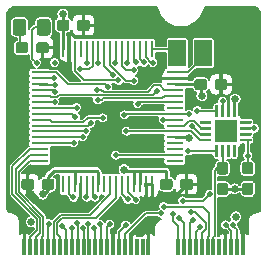
<source format=gtl>
%TF.GenerationSoftware,KiCad,Pcbnew,(5.1.5)-3*%
%TF.CreationDate,2020-12-16T18:31:19+01:00*%
%TF.ProjectId,TeensyMM,5465656e-7379-44d4-9d2e-6b696361645f,rev?*%
%TF.SameCoordinates,Original*%
%TF.FileFunction,Copper,L1,Top*%
%TF.FilePolarity,Positive*%
%FSLAX46Y46*%
G04 Gerber Fmt 4.6, Leading zero omitted, Abs format (unit mm)*
G04 Created by KiCad (PCBNEW (5.1.5)-3) date 2020-12-16 18:31:19*
%MOMM*%
%LPD*%
G04 APERTURE LIST*
%TA.AperFunction,SMDPad,CuDef*%
%ADD10R,1.900000X1.900000*%
%TD*%
%TA.AperFunction,SMDPad,CuDef*%
%ADD11C,0.100000*%
%TD*%
%TA.AperFunction,SMDPad,CuDef*%
%ADD12R,1.500000X2.200000*%
%TD*%
%TA.AperFunction,SMDPad,CuDef*%
%ADD13R,0.350000X1.450000*%
%TD*%
%TA.AperFunction,SMDPad,CuDef*%
%ADD14R,1.473200X0.279400*%
%TD*%
%TA.AperFunction,SMDPad,CuDef*%
%ADD15R,0.279400X1.473200*%
%TD*%
%TA.AperFunction,ViaPad*%
%ADD16C,0.469900*%
%TD*%
%TA.AperFunction,ViaPad*%
%ADD17C,0.635000*%
%TD*%
%TA.AperFunction,Conductor*%
%ADD18C,0.279400*%
%TD*%
%TA.AperFunction,Conductor*%
%ADD19C,0.127000*%
%TD*%
%TA.AperFunction,Conductor*%
%ADD20C,0.152400*%
%TD*%
G04 APERTURE END LIST*
D10*
%TO.P,U2,17*%
%TO.N,GND*%
X139928600Y-64465200D03*
%TA.AperFunction,SMDPad,CuDef*%
D11*
%TO.P,U2,16*%
%TO.N,N/C*%
G36*
X142072226Y-63590501D02*
G01*
X142078293Y-63591401D01*
X142084243Y-63592891D01*
X142090018Y-63594958D01*
X142095562Y-63597580D01*
X142100823Y-63600733D01*
X142105750Y-63604387D01*
X142110294Y-63608506D01*
X142114413Y-63613050D01*
X142118067Y-63617977D01*
X142121220Y-63623238D01*
X142123842Y-63628782D01*
X142125909Y-63634557D01*
X142127399Y-63640507D01*
X142128299Y-63646574D01*
X142128600Y-63652700D01*
X142128600Y-63777700D01*
X142128299Y-63783826D01*
X142127399Y-63789893D01*
X142125909Y-63795843D01*
X142123842Y-63801618D01*
X142121220Y-63807162D01*
X142118067Y-63812423D01*
X142114413Y-63817350D01*
X142110294Y-63821894D01*
X142105750Y-63826013D01*
X142100823Y-63829667D01*
X142095562Y-63832820D01*
X142090018Y-63835442D01*
X142084243Y-63837509D01*
X142078293Y-63838999D01*
X142072226Y-63839899D01*
X142066100Y-63840200D01*
X141191100Y-63840200D01*
X141184974Y-63839899D01*
X141178907Y-63838999D01*
X141172957Y-63837509D01*
X141167182Y-63835442D01*
X141161638Y-63832820D01*
X141156377Y-63829667D01*
X141151450Y-63826013D01*
X141146906Y-63821894D01*
X141142787Y-63817350D01*
X141139133Y-63812423D01*
X141135980Y-63807162D01*
X141133358Y-63801618D01*
X141131291Y-63795843D01*
X141129801Y-63789893D01*
X141128901Y-63783826D01*
X141128600Y-63777700D01*
X141128600Y-63652700D01*
X141128901Y-63646574D01*
X141129801Y-63640507D01*
X141131291Y-63634557D01*
X141133358Y-63628782D01*
X141135980Y-63623238D01*
X141139133Y-63617977D01*
X141142787Y-63613050D01*
X141146906Y-63608506D01*
X141151450Y-63604387D01*
X141156377Y-63600733D01*
X141161638Y-63597580D01*
X141167182Y-63594958D01*
X141172957Y-63592891D01*
X141178907Y-63591401D01*
X141184974Y-63590501D01*
X141191100Y-63590200D01*
X142066100Y-63590200D01*
X142072226Y-63590501D01*
G37*
%TD.AperFunction*%
%TA.AperFunction,SMDPad,CuDef*%
%TO.P,U2,15*%
%TO.N,/PTA1*%
G36*
X142072226Y-64090501D02*
G01*
X142078293Y-64091401D01*
X142084243Y-64092891D01*
X142090018Y-64094958D01*
X142095562Y-64097580D01*
X142100823Y-64100733D01*
X142105750Y-64104387D01*
X142110294Y-64108506D01*
X142114413Y-64113050D01*
X142118067Y-64117977D01*
X142121220Y-64123238D01*
X142123842Y-64128782D01*
X142125909Y-64134557D01*
X142127399Y-64140507D01*
X142128299Y-64146574D01*
X142128600Y-64152700D01*
X142128600Y-64277700D01*
X142128299Y-64283826D01*
X142127399Y-64289893D01*
X142125909Y-64295843D01*
X142123842Y-64301618D01*
X142121220Y-64307162D01*
X142118067Y-64312423D01*
X142114413Y-64317350D01*
X142110294Y-64321894D01*
X142105750Y-64326013D01*
X142100823Y-64329667D01*
X142095562Y-64332820D01*
X142090018Y-64335442D01*
X142084243Y-64337509D01*
X142078293Y-64338999D01*
X142072226Y-64339899D01*
X142066100Y-64340200D01*
X141191100Y-64340200D01*
X141184974Y-64339899D01*
X141178907Y-64338999D01*
X141172957Y-64337509D01*
X141167182Y-64335442D01*
X141161638Y-64332820D01*
X141156377Y-64329667D01*
X141151450Y-64326013D01*
X141146906Y-64321894D01*
X141142787Y-64317350D01*
X141139133Y-64312423D01*
X141135980Y-64307162D01*
X141133358Y-64301618D01*
X141131291Y-64295843D01*
X141129801Y-64289893D01*
X141128901Y-64283826D01*
X141128600Y-64277700D01*
X141128600Y-64152700D01*
X141128901Y-64146574D01*
X141129801Y-64140507D01*
X141131291Y-64134557D01*
X141133358Y-64128782D01*
X141135980Y-64123238D01*
X141139133Y-64117977D01*
X141142787Y-64113050D01*
X141146906Y-64108506D01*
X141151450Y-64104387D01*
X141156377Y-64100733D01*
X141161638Y-64097580D01*
X141167182Y-64094958D01*
X141172957Y-64092891D01*
X141178907Y-64091401D01*
X141184974Y-64090501D01*
X141191100Y-64090200D01*
X142066100Y-64090200D01*
X142072226Y-64090501D01*
G37*
%TD.AperFunction*%
%TA.AperFunction,SMDPad,CuDef*%
%TO.P,U2,14*%
%TO.N,N/C*%
G36*
X142072226Y-64590501D02*
G01*
X142078293Y-64591401D01*
X142084243Y-64592891D01*
X142090018Y-64594958D01*
X142095562Y-64597580D01*
X142100823Y-64600733D01*
X142105750Y-64604387D01*
X142110294Y-64608506D01*
X142114413Y-64613050D01*
X142118067Y-64617977D01*
X142121220Y-64623238D01*
X142123842Y-64628782D01*
X142125909Y-64634557D01*
X142127399Y-64640507D01*
X142128299Y-64646574D01*
X142128600Y-64652700D01*
X142128600Y-64777700D01*
X142128299Y-64783826D01*
X142127399Y-64789893D01*
X142125909Y-64795843D01*
X142123842Y-64801618D01*
X142121220Y-64807162D01*
X142118067Y-64812423D01*
X142114413Y-64817350D01*
X142110294Y-64821894D01*
X142105750Y-64826013D01*
X142100823Y-64829667D01*
X142095562Y-64832820D01*
X142090018Y-64835442D01*
X142084243Y-64837509D01*
X142078293Y-64838999D01*
X142072226Y-64839899D01*
X142066100Y-64840200D01*
X141191100Y-64840200D01*
X141184974Y-64839899D01*
X141178907Y-64838999D01*
X141172957Y-64837509D01*
X141167182Y-64835442D01*
X141161638Y-64832820D01*
X141156377Y-64829667D01*
X141151450Y-64826013D01*
X141146906Y-64821894D01*
X141142787Y-64817350D01*
X141139133Y-64812423D01*
X141135980Y-64807162D01*
X141133358Y-64801618D01*
X141131291Y-64795843D01*
X141129801Y-64789893D01*
X141128901Y-64783826D01*
X141128600Y-64777700D01*
X141128600Y-64652700D01*
X141128901Y-64646574D01*
X141129801Y-64640507D01*
X141131291Y-64634557D01*
X141133358Y-64628782D01*
X141135980Y-64623238D01*
X141139133Y-64617977D01*
X141142787Y-64613050D01*
X141146906Y-64608506D01*
X141151450Y-64604387D01*
X141156377Y-64600733D01*
X141161638Y-64597580D01*
X141167182Y-64594958D01*
X141172957Y-64592891D01*
X141178907Y-64591401D01*
X141184974Y-64590501D01*
X141191100Y-64590200D01*
X142066100Y-64590200D01*
X142072226Y-64590501D01*
G37*
%TD.AperFunction*%
%TA.AperFunction,SMDPad,CuDef*%
%TO.P,U2,13*%
%TO.N,RESET*%
G36*
X142072226Y-65090501D02*
G01*
X142078293Y-65091401D01*
X142084243Y-65092891D01*
X142090018Y-65094958D01*
X142095562Y-65097580D01*
X142100823Y-65100733D01*
X142105750Y-65104387D01*
X142110294Y-65108506D01*
X142114413Y-65113050D01*
X142118067Y-65117977D01*
X142121220Y-65123238D01*
X142123842Y-65128782D01*
X142125909Y-65134557D01*
X142127399Y-65140507D01*
X142128299Y-65146574D01*
X142128600Y-65152700D01*
X142128600Y-65277700D01*
X142128299Y-65283826D01*
X142127399Y-65289893D01*
X142125909Y-65295843D01*
X142123842Y-65301618D01*
X142121220Y-65307162D01*
X142118067Y-65312423D01*
X142114413Y-65317350D01*
X142110294Y-65321894D01*
X142105750Y-65326013D01*
X142100823Y-65329667D01*
X142095562Y-65332820D01*
X142090018Y-65335442D01*
X142084243Y-65337509D01*
X142078293Y-65338999D01*
X142072226Y-65339899D01*
X142066100Y-65340200D01*
X141191100Y-65340200D01*
X141184974Y-65339899D01*
X141178907Y-65338999D01*
X141172957Y-65337509D01*
X141167182Y-65335442D01*
X141161638Y-65332820D01*
X141156377Y-65329667D01*
X141151450Y-65326013D01*
X141146906Y-65321894D01*
X141142787Y-65317350D01*
X141139133Y-65312423D01*
X141135980Y-65307162D01*
X141133358Y-65301618D01*
X141131291Y-65295843D01*
X141129801Y-65289893D01*
X141128901Y-65283826D01*
X141128600Y-65277700D01*
X141128600Y-65152700D01*
X141128901Y-65146574D01*
X141129801Y-65140507D01*
X141131291Y-65134557D01*
X141133358Y-65128782D01*
X141135980Y-65123238D01*
X141139133Y-65117977D01*
X141142787Y-65113050D01*
X141146906Y-65108506D01*
X141151450Y-65104387D01*
X141156377Y-65100733D01*
X141161638Y-65097580D01*
X141167182Y-65094958D01*
X141172957Y-65092891D01*
X141178907Y-65091401D01*
X141184974Y-65090501D01*
X141191100Y-65090200D01*
X142066100Y-65090200D01*
X142072226Y-65090501D01*
G37*
%TD.AperFunction*%
%TA.AperFunction,SMDPad,CuDef*%
%TO.P,U2,12*%
%TO.N,N/C*%
G36*
X140747226Y-65665501D02*
G01*
X140753293Y-65666401D01*
X140759243Y-65667891D01*
X140765018Y-65669958D01*
X140770562Y-65672580D01*
X140775823Y-65675733D01*
X140780750Y-65679387D01*
X140785294Y-65683506D01*
X140789413Y-65688050D01*
X140793067Y-65692977D01*
X140796220Y-65698238D01*
X140798842Y-65703782D01*
X140800909Y-65709557D01*
X140802399Y-65715507D01*
X140803299Y-65721574D01*
X140803600Y-65727700D01*
X140803600Y-66602700D01*
X140803299Y-66608826D01*
X140802399Y-66614893D01*
X140800909Y-66620843D01*
X140798842Y-66626618D01*
X140796220Y-66632162D01*
X140793067Y-66637423D01*
X140789413Y-66642350D01*
X140785294Y-66646894D01*
X140780750Y-66651013D01*
X140775823Y-66654667D01*
X140770562Y-66657820D01*
X140765018Y-66660442D01*
X140759243Y-66662509D01*
X140753293Y-66663999D01*
X140747226Y-66664899D01*
X140741100Y-66665200D01*
X140616100Y-66665200D01*
X140609974Y-66664899D01*
X140603907Y-66663999D01*
X140597957Y-66662509D01*
X140592182Y-66660442D01*
X140586638Y-66657820D01*
X140581377Y-66654667D01*
X140576450Y-66651013D01*
X140571906Y-66646894D01*
X140567787Y-66642350D01*
X140564133Y-66637423D01*
X140560980Y-66632162D01*
X140558358Y-66626618D01*
X140556291Y-66620843D01*
X140554801Y-66614893D01*
X140553901Y-66608826D01*
X140553600Y-66602700D01*
X140553600Y-65727700D01*
X140553901Y-65721574D01*
X140554801Y-65715507D01*
X140556291Y-65709557D01*
X140558358Y-65703782D01*
X140560980Y-65698238D01*
X140564133Y-65692977D01*
X140567787Y-65688050D01*
X140571906Y-65683506D01*
X140576450Y-65679387D01*
X140581377Y-65675733D01*
X140586638Y-65672580D01*
X140592182Y-65669958D01*
X140597957Y-65667891D01*
X140603907Y-65666401D01*
X140609974Y-65665501D01*
X140616100Y-65665200D01*
X140741100Y-65665200D01*
X140747226Y-65665501D01*
G37*
%TD.AperFunction*%
%TA.AperFunction,SMDPad,CuDef*%
%TO.P,U2,11*%
G36*
X140247226Y-65665501D02*
G01*
X140253293Y-65666401D01*
X140259243Y-65667891D01*
X140265018Y-65669958D01*
X140270562Y-65672580D01*
X140275823Y-65675733D01*
X140280750Y-65679387D01*
X140285294Y-65683506D01*
X140289413Y-65688050D01*
X140293067Y-65692977D01*
X140296220Y-65698238D01*
X140298842Y-65703782D01*
X140300909Y-65709557D01*
X140302399Y-65715507D01*
X140303299Y-65721574D01*
X140303600Y-65727700D01*
X140303600Y-66602700D01*
X140303299Y-66608826D01*
X140302399Y-66614893D01*
X140300909Y-66620843D01*
X140298842Y-66626618D01*
X140296220Y-66632162D01*
X140293067Y-66637423D01*
X140289413Y-66642350D01*
X140285294Y-66646894D01*
X140280750Y-66651013D01*
X140275823Y-66654667D01*
X140270562Y-66657820D01*
X140265018Y-66660442D01*
X140259243Y-66662509D01*
X140253293Y-66663999D01*
X140247226Y-66664899D01*
X140241100Y-66665200D01*
X140116100Y-66665200D01*
X140109974Y-66664899D01*
X140103907Y-66663999D01*
X140097957Y-66662509D01*
X140092182Y-66660442D01*
X140086638Y-66657820D01*
X140081377Y-66654667D01*
X140076450Y-66651013D01*
X140071906Y-66646894D01*
X140067787Y-66642350D01*
X140064133Y-66637423D01*
X140060980Y-66632162D01*
X140058358Y-66626618D01*
X140056291Y-66620843D01*
X140054801Y-66614893D01*
X140053901Y-66608826D01*
X140053600Y-66602700D01*
X140053600Y-65727700D01*
X140053901Y-65721574D01*
X140054801Y-65715507D01*
X140056291Y-65709557D01*
X140058358Y-65703782D01*
X140060980Y-65698238D01*
X140064133Y-65692977D01*
X140067787Y-65688050D01*
X140071906Y-65683506D01*
X140076450Y-65679387D01*
X140081377Y-65675733D01*
X140086638Y-65672580D01*
X140092182Y-65669958D01*
X140097957Y-65667891D01*
X140103907Y-65666401D01*
X140109974Y-65665501D01*
X140116100Y-65665200D01*
X140241100Y-65665200D01*
X140247226Y-65665501D01*
G37*
%TD.AperFunction*%
%TA.AperFunction,SMDPad,CuDef*%
%TO.P,U2,10*%
%TO.N,BOOT*%
G36*
X139747226Y-65665501D02*
G01*
X139753293Y-65666401D01*
X139759243Y-65667891D01*
X139765018Y-65669958D01*
X139770562Y-65672580D01*
X139775823Y-65675733D01*
X139780750Y-65679387D01*
X139785294Y-65683506D01*
X139789413Y-65688050D01*
X139793067Y-65692977D01*
X139796220Y-65698238D01*
X139798842Y-65703782D01*
X139800909Y-65709557D01*
X139802399Y-65715507D01*
X139803299Y-65721574D01*
X139803600Y-65727700D01*
X139803600Y-66602700D01*
X139803299Y-66608826D01*
X139802399Y-66614893D01*
X139800909Y-66620843D01*
X139798842Y-66626618D01*
X139796220Y-66632162D01*
X139793067Y-66637423D01*
X139789413Y-66642350D01*
X139785294Y-66646894D01*
X139780750Y-66651013D01*
X139775823Y-66654667D01*
X139770562Y-66657820D01*
X139765018Y-66660442D01*
X139759243Y-66662509D01*
X139753293Y-66663999D01*
X139747226Y-66664899D01*
X139741100Y-66665200D01*
X139616100Y-66665200D01*
X139609974Y-66664899D01*
X139603907Y-66663999D01*
X139597957Y-66662509D01*
X139592182Y-66660442D01*
X139586638Y-66657820D01*
X139581377Y-66654667D01*
X139576450Y-66651013D01*
X139571906Y-66646894D01*
X139567787Y-66642350D01*
X139564133Y-66637423D01*
X139560980Y-66632162D01*
X139558358Y-66626618D01*
X139556291Y-66620843D01*
X139554801Y-66614893D01*
X139553901Y-66608826D01*
X139553600Y-66602700D01*
X139553600Y-65727700D01*
X139553901Y-65721574D01*
X139554801Y-65715507D01*
X139556291Y-65709557D01*
X139558358Y-65703782D01*
X139560980Y-65698238D01*
X139564133Y-65692977D01*
X139567787Y-65688050D01*
X139571906Y-65683506D01*
X139576450Y-65679387D01*
X139581377Y-65675733D01*
X139586638Y-65672580D01*
X139592182Y-65669958D01*
X139597957Y-65667891D01*
X139603907Y-65666401D01*
X139609974Y-65665501D01*
X139616100Y-65665200D01*
X139741100Y-65665200D01*
X139747226Y-65665501D01*
G37*
%TD.AperFunction*%
%TA.AperFunction,SMDPad,CuDef*%
%TO.P,U2,9*%
%TO.N,/PTB1*%
G36*
X139247226Y-65665501D02*
G01*
X139253293Y-65666401D01*
X139259243Y-65667891D01*
X139265018Y-65669958D01*
X139270562Y-65672580D01*
X139275823Y-65675733D01*
X139280750Y-65679387D01*
X139285294Y-65683506D01*
X139289413Y-65688050D01*
X139293067Y-65692977D01*
X139296220Y-65698238D01*
X139298842Y-65703782D01*
X139300909Y-65709557D01*
X139302399Y-65715507D01*
X139303299Y-65721574D01*
X139303600Y-65727700D01*
X139303600Y-66602700D01*
X139303299Y-66608826D01*
X139302399Y-66614893D01*
X139300909Y-66620843D01*
X139298842Y-66626618D01*
X139296220Y-66632162D01*
X139293067Y-66637423D01*
X139289413Y-66642350D01*
X139285294Y-66646894D01*
X139280750Y-66651013D01*
X139275823Y-66654667D01*
X139270562Y-66657820D01*
X139265018Y-66660442D01*
X139259243Y-66662509D01*
X139253293Y-66663999D01*
X139247226Y-66664899D01*
X139241100Y-66665200D01*
X139116100Y-66665200D01*
X139109974Y-66664899D01*
X139103907Y-66663999D01*
X139097957Y-66662509D01*
X139092182Y-66660442D01*
X139086638Y-66657820D01*
X139081377Y-66654667D01*
X139076450Y-66651013D01*
X139071906Y-66646894D01*
X139067787Y-66642350D01*
X139064133Y-66637423D01*
X139060980Y-66632162D01*
X139058358Y-66626618D01*
X139056291Y-66620843D01*
X139054801Y-66614893D01*
X139053901Y-66608826D01*
X139053600Y-66602700D01*
X139053600Y-65727700D01*
X139053901Y-65721574D01*
X139054801Y-65715507D01*
X139056291Y-65709557D01*
X139058358Y-65703782D01*
X139060980Y-65698238D01*
X139064133Y-65692977D01*
X139067787Y-65688050D01*
X139071906Y-65683506D01*
X139076450Y-65679387D01*
X139081377Y-65675733D01*
X139086638Y-65672580D01*
X139092182Y-65669958D01*
X139097957Y-65667891D01*
X139103907Y-65666401D01*
X139109974Y-65665501D01*
X139116100Y-65665200D01*
X139241100Y-65665200D01*
X139247226Y-65665501D01*
G37*
%TD.AperFunction*%
%TA.AperFunction,SMDPad,CuDef*%
%TO.P,U2,8*%
%TO.N,SWD_CLK*%
G36*
X138672226Y-65090501D02*
G01*
X138678293Y-65091401D01*
X138684243Y-65092891D01*
X138690018Y-65094958D01*
X138695562Y-65097580D01*
X138700823Y-65100733D01*
X138705750Y-65104387D01*
X138710294Y-65108506D01*
X138714413Y-65113050D01*
X138718067Y-65117977D01*
X138721220Y-65123238D01*
X138723842Y-65128782D01*
X138725909Y-65134557D01*
X138727399Y-65140507D01*
X138728299Y-65146574D01*
X138728600Y-65152700D01*
X138728600Y-65277700D01*
X138728299Y-65283826D01*
X138727399Y-65289893D01*
X138725909Y-65295843D01*
X138723842Y-65301618D01*
X138721220Y-65307162D01*
X138718067Y-65312423D01*
X138714413Y-65317350D01*
X138710294Y-65321894D01*
X138705750Y-65326013D01*
X138700823Y-65329667D01*
X138695562Y-65332820D01*
X138690018Y-65335442D01*
X138684243Y-65337509D01*
X138678293Y-65338999D01*
X138672226Y-65339899D01*
X138666100Y-65340200D01*
X137791100Y-65340200D01*
X137784974Y-65339899D01*
X137778907Y-65338999D01*
X137772957Y-65337509D01*
X137767182Y-65335442D01*
X137761638Y-65332820D01*
X137756377Y-65329667D01*
X137751450Y-65326013D01*
X137746906Y-65321894D01*
X137742787Y-65317350D01*
X137739133Y-65312423D01*
X137735980Y-65307162D01*
X137733358Y-65301618D01*
X137731291Y-65295843D01*
X137729801Y-65289893D01*
X137728901Y-65283826D01*
X137728600Y-65277700D01*
X137728600Y-65152700D01*
X137728901Y-65146574D01*
X137729801Y-65140507D01*
X137731291Y-65134557D01*
X137733358Y-65128782D01*
X137735980Y-65123238D01*
X137739133Y-65117977D01*
X137742787Y-65113050D01*
X137746906Y-65108506D01*
X137751450Y-65104387D01*
X137756377Y-65100733D01*
X137761638Y-65097580D01*
X137767182Y-65094958D01*
X137772957Y-65092891D01*
X137778907Y-65091401D01*
X137784974Y-65090501D01*
X137791100Y-65090200D01*
X138666100Y-65090200D01*
X138672226Y-65090501D01*
G37*
%TD.AperFunction*%
%TA.AperFunction,SMDPad,CuDef*%
%TO.P,U2,7*%
%TO.N,SWD_DIO*%
G36*
X138672226Y-64590501D02*
G01*
X138678293Y-64591401D01*
X138684243Y-64592891D01*
X138690018Y-64594958D01*
X138695562Y-64597580D01*
X138700823Y-64600733D01*
X138705750Y-64604387D01*
X138710294Y-64608506D01*
X138714413Y-64613050D01*
X138718067Y-64617977D01*
X138721220Y-64623238D01*
X138723842Y-64628782D01*
X138725909Y-64634557D01*
X138727399Y-64640507D01*
X138728299Y-64646574D01*
X138728600Y-64652700D01*
X138728600Y-64777700D01*
X138728299Y-64783826D01*
X138727399Y-64789893D01*
X138725909Y-64795843D01*
X138723842Y-64801618D01*
X138721220Y-64807162D01*
X138718067Y-64812423D01*
X138714413Y-64817350D01*
X138710294Y-64821894D01*
X138705750Y-64826013D01*
X138700823Y-64829667D01*
X138695562Y-64832820D01*
X138690018Y-64835442D01*
X138684243Y-64837509D01*
X138678293Y-64838999D01*
X138672226Y-64839899D01*
X138666100Y-64840200D01*
X137791100Y-64840200D01*
X137784974Y-64839899D01*
X137778907Y-64838999D01*
X137772957Y-64837509D01*
X137767182Y-64835442D01*
X137761638Y-64832820D01*
X137756377Y-64829667D01*
X137751450Y-64826013D01*
X137746906Y-64821894D01*
X137742787Y-64817350D01*
X137739133Y-64812423D01*
X137735980Y-64807162D01*
X137733358Y-64801618D01*
X137731291Y-64795843D01*
X137729801Y-64789893D01*
X137728901Y-64783826D01*
X137728600Y-64777700D01*
X137728600Y-64652700D01*
X137728901Y-64646574D01*
X137729801Y-64640507D01*
X137731291Y-64634557D01*
X137733358Y-64628782D01*
X137735980Y-64623238D01*
X137739133Y-64617977D01*
X137742787Y-64613050D01*
X137746906Y-64608506D01*
X137751450Y-64604387D01*
X137756377Y-64600733D01*
X137761638Y-64597580D01*
X137767182Y-64594958D01*
X137772957Y-64592891D01*
X137778907Y-64591401D01*
X137784974Y-64590501D01*
X137791100Y-64590200D01*
X138666100Y-64590200D01*
X138672226Y-64590501D01*
G37*
%TD.AperFunction*%
%TA.AperFunction,SMDPad,CuDef*%
%TO.P,U2,6*%
%TO.N,/PTA6*%
G36*
X138672226Y-64090501D02*
G01*
X138678293Y-64091401D01*
X138684243Y-64092891D01*
X138690018Y-64094958D01*
X138695562Y-64097580D01*
X138700823Y-64100733D01*
X138705750Y-64104387D01*
X138710294Y-64108506D01*
X138714413Y-64113050D01*
X138718067Y-64117977D01*
X138721220Y-64123238D01*
X138723842Y-64128782D01*
X138725909Y-64134557D01*
X138727399Y-64140507D01*
X138728299Y-64146574D01*
X138728600Y-64152700D01*
X138728600Y-64277700D01*
X138728299Y-64283826D01*
X138727399Y-64289893D01*
X138725909Y-64295843D01*
X138723842Y-64301618D01*
X138721220Y-64307162D01*
X138718067Y-64312423D01*
X138714413Y-64317350D01*
X138710294Y-64321894D01*
X138705750Y-64326013D01*
X138700823Y-64329667D01*
X138695562Y-64332820D01*
X138690018Y-64335442D01*
X138684243Y-64337509D01*
X138678293Y-64338999D01*
X138672226Y-64339899D01*
X138666100Y-64340200D01*
X137791100Y-64340200D01*
X137784974Y-64339899D01*
X137778907Y-64338999D01*
X137772957Y-64337509D01*
X137767182Y-64335442D01*
X137761638Y-64332820D01*
X137756377Y-64329667D01*
X137751450Y-64326013D01*
X137746906Y-64321894D01*
X137742787Y-64317350D01*
X137739133Y-64312423D01*
X137735980Y-64307162D01*
X137733358Y-64301618D01*
X137731291Y-64295843D01*
X137729801Y-64289893D01*
X137728901Y-64283826D01*
X137728600Y-64277700D01*
X137728600Y-64152700D01*
X137728901Y-64146574D01*
X137729801Y-64140507D01*
X137731291Y-64134557D01*
X137733358Y-64128782D01*
X137735980Y-64123238D01*
X137739133Y-64117977D01*
X137742787Y-64113050D01*
X137746906Y-64108506D01*
X137751450Y-64104387D01*
X137756377Y-64100733D01*
X137761638Y-64097580D01*
X137767182Y-64094958D01*
X137772957Y-64092891D01*
X137778907Y-64091401D01*
X137784974Y-64090501D01*
X137791100Y-64090200D01*
X138666100Y-64090200D01*
X138672226Y-64090501D01*
G37*
%TD.AperFunction*%
%TA.AperFunction,SMDPad,CuDef*%
%TO.P,U2,5*%
%TO.N,N/C*%
G36*
X138672226Y-63590501D02*
G01*
X138678293Y-63591401D01*
X138684243Y-63592891D01*
X138690018Y-63594958D01*
X138695562Y-63597580D01*
X138700823Y-63600733D01*
X138705750Y-63604387D01*
X138710294Y-63608506D01*
X138714413Y-63613050D01*
X138718067Y-63617977D01*
X138721220Y-63623238D01*
X138723842Y-63628782D01*
X138725909Y-63634557D01*
X138727399Y-63640507D01*
X138728299Y-63646574D01*
X138728600Y-63652700D01*
X138728600Y-63777700D01*
X138728299Y-63783826D01*
X138727399Y-63789893D01*
X138725909Y-63795843D01*
X138723842Y-63801618D01*
X138721220Y-63807162D01*
X138718067Y-63812423D01*
X138714413Y-63817350D01*
X138710294Y-63821894D01*
X138705750Y-63826013D01*
X138700823Y-63829667D01*
X138695562Y-63832820D01*
X138690018Y-63835442D01*
X138684243Y-63837509D01*
X138678293Y-63838999D01*
X138672226Y-63839899D01*
X138666100Y-63840200D01*
X137791100Y-63840200D01*
X137784974Y-63839899D01*
X137778907Y-63838999D01*
X137772957Y-63837509D01*
X137767182Y-63835442D01*
X137761638Y-63832820D01*
X137756377Y-63829667D01*
X137751450Y-63826013D01*
X137746906Y-63821894D01*
X137742787Y-63817350D01*
X137739133Y-63812423D01*
X137735980Y-63807162D01*
X137733358Y-63801618D01*
X137731291Y-63795843D01*
X137729801Y-63789893D01*
X137728901Y-63783826D01*
X137728600Y-63777700D01*
X137728600Y-63652700D01*
X137728901Y-63646574D01*
X137729801Y-63640507D01*
X137731291Y-63634557D01*
X137733358Y-63628782D01*
X137735980Y-63623238D01*
X137739133Y-63617977D01*
X137742787Y-63613050D01*
X137746906Y-63608506D01*
X137751450Y-63604387D01*
X137756377Y-63600733D01*
X137761638Y-63597580D01*
X137767182Y-63594958D01*
X137772957Y-63592891D01*
X137778907Y-63591401D01*
X137784974Y-63590501D01*
X137791100Y-63590200D01*
X138666100Y-63590200D01*
X138672226Y-63590501D01*
G37*
%TD.AperFunction*%
%TA.AperFunction,SMDPad,CuDef*%
%TO.P,U2,4*%
%TO.N,RESET*%
G36*
X139247226Y-62265501D02*
G01*
X139253293Y-62266401D01*
X139259243Y-62267891D01*
X139265018Y-62269958D01*
X139270562Y-62272580D01*
X139275823Y-62275733D01*
X139280750Y-62279387D01*
X139285294Y-62283506D01*
X139289413Y-62288050D01*
X139293067Y-62292977D01*
X139296220Y-62298238D01*
X139298842Y-62303782D01*
X139300909Y-62309557D01*
X139302399Y-62315507D01*
X139303299Y-62321574D01*
X139303600Y-62327700D01*
X139303600Y-63202700D01*
X139303299Y-63208826D01*
X139302399Y-63214893D01*
X139300909Y-63220843D01*
X139298842Y-63226618D01*
X139296220Y-63232162D01*
X139293067Y-63237423D01*
X139289413Y-63242350D01*
X139285294Y-63246894D01*
X139280750Y-63251013D01*
X139275823Y-63254667D01*
X139270562Y-63257820D01*
X139265018Y-63260442D01*
X139259243Y-63262509D01*
X139253293Y-63263999D01*
X139247226Y-63264899D01*
X139241100Y-63265200D01*
X139116100Y-63265200D01*
X139109974Y-63264899D01*
X139103907Y-63263999D01*
X139097957Y-63262509D01*
X139092182Y-63260442D01*
X139086638Y-63257820D01*
X139081377Y-63254667D01*
X139076450Y-63251013D01*
X139071906Y-63246894D01*
X139067787Y-63242350D01*
X139064133Y-63237423D01*
X139060980Y-63232162D01*
X139058358Y-63226618D01*
X139056291Y-63220843D01*
X139054801Y-63214893D01*
X139053901Y-63208826D01*
X139053600Y-63202700D01*
X139053600Y-62327700D01*
X139053901Y-62321574D01*
X139054801Y-62315507D01*
X139056291Y-62309557D01*
X139058358Y-62303782D01*
X139060980Y-62298238D01*
X139064133Y-62292977D01*
X139067787Y-62288050D01*
X139071906Y-62283506D01*
X139076450Y-62279387D01*
X139081377Y-62275733D01*
X139086638Y-62272580D01*
X139092182Y-62269958D01*
X139097957Y-62267891D01*
X139103907Y-62266401D01*
X139109974Y-62265501D01*
X139116100Y-62265200D01*
X139241100Y-62265200D01*
X139247226Y-62265501D01*
G37*
%TD.AperFunction*%
%TA.AperFunction,SMDPad,CuDef*%
%TO.P,U2,3*%
%TO.N,/PTA3*%
G36*
X139747226Y-62265501D02*
G01*
X139753293Y-62266401D01*
X139759243Y-62267891D01*
X139765018Y-62269958D01*
X139770562Y-62272580D01*
X139775823Y-62275733D01*
X139780750Y-62279387D01*
X139785294Y-62283506D01*
X139789413Y-62288050D01*
X139793067Y-62292977D01*
X139796220Y-62298238D01*
X139798842Y-62303782D01*
X139800909Y-62309557D01*
X139802399Y-62315507D01*
X139803299Y-62321574D01*
X139803600Y-62327700D01*
X139803600Y-63202700D01*
X139803299Y-63208826D01*
X139802399Y-63214893D01*
X139800909Y-63220843D01*
X139798842Y-63226618D01*
X139796220Y-63232162D01*
X139793067Y-63237423D01*
X139789413Y-63242350D01*
X139785294Y-63246894D01*
X139780750Y-63251013D01*
X139775823Y-63254667D01*
X139770562Y-63257820D01*
X139765018Y-63260442D01*
X139759243Y-63262509D01*
X139753293Y-63263999D01*
X139747226Y-63264899D01*
X139741100Y-63265200D01*
X139616100Y-63265200D01*
X139609974Y-63264899D01*
X139603907Y-63263999D01*
X139597957Y-63262509D01*
X139592182Y-63260442D01*
X139586638Y-63257820D01*
X139581377Y-63254667D01*
X139576450Y-63251013D01*
X139571906Y-63246894D01*
X139567787Y-63242350D01*
X139564133Y-63237423D01*
X139560980Y-63232162D01*
X139558358Y-63226618D01*
X139556291Y-63220843D01*
X139554801Y-63214893D01*
X139553901Y-63208826D01*
X139553600Y-63202700D01*
X139553600Y-62327700D01*
X139553901Y-62321574D01*
X139554801Y-62315507D01*
X139556291Y-62309557D01*
X139558358Y-62303782D01*
X139560980Y-62298238D01*
X139564133Y-62292977D01*
X139567787Y-62288050D01*
X139571906Y-62283506D01*
X139576450Y-62279387D01*
X139581377Y-62275733D01*
X139586638Y-62272580D01*
X139592182Y-62269958D01*
X139597957Y-62267891D01*
X139603907Y-62266401D01*
X139609974Y-62265501D01*
X139616100Y-62265200D01*
X139741100Y-62265200D01*
X139747226Y-62265501D01*
G37*
%TD.AperFunction*%
%TA.AperFunction,SMDPad,CuDef*%
%TO.P,U2,2*%
%TO.N,GND*%
G36*
X140247226Y-62265501D02*
G01*
X140253293Y-62266401D01*
X140259243Y-62267891D01*
X140265018Y-62269958D01*
X140270562Y-62272580D01*
X140275823Y-62275733D01*
X140280750Y-62279387D01*
X140285294Y-62283506D01*
X140289413Y-62288050D01*
X140293067Y-62292977D01*
X140296220Y-62298238D01*
X140298842Y-62303782D01*
X140300909Y-62309557D01*
X140302399Y-62315507D01*
X140303299Y-62321574D01*
X140303600Y-62327700D01*
X140303600Y-63202700D01*
X140303299Y-63208826D01*
X140302399Y-63214893D01*
X140300909Y-63220843D01*
X140298842Y-63226618D01*
X140296220Y-63232162D01*
X140293067Y-63237423D01*
X140289413Y-63242350D01*
X140285294Y-63246894D01*
X140280750Y-63251013D01*
X140275823Y-63254667D01*
X140270562Y-63257820D01*
X140265018Y-63260442D01*
X140259243Y-63262509D01*
X140253293Y-63263999D01*
X140247226Y-63264899D01*
X140241100Y-63265200D01*
X140116100Y-63265200D01*
X140109974Y-63264899D01*
X140103907Y-63263999D01*
X140097957Y-63262509D01*
X140092182Y-63260442D01*
X140086638Y-63257820D01*
X140081377Y-63254667D01*
X140076450Y-63251013D01*
X140071906Y-63246894D01*
X140067787Y-63242350D01*
X140064133Y-63237423D01*
X140060980Y-63232162D01*
X140058358Y-63226618D01*
X140056291Y-63220843D01*
X140054801Y-63214893D01*
X140053901Y-63208826D01*
X140053600Y-63202700D01*
X140053600Y-62327700D01*
X140053901Y-62321574D01*
X140054801Y-62315507D01*
X140056291Y-62309557D01*
X140058358Y-62303782D01*
X140060980Y-62298238D01*
X140064133Y-62292977D01*
X140067787Y-62288050D01*
X140071906Y-62283506D01*
X140076450Y-62279387D01*
X140081377Y-62275733D01*
X140086638Y-62272580D01*
X140092182Y-62269958D01*
X140097957Y-62267891D01*
X140103907Y-62266401D01*
X140109974Y-62265501D01*
X140116100Y-62265200D01*
X140241100Y-62265200D01*
X140247226Y-62265501D01*
G37*
%TD.AperFunction*%
%TA.AperFunction,SMDPad,CuDef*%
%TO.P,U2,1*%
%TO.N,+3V3*%
G36*
X140747226Y-62265501D02*
G01*
X140753293Y-62266401D01*
X140759243Y-62267891D01*
X140765018Y-62269958D01*
X140770562Y-62272580D01*
X140775823Y-62275733D01*
X140780750Y-62279387D01*
X140785294Y-62283506D01*
X140789413Y-62288050D01*
X140793067Y-62292977D01*
X140796220Y-62298238D01*
X140798842Y-62303782D01*
X140800909Y-62309557D01*
X140802399Y-62315507D01*
X140803299Y-62321574D01*
X140803600Y-62327700D01*
X140803600Y-63202700D01*
X140803299Y-63208826D01*
X140802399Y-63214893D01*
X140800909Y-63220843D01*
X140798842Y-63226618D01*
X140796220Y-63232162D01*
X140793067Y-63237423D01*
X140789413Y-63242350D01*
X140785294Y-63246894D01*
X140780750Y-63251013D01*
X140775823Y-63254667D01*
X140770562Y-63257820D01*
X140765018Y-63260442D01*
X140759243Y-63262509D01*
X140753293Y-63263999D01*
X140747226Y-63264899D01*
X140741100Y-63265200D01*
X140616100Y-63265200D01*
X140609974Y-63264899D01*
X140603907Y-63263999D01*
X140597957Y-63262509D01*
X140592182Y-63260442D01*
X140586638Y-63257820D01*
X140581377Y-63254667D01*
X140576450Y-63251013D01*
X140571906Y-63246894D01*
X140567787Y-63242350D01*
X140564133Y-63237423D01*
X140560980Y-63232162D01*
X140558358Y-63226618D01*
X140556291Y-63220843D01*
X140554801Y-63214893D01*
X140553901Y-63208826D01*
X140553600Y-63202700D01*
X140553600Y-62327700D01*
X140553901Y-62321574D01*
X140554801Y-62315507D01*
X140556291Y-62309557D01*
X140558358Y-62303782D01*
X140560980Y-62298238D01*
X140564133Y-62292977D01*
X140567787Y-62288050D01*
X140571906Y-62283506D01*
X140576450Y-62279387D01*
X140581377Y-62275733D01*
X140586638Y-62272580D01*
X140592182Y-62269958D01*
X140597957Y-62267891D01*
X140603907Y-62266401D01*
X140609974Y-62265501D01*
X140616100Y-62265200D01*
X140741100Y-62265200D01*
X140747226Y-62265501D01*
G37*
%TD.AperFunction*%
%TD*%
D12*
%TO.P,Y1,2*%
%TO.N,Net-(U1-Pad33)*%
X135831400Y-57861200D03*
%TO.P,Y1,1*%
%TO.N,Net-(U1-Pad32)*%
X138031400Y-57861200D03*
%TD*%
D13*
%TO.P,J1,75*%
%TO.N,GND*%
X122905100Y-74290000D03*
%TO.P,J1,73*%
%TO.N,D20-PTD5*%
X123405100Y-74290000D03*
%TO.P,J1,71*%
%TO.N,D21-PTD6*%
X123905100Y-74290000D03*
%TO.P,J1,69*%
%TO.N,D05-PTD7*%
X124405100Y-74290000D03*
%TO.P,J1,67*%
%TO.N,D27_A16*%
X124905100Y-74290000D03*
%TO.P,J1,65*%
%TO.N,ADC0_P*%
X125405100Y-74290000D03*
%TO.P,J1,63*%
%TO.N,ADC0_N*%
X125905100Y-74290000D03*
%TO.P,J1,61*%
%TO.N,D12-MISO*%
X126405100Y-74290000D03*
%TO.P,J1,59*%
%TO.N,D11-MOSI*%
X126905100Y-74290000D03*
%TO.P,J1,57*%
%TO.N,D13-SCK*%
X127405100Y-74290000D03*
%TO.P,J1,55*%
%TO.N,D15-CS*%
X127905100Y-74290000D03*
%TO.P,J1,53*%
%TO.N,D29-SCL1*%
X128405100Y-74290000D03*
%TO.P,J1,51*%
%TO.N,D30-SDA1*%
X128905100Y-74290000D03*
%TO.P,J1,49*%
%TO.N,D26_A15-BAT_VIN3*%
X129405100Y-74290000D03*
%TO.P,J1,47*%
%TO.N,D22-A8*%
X129905100Y-74290000D03*
%TO.P,J1,45*%
%TO.N,GND*%
X130405100Y-74290000D03*
%TO.P,J1,43*%
%TO.N,D03-CAN-TX*%
X130905100Y-74290000D03*
%TO.P,J1,41*%
%TO.N,D04-CAN-TX*%
X131405100Y-74290000D03*
%TO.P,J1,39*%
%TO.N,GND*%
X131905100Y-74290000D03*
%TO.P,J1,37*%
%TO.N,N/C*%
X132405100Y-74290000D03*
%TO.P,J1,35*%
X132905100Y-74290000D03*
%TO.P,J1,33*%
%TO.N,GND*%
X133405100Y-74290000D03*
%TO.P,J1,23*%
%TO.N,SWD_DIO*%
X135905100Y-74290000D03*
%TO.P,J1,21*%
%TO.N,SWD_CLK*%
X136405100Y-74290000D03*
%TO.P,J1,19*%
%TO.N,D00-RX1*%
X136905100Y-74290000D03*
%TO.P,J1,17*%
%TO.N,D01-TX1*%
X137405100Y-74290000D03*
%TO.P,J1,15*%
%TO.N,D32-CTS1*%
X137905100Y-74290000D03*
%TO.P,J1,13*%
%TO.N,D25-RTS1*%
X138405100Y-74290000D03*
%TO.P,J1,11*%
%TO.N,BOOT*%
X138905100Y-74290000D03*
%TO.P,J1,9*%
%TO.N,N/C*%
X139405100Y-74290000D03*
%TO.P,J1,7*%
%TO.N,GND*%
X139905100Y-74290000D03*
%TO.P,J1,5*%
%TO.N,USB-D-*%
X140405100Y-74290000D03*
%TO.P,J1,3*%
%TO.N,USB-D+*%
X140905100Y-74290000D03*
%TO.P,J1,1*%
%TO.N,GND*%
X141405100Y-74290000D03*
%TD*%
D14*
%TO.P,U1,64*%
%TO.N,D05-PTD7*%
X124206000Y-67005200D03*
%TO.P,U1,63*%
%TO.N,D21-PTD6*%
X124206000Y-66497200D03*
%TO.P,U1,62*%
%TO.N,D20-PTD5*%
X124206000Y-65989200D03*
%TO.P,U1,61*%
%TO.N,D06-PTD4*%
X124206000Y-65506600D03*
%TO.P,U1,60*%
%TO.N,D08-PTD3*%
X124206000Y-64998600D03*
%TO.P,U1,59*%
%TO.N,D07-PTD2*%
X124206000Y-64490600D03*
%TO.P,U1,58*%
%TO.N,D14-PTD1*%
X124206000Y-64008000D03*
%TO.P,U1,57*%
%TO.N,D02-PTD0*%
X124206000Y-63500000D03*
%TO.P,U1,56*%
%TO.N,D30-SDA1*%
X124206000Y-62992000D03*
%TO.P,U1,55*%
%TO.N,D29-SCL1*%
X124206000Y-62484000D03*
%TO.P,U1,54*%
%TO.N,D27_A16*%
X124206000Y-62001400D03*
%TO.P,U1,53*%
%TO.N,D28_A17*%
X124206000Y-61493400D03*
%TO.P,U1,52*%
%TO.N,D12-MISO*%
X124206000Y-60985400D03*
%TO.P,U1,51*%
%TO.N,D11-MOSI*%
X124206000Y-60502800D03*
%TO.P,U1,50*%
%TO.N,D13-SCK*%
X124206000Y-59994800D03*
%TO.P,U1,49*%
%TO.N,D10-TX2*%
X124206000Y-59486800D03*
D15*
%TO.P,U1,48*%
%TO.N,+3V3*%
X126161800Y-57531000D03*
%TO.P,U1,47*%
%TO.N,GND*%
X126669800Y-57531000D03*
%TO.P,U1,46*%
%TO.N,D09-RX2*%
X127177800Y-57531000D03*
%TO.P,U1,45*%
%TO.N,N/C*%
X127660400Y-57531000D03*
%TO.P,U1,44*%
%TO.N,D22-A8*%
X128168400Y-57531000D03*
%TO.P,U1,43*%
%TO.N,D15-CS*%
X128676400Y-57531000D03*
%TO.P,U1,42*%
%TO.N,D25-RTS1*%
X129159000Y-57531000D03*
%TO.P,U1,41*%
%TO.N,D32-CTS1*%
X129667000Y-57531000D03*
%TO.P,U1,40*%
%TO.N,D01-TX1*%
X130175000Y-57531000D03*
%TO.P,U1,39*%
%TO.N,D00-RX1*%
X130683000Y-57531000D03*
%TO.P,U1,38*%
%TO.N,D18-SDA0*%
X131165600Y-57531000D03*
%TO.P,U1,37*%
%TO.N,D19-SCL0*%
X131673600Y-57531000D03*
%TO.P,U1,36*%
%TO.N,D17_A3*%
X132181600Y-57531000D03*
%TO.P,U1,35*%
%TO.N,D16_A2*%
X132664200Y-57531000D03*
%TO.P,U1,34*%
%TO.N,RESET*%
X133172200Y-57531000D03*
%TO.P,U1,33*%
%TO.N,Net-(U1-Pad33)*%
X133680200Y-57531000D03*
D14*
%TO.P,U1,32*%
%TO.N,Net-(U1-Pad32)*%
X135636000Y-59486800D03*
%TO.P,U1,31*%
%TO.N,GND*%
X135636000Y-59994800D03*
%TO.P,U1,30*%
%TO.N,+3V3*%
X135636000Y-60502800D03*
%TO.P,U1,29*%
%TO.N,D04-CAN-TX*%
X135636000Y-60985400D03*
%TO.P,U1,28*%
%TO.N,D03-CAN-TX*%
X135636000Y-61493400D03*
%TO.P,U1,27*%
%TO.N,D24-I2C-INT*%
X135636000Y-62001400D03*
%TO.P,U1,26*%
%TO.N,N/C*%
X135636000Y-62484000D03*
%TO.P,U1,25*%
%TO.N,SWD_DIO*%
X135636000Y-62992000D03*
%TO.P,U1,24*%
%TO.N,/PTB1*%
X135636000Y-63500000D03*
%TO.P,U1,23*%
%TO.N,/PTA6*%
X135636000Y-64008000D03*
%TO.P,U1,22*%
%TO.N,SWD_CLK*%
X135636000Y-64490600D03*
%TO.P,U1,21*%
%TO.N,+3V3*%
X135636000Y-64998600D03*
%TO.P,U1,20*%
%TO.N,N/C*%
X135636000Y-65506600D03*
%TO.P,U1,19*%
X135636000Y-65989200D03*
%TO.P,U1,18*%
%TO.N,DAC*%
X135636000Y-66497200D03*
%TO.P,U1,17*%
%TO.N,N/C*%
X135636000Y-67005200D03*
D15*
%TO.P,U1,16*%
%TO.N,GND*%
X133680200Y-68961000D03*
%TO.P,U1,15*%
X133172200Y-68961000D03*
%TO.P,U1,14*%
%TO.N,+3V3*%
X132664200Y-68961000D03*
%TO.P,U1,13*%
X132181600Y-68961000D03*
%TO.P,U1,12*%
%TO.N,ADC1_N*%
X131673600Y-68961000D03*
%TO.P,U1,11*%
%TO.N,ADC1_P*%
X131165600Y-68961000D03*
%TO.P,U1,10*%
%TO.N,ADC0_N*%
X130683000Y-68961000D03*
%TO.P,U1,9*%
%TO.N,ADC0_P*%
X130175000Y-68961000D03*
%TO.P,U1,8*%
%TO.N,N/C*%
X129667000Y-68961000D03*
%TO.P,U1,7*%
%TO.N,+3V3*%
X129159000Y-68961000D03*
%TO.P,U1,6*%
%TO.N,USB-D-*%
X128676400Y-68961000D03*
%TO.P,U1,5*%
%TO.N,USB-D+*%
X128168400Y-68961000D03*
%TO.P,U1,4*%
%TO.N,GND*%
X127660400Y-68961000D03*
%TO.P,U1,3*%
%TO.N,+3V3*%
X127177800Y-68961000D03*
%TO.P,U1,2*%
%TO.N,D26_A15-BAT_VIN3*%
X126669800Y-68961000D03*
%TO.P,U1,1*%
%TO.N,N/C*%
X126161800Y-68961000D03*
%TD*%
%TA.AperFunction,SMDPad,CuDef*%
D11*
%TO.P,C1,2*%
%TO.N,GND*%
G36*
X123502779Y-68487144D02*
G01*
X123525834Y-68490563D01*
X123548443Y-68496227D01*
X123570387Y-68504079D01*
X123591457Y-68514044D01*
X123611448Y-68526026D01*
X123630168Y-68539910D01*
X123647438Y-68555562D01*
X123663090Y-68572832D01*
X123676974Y-68591552D01*
X123688956Y-68611543D01*
X123698921Y-68632613D01*
X123706773Y-68654557D01*
X123712437Y-68677166D01*
X123715856Y-68700221D01*
X123717000Y-68723500D01*
X123717000Y-69198500D01*
X123715856Y-69221779D01*
X123712437Y-69244834D01*
X123706773Y-69267443D01*
X123698921Y-69289387D01*
X123688956Y-69310457D01*
X123676974Y-69330448D01*
X123663090Y-69349168D01*
X123647438Y-69366438D01*
X123630168Y-69382090D01*
X123611448Y-69395974D01*
X123591457Y-69407956D01*
X123570387Y-69417921D01*
X123548443Y-69425773D01*
X123525834Y-69431437D01*
X123502779Y-69434856D01*
X123479500Y-69436000D01*
X122879500Y-69436000D01*
X122856221Y-69434856D01*
X122833166Y-69431437D01*
X122810557Y-69425773D01*
X122788613Y-69417921D01*
X122767543Y-69407956D01*
X122747552Y-69395974D01*
X122728832Y-69382090D01*
X122711562Y-69366438D01*
X122695910Y-69349168D01*
X122682026Y-69330448D01*
X122670044Y-69310457D01*
X122660079Y-69289387D01*
X122652227Y-69267443D01*
X122646563Y-69244834D01*
X122643144Y-69221779D01*
X122642000Y-69198500D01*
X122642000Y-68723500D01*
X122643144Y-68700221D01*
X122646563Y-68677166D01*
X122652227Y-68654557D01*
X122660079Y-68632613D01*
X122670044Y-68611543D01*
X122682026Y-68591552D01*
X122695910Y-68572832D01*
X122711562Y-68555562D01*
X122728832Y-68539910D01*
X122747552Y-68526026D01*
X122767543Y-68514044D01*
X122788613Y-68504079D01*
X122810557Y-68496227D01*
X122833166Y-68490563D01*
X122856221Y-68487144D01*
X122879500Y-68486000D01*
X123479500Y-68486000D01*
X123502779Y-68487144D01*
G37*
%TD.AperFunction*%
%TA.AperFunction,SMDPad,CuDef*%
%TO.P,C1,1*%
%TO.N,+3V3*%
G36*
X125227779Y-68487144D02*
G01*
X125250834Y-68490563D01*
X125273443Y-68496227D01*
X125295387Y-68504079D01*
X125316457Y-68514044D01*
X125336448Y-68526026D01*
X125355168Y-68539910D01*
X125372438Y-68555562D01*
X125388090Y-68572832D01*
X125401974Y-68591552D01*
X125413956Y-68611543D01*
X125423921Y-68632613D01*
X125431773Y-68654557D01*
X125437437Y-68677166D01*
X125440856Y-68700221D01*
X125442000Y-68723500D01*
X125442000Y-69198500D01*
X125440856Y-69221779D01*
X125437437Y-69244834D01*
X125431773Y-69267443D01*
X125423921Y-69289387D01*
X125413956Y-69310457D01*
X125401974Y-69330448D01*
X125388090Y-69349168D01*
X125372438Y-69366438D01*
X125355168Y-69382090D01*
X125336448Y-69395974D01*
X125316457Y-69407956D01*
X125295387Y-69417921D01*
X125273443Y-69425773D01*
X125250834Y-69431437D01*
X125227779Y-69434856D01*
X125204500Y-69436000D01*
X124604500Y-69436000D01*
X124581221Y-69434856D01*
X124558166Y-69431437D01*
X124535557Y-69425773D01*
X124513613Y-69417921D01*
X124492543Y-69407956D01*
X124472552Y-69395974D01*
X124453832Y-69382090D01*
X124436562Y-69366438D01*
X124420910Y-69349168D01*
X124407026Y-69330448D01*
X124395044Y-69310457D01*
X124385079Y-69289387D01*
X124377227Y-69267443D01*
X124371563Y-69244834D01*
X124368144Y-69221779D01*
X124367000Y-69198500D01*
X124367000Y-68723500D01*
X124368144Y-68700221D01*
X124371563Y-68677166D01*
X124377227Y-68654557D01*
X124385079Y-68632613D01*
X124395044Y-68611543D01*
X124407026Y-68591552D01*
X124420910Y-68572832D01*
X124436562Y-68555562D01*
X124453832Y-68539910D01*
X124472552Y-68526026D01*
X124492543Y-68514044D01*
X124513613Y-68504079D01*
X124535557Y-68496227D01*
X124558166Y-68490563D01*
X124581221Y-68487144D01*
X124604500Y-68486000D01*
X125204500Y-68486000D01*
X125227779Y-68487144D01*
G37*
%TD.AperFunction*%
%TD*%
%TA.AperFunction,SMDPad,CuDef*%
%TO.P,R1,2*%
%TO.N,GND*%
G36*
X124745379Y-56930144D02*
G01*
X124768434Y-56933563D01*
X124791043Y-56939227D01*
X124812987Y-56947079D01*
X124834057Y-56957044D01*
X124854048Y-56969026D01*
X124872768Y-56982910D01*
X124890038Y-56998562D01*
X124905690Y-57015832D01*
X124919574Y-57034552D01*
X124931556Y-57054543D01*
X124941521Y-57075613D01*
X124949373Y-57097557D01*
X124955037Y-57120166D01*
X124958456Y-57143221D01*
X124959600Y-57166500D01*
X124959600Y-57641500D01*
X124958456Y-57664779D01*
X124955037Y-57687834D01*
X124949373Y-57710443D01*
X124941521Y-57732387D01*
X124931556Y-57753457D01*
X124919574Y-57773448D01*
X124905690Y-57792168D01*
X124890038Y-57809438D01*
X124872768Y-57825090D01*
X124854048Y-57838974D01*
X124834057Y-57850956D01*
X124812987Y-57860921D01*
X124791043Y-57868773D01*
X124768434Y-57874437D01*
X124745379Y-57877856D01*
X124722100Y-57879000D01*
X124147100Y-57879000D01*
X124123821Y-57877856D01*
X124100766Y-57874437D01*
X124078157Y-57868773D01*
X124056213Y-57860921D01*
X124035143Y-57850956D01*
X124015152Y-57838974D01*
X123996432Y-57825090D01*
X123979162Y-57809438D01*
X123963510Y-57792168D01*
X123949626Y-57773448D01*
X123937644Y-57753457D01*
X123927679Y-57732387D01*
X123919827Y-57710443D01*
X123914163Y-57687834D01*
X123910744Y-57664779D01*
X123909600Y-57641500D01*
X123909600Y-57166500D01*
X123910744Y-57143221D01*
X123914163Y-57120166D01*
X123919827Y-57097557D01*
X123927679Y-57075613D01*
X123937644Y-57054543D01*
X123949626Y-57034552D01*
X123963510Y-57015832D01*
X123979162Y-56998562D01*
X123996432Y-56982910D01*
X124015152Y-56969026D01*
X124035143Y-56957044D01*
X124056213Y-56947079D01*
X124078157Y-56939227D01*
X124100766Y-56933563D01*
X124123821Y-56930144D01*
X124147100Y-56929000D01*
X124722100Y-56929000D01*
X124745379Y-56930144D01*
G37*
%TD.AperFunction*%
%TA.AperFunction,SMDPad,CuDef*%
%TO.P,R1,1*%
%TO.N,Net-(D1-Pad1)*%
G36*
X122995379Y-56930144D02*
G01*
X123018434Y-56933563D01*
X123041043Y-56939227D01*
X123062987Y-56947079D01*
X123084057Y-56957044D01*
X123104048Y-56969026D01*
X123122768Y-56982910D01*
X123140038Y-56998562D01*
X123155690Y-57015832D01*
X123169574Y-57034552D01*
X123181556Y-57054543D01*
X123191521Y-57075613D01*
X123199373Y-57097557D01*
X123205037Y-57120166D01*
X123208456Y-57143221D01*
X123209600Y-57166500D01*
X123209600Y-57641500D01*
X123208456Y-57664779D01*
X123205037Y-57687834D01*
X123199373Y-57710443D01*
X123191521Y-57732387D01*
X123181556Y-57753457D01*
X123169574Y-57773448D01*
X123155690Y-57792168D01*
X123140038Y-57809438D01*
X123122768Y-57825090D01*
X123104048Y-57838974D01*
X123084057Y-57850956D01*
X123062987Y-57860921D01*
X123041043Y-57868773D01*
X123018434Y-57874437D01*
X122995379Y-57877856D01*
X122972100Y-57879000D01*
X122397100Y-57879000D01*
X122373821Y-57877856D01*
X122350766Y-57874437D01*
X122328157Y-57868773D01*
X122306213Y-57860921D01*
X122285143Y-57850956D01*
X122265152Y-57838974D01*
X122246432Y-57825090D01*
X122229162Y-57809438D01*
X122213510Y-57792168D01*
X122199626Y-57773448D01*
X122187644Y-57753457D01*
X122177679Y-57732387D01*
X122169827Y-57710443D01*
X122164163Y-57687834D01*
X122160744Y-57664779D01*
X122159600Y-57641500D01*
X122159600Y-57166500D01*
X122160744Y-57143221D01*
X122164163Y-57120166D01*
X122169827Y-57097557D01*
X122177679Y-57075613D01*
X122187644Y-57054543D01*
X122199626Y-57034552D01*
X122213510Y-57015832D01*
X122229162Y-56998562D01*
X122246432Y-56982910D01*
X122265152Y-56969026D01*
X122285143Y-56957044D01*
X122306213Y-56947079D01*
X122328157Y-56939227D01*
X122350766Y-56933563D01*
X122373821Y-56930144D01*
X122397100Y-56929000D01*
X122972100Y-56929000D01*
X122995379Y-56930144D01*
G37*
%TD.AperFunction*%
%TD*%
%TA.AperFunction,SMDPad,CuDef*%
%TO.P,D1,2*%
%TO.N,Net-(D1-Pad2)*%
G36*
X124885705Y-54978004D02*
G01*
X124909973Y-54981604D01*
X124933772Y-54987565D01*
X124956871Y-54995830D01*
X124979050Y-55006320D01*
X125000093Y-55018932D01*
X125019799Y-55033547D01*
X125037977Y-55050023D01*
X125054453Y-55068201D01*
X125069068Y-55087907D01*
X125081680Y-55108950D01*
X125092170Y-55131129D01*
X125100435Y-55154228D01*
X125106396Y-55178027D01*
X125109996Y-55202295D01*
X125111200Y-55226799D01*
X125111200Y-56126801D01*
X125109996Y-56151305D01*
X125106396Y-56175573D01*
X125100435Y-56199372D01*
X125092170Y-56222471D01*
X125081680Y-56244650D01*
X125069068Y-56265693D01*
X125054453Y-56285399D01*
X125037977Y-56303577D01*
X125019799Y-56320053D01*
X125000093Y-56334668D01*
X124979050Y-56347280D01*
X124956871Y-56357770D01*
X124933772Y-56366035D01*
X124909973Y-56371996D01*
X124885705Y-56375596D01*
X124861201Y-56376800D01*
X124211199Y-56376800D01*
X124186695Y-56375596D01*
X124162427Y-56371996D01*
X124138628Y-56366035D01*
X124115529Y-56357770D01*
X124093350Y-56347280D01*
X124072307Y-56334668D01*
X124052601Y-56320053D01*
X124034423Y-56303577D01*
X124017947Y-56285399D01*
X124003332Y-56265693D01*
X123990720Y-56244650D01*
X123980230Y-56222471D01*
X123971965Y-56199372D01*
X123966004Y-56175573D01*
X123962404Y-56151305D01*
X123961200Y-56126801D01*
X123961200Y-55226799D01*
X123962404Y-55202295D01*
X123966004Y-55178027D01*
X123971965Y-55154228D01*
X123980230Y-55131129D01*
X123990720Y-55108950D01*
X124003332Y-55087907D01*
X124017947Y-55068201D01*
X124034423Y-55050023D01*
X124052601Y-55033547D01*
X124072307Y-55018932D01*
X124093350Y-55006320D01*
X124115529Y-54995830D01*
X124138628Y-54987565D01*
X124162427Y-54981604D01*
X124186695Y-54978004D01*
X124211199Y-54976800D01*
X124861201Y-54976800D01*
X124885705Y-54978004D01*
G37*
%TD.AperFunction*%
%TA.AperFunction,SMDPad,CuDef*%
%TO.P,D1,1*%
%TO.N,Net-(D1-Pad1)*%
G36*
X122835705Y-54978004D02*
G01*
X122859973Y-54981604D01*
X122883772Y-54987565D01*
X122906871Y-54995830D01*
X122929050Y-55006320D01*
X122950093Y-55018932D01*
X122969799Y-55033547D01*
X122987977Y-55050023D01*
X123004453Y-55068201D01*
X123019068Y-55087907D01*
X123031680Y-55108950D01*
X123042170Y-55131129D01*
X123050435Y-55154228D01*
X123056396Y-55178027D01*
X123059996Y-55202295D01*
X123061200Y-55226799D01*
X123061200Y-56126801D01*
X123059996Y-56151305D01*
X123056396Y-56175573D01*
X123050435Y-56199372D01*
X123042170Y-56222471D01*
X123031680Y-56244650D01*
X123019068Y-56265693D01*
X123004453Y-56285399D01*
X122987977Y-56303577D01*
X122969799Y-56320053D01*
X122950093Y-56334668D01*
X122929050Y-56347280D01*
X122906871Y-56357770D01*
X122883772Y-56366035D01*
X122859973Y-56371996D01*
X122835705Y-56375596D01*
X122811201Y-56376800D01*
X122161199Y-56376800D01*
X122136695Y-56375596D01*
X122112427Y-56371996D01*
X122088628Y-56366035D01*
X122065529Y-56357770D01*
X122043350Y-56347280D01*
X122022307Y-56334668D01*
X122002601Y-56320053D01*
X121984423Y-56303577D01*
X121967947Y-56285399D01*
X121953332Y-56265693D01*
X121940720Y-56244650D01*
X121930230Y-56222471D01*
X121921965Y-56199372D01*
X121916004Y-56175573D01*
X121912404Y-56151305D01*
X121911200Y-56126801D01*
X121911200Y-55226799D01*
X121912404Y-55202295D01*
X121916004Y-55178027D01*
X121921965Y-55154228D01*
X121930230Y-55131129D01*
X121940720Y-55108950D01*
X121953332Y-55087907D01*
X121967947Y-55068201D01*
X121984423Y-55050023D01*
X122002601Y-55033547D01*
X122022307Y-55018932D01*
X122043350Y-55006320D01*
X122065529Y-54995830D01*
X122088628Y-54987565D01*
X122112427Y-54981604D01*
X122136695Y-54978004D01*
X122161199Y-54976800D01*
X122811201Y-54976800D01*
X122835705Y-54978004D01*
G37*
%TD.AperFunction*%
%TD*%
%TA.AperFunction,SMDPad,CuDef*%
%TO.P,C4,2*%
%TO.N,GND*%
G36*
X136948779Y-68487144D02*
G01*
X136971834Y-68490563D01*
X136994443Y-68496227D01*
X137016387Y-68504079D01*
X137037457Y-68514044D01*
X137057448Y-68526026D01*
X137076168Y-68539910D01*
X137093438Y-68555562D01*
X137109090Y-68572832D01*
X137122974Y-68591552D01*
X137134956Y-68611543D01*
X137144921Y-68632613D01*
X137152773Y-68654557D01*
X137158437Y-68677166D01*
X137161856Y-68700221D01*
X137163000Y-68723500D01*
X137163000Y-69198500D01*
X137161856Y-69221779D01*
X137158437Y-69244834D01*
X137152773Y-69267443D01*
X137144921Y-69289387D01*
X137134956Y-69310457D01*
X137122974Y-69330448D01*
X137109090Y-69349168D01*
X137093438Y-69366438D01*
X137076168Y-69382090D01*
X137057448Y-69395974D01*
X137037457Y-69407956D01*
X137016387Y-69417921D01*
X136994443Y-69425773D01*
X136971834Y-69431437D01*
X136948779Y-69434856D01*
X136925500Y-69436000D01*
X136325500Y-69436000D01*
X136302221Y-69434856D01*
X136279166Y-69431437D01*
X136256557Y-69425773D01*
X136234613Y-69417921D01*
X136213543Y-69407956D01*
X136193552Y-69395974D01*
X136174832Y-69382090D01*
X136157562Y-69366438D01*
X136141910Y-69349168D01*
X136128026Y-69330448D01*
X136116044Y-69310457D01*
X136106079Y-69289387D01*
X136098227Y-69267443D01*
X136092563Y-69244834D01*
X136089144Y-69221779D01*
X136088000Y-69198500D01*
X136088000Y-68723500D01*
X136089144Y-68700221D01*
X136092563Y-68677166D01*
X136098227Y-68654557D01*
X136106079Y-68632613D01*
X136116044Y-68611543D01*
X136128026Y-68591552D01*
X136141910Y-68572832D01*
X136157562Y-68555562D01*
X136174832Y-68539910D01*
X136193552Y-68526026D01*
X136213543Y-68514044D01*
X136234613Y-68504079D01*
X136256557Y-68496227D01*
X136279166Y-68490563D01*
X136302221Y-68487144D01*
X136325500Y-68486000D01*
X136925500Y-68486000D01*
X136948779Y-68487144D01*
G37*
%TD.AperFunction*%
%TA.AperFunction,SMDPad,CuDef*%
%TO.P,C4,1*%
%TO.N,+3V3*%
G36*
X135223779Y-68487144D02*
G01*
X135246834Y-68490563D01*
X135269443Y-68496227D01*
X135291387Y-68504079D01*
X135312457Y-68514044D01*
X135332448Y-68526026D01*
X135351168Y-68539910D01*
X135368438Y-68555562D01*
X135384090Y-68572832D01*
X135397974Y-68591552D01*
X135409956Y-68611543D01*
X135419921Y-68632613D01*
X135427773Y-68654557D01*
X135433437Y-68677166D01*
X135436856Y-68700221D01*
X135438000Y-68723500D01*
X135438000Y-69198500D01*
X135436856Y-69221779D01*
X135433437Y-69244834D01*
X135427773Y-69267443D01*
X135419921Y-69289387D01*
X135409956Y-69310457D01*
X135397974Y-69330448D01*
X135384090Y-69349168D01*
X135368438Y-69366438D01*
X135351168Y-69382090D01*
X135332448Y-69395974D01*
X135312457Y-69407956D01*
X135291387Y-69417921D01*
X135269443Y-69425773D01*
X135246834Y-69431437D01*
X135223779Y-69434856D01*
X135200500Y-69436000D01*
X134600500Y-69436000D01*
X134577221Y-69434856D01*
X134554166Y-69431437D01*
X134531557Y-69425773D01*
X134509613Y-69417921D01*
X134488543Y-69407956D01*
X134468552Y-69395974D01*
X134449832Y-69382090D01*
X134432562Y-69366438D01*
X134416910Y-69349168D01*
X134403026Y-69330448D01*
X134391044Y-69310457D01*
X134381079Y-69289387D01*
X134373227Y-69267443D01*
X134367563Y-69244834D01*
X134364144Y-69221779D01*
X134363000Y-69198500D01*
X134363000Y-68723500D01*
X134364144Y-68700221D01*
X134367563Y-68677166D01*
X134373227Y-68654557D01*
X134381079Y-68632613D01*
X134391044Y-68611543D01*
X134403026Y-68591552D01*
X134416910Y-68572832D01*
X134432562Y-68555562D01*
X134449832Y-68539910D01*
X134468552Y-68526026D01*
X134488543Y-68514044D01*
X134509613Y-68504079D01*
X134531557Y-68496227D01*
X134554166Y-68490563D01*
X134577221Y-68487144D01*
X134600500Y-68486000D01*
X135200500Y-68486000D01*
X135223779Y-68487144D01*
G37*
%TD.AperFunction*%
%TD*%
%TA.AperFunction,SMDPad,CuDef*%
%TO.P,C3,2*%
%TO.N,GND*%
G36*
X128222779Y-55025144D02*
G01*
X128245834Y-55028563D01*
X128268443Y-55034227D01*
X128290387Y-55042079D01*
X128311457Y-55052044D01*
X128331448Y-55064026D01*
X128350168Y-55077910D01*
X128367438Y-55093562D01*
X128383090Y-55110832D01*
X128396974Y-55129552D01*
X128408956Y-55149543D01*
X128418921Y-55170613D01*
X128426773Y-55192557D01*
X128432437Y-55215166D01*
X128435856Y-55238221D01*
X128437000Y-55261500D01*
X128437000Y-55736500D01*
X128435856Y-55759779D01*
X128432437Y-55782834D01*
X128426773Y-55805443D01*
X128418921Y-55827387D01*
X128408956Y-55848457D01*
X128396974Y-55868448D01*
X128383090Y-55887168D01*
X128367438Y-55904438D01*
X128350168Y-55920090D01*
X128331448Y-55933974D01*
X128311457Y-55945956D01*
X128290387Y-55955921D01*
X128268443Y-55963773D01*
X128245834Y-55969437D01*
X128222779Y-55972856D01*
X128199500Y-55974000D01*
X127599500Y-55974000D01*
X127576221Y-55972856D01*
X127553166Y-55969437D01*
X127530557Y-55963773D01*
X127508613Y-55955921D01*
X127487543Y-55945956D01*
X127467552Y-55933974D01*
X127448832Y-55920090D01*
X127431562Y-55904438D01*
X127415910Y-55887168D01*
X127402026Y-55868448D01*
X127390044Y-55848457D01*
X127380079Y-55827387D01*
X127372227Y-55805443D01*
X127366563Y-55782834D01*
X127363144Y-55759779D01*
X127362000Y-55736500D01*
X127362000Y-55261500D01*
X127363144Y-55238221D01*
X127366563Y-55215166D01*
X127372227Y-55192557D01*
X127380079Y-55170613D01*
X127390044Y-55149543D01*
X127402026Y-55129552D01*
X127415910Y-55110832D01*
X127431562Y-55093562D01*
X127448832Y-55077910D01*
X127467552Y-55064026D01*
X127487543Y-55052044D01*
X127508613Y-55042079D01*
X127530557Y-55034227D01*
X127553166Y-55028563D01*
X127576221Y-55025144D01*
X127599500Y-55024000D01*
X128199500Y-55024000D01*
X128222779Y-55025144D01*
G37*
%TD.AperFunction*%
%TA.AperFunction,SMDPad,CuDef*%
%TO.P,C3,1*%
%TO.N,+3V3*%
G36*
X126497779Y-55025144D02*
G01*
X126520834Y-55028563D01*
X126543443Y-55034227D01*
X126565387Y-55042079D01*
X126586457Y-55052044D01*
X126606448Y-55064026D01*
X126625168Y-55077910D01*
X126642438Y-55093562D01*
X126658090Y-55110832D01*
X126671974Y-55129552D01*
X126683956Y-55149543D01*
X126693921Y-55170613D01*
X126701773Y-55192557D01*
X126707437Y-55215166D01*
X126710856Y-55238221D01*
X126712000Y-55261500D01*
X126712000Y-55736500D01*
X126710856Y-55759779D01*
X126707437Y-55782834D01*
X126701773Y-55805443D01*
X126693921Y-55827387D01*
X126683956Y-55848457D01*
X126671974Y-55868448D01*
X126658090Y-55887168D01*
X126642438Y-55904438D01*
X126625168Y-55920090D01*
X126606448Y-55933974D01*
X126586457Y-55945956D01*
X126565387Y-55955921D01*
X126543443Y-55963773D01*
X126520834Y-55969437D01*
X126497779Y-55972856D01*
X126474500Y-55974000D01*
X125874500Y-55974000D01*
X125851221Y-55972856D01*
X125828166Y-55969437D01*
X125805557Y-55963773D01*
X125783613Y-55955921D01*
X125762543Y-55945956D01*
X125742552Y-55933974D01*
X125723832Y-55920090D01*
X125706562Y-55904438D01*
X125690910Y-55887168D01*
X125677026Y-55868448D01*
X125665044Y-55848457D01*
X125655079Y-55827387D01*
X125647227Y-55805443D01*
X125641563Y-55782834D01*
X125638144Y-55759779D01*
X125637000Y-55736500D01*
X125637000Y-55261500D01*
X125638144Y-55238221D01*
X125641563Y-55215166D01*
X125647227Y-55192557D01*
X125655079Y-55170613D01*
X125665044Y-55149543D01*
X125677026Y-55129552D01*
X125690910Y-55110832D01*
X125706562Y-55093562D01*
X125723832Y-55077910D01*
X125742552Y-55064026D01*
X125762543Y-55052044D01*
X125783613Y-55042079D01*
X125805557Y-55034227D01*
X125828166Y-55028563D01*
X125851221Y-55025144D01*
X125874500Y-55024000D01*
X126474500Y-55024000D01*
X126497779Y-55025144D01*
G37*
%TD.AperFunction*%
%TD*%
%TA.AperFunction,SMDPad,CuDef*%
%TO.P,C2,2*%
%TO.N,GND*%
G36*
X139869779Y-60041644D02*
G01*
X139892834Y-60045063D01*
X139915443Y-60050727D01*
X139937387Y-60058579D01*
X139958457Y-60068544D01*
X139978448Y-60080526D01*
X139997168Y-60094410D01*
X140014438Y-60110062D01*
X140030090Y-60127332D01*
X140043974Y-60146052D01*
X140055956Y-60166043D01*
X140065921Y-60187113D01*
X140073773Y-60209057D01*
X140079437Y-60231666D01*
X140082856Y-60254721D01*
X140084000Y-60278000D01*
X140084000Y-60753000D01*
X140082856Y-60776279D01*
X140079437Y-60799334D01*
X140073773Y-60821943D01*
X140065921Y-60843887D01*
X140055956Y-60864957D01*
X140043974Y-60884948D01*
X140030090Y-60903668D01*
X140014438Y-60920938D01*
X139997168Y-60936590D01*
X139978448Y-60950474D01*
X139958457Y-60962456D01*
X139937387Y-60972421D01*
X139915443Y-60980273D01*
X139892834Y-60985937D01*
X139869779Y-60989356D01*
X139846500Y-60990500D01*
X139246500Y-60990500D01*
X139223221Y-60989356D01*
X139200166Y-60985937D01*
X139177557Y-60980273D01*
X139155613Y-60972421D01*
X139134543Y-60962456D01*
X139114552Y-60950474D01*
X139095832Y-60936590D01*
X139078562Y-60920938D01*
X139062910Y-60903668D01*
X139049026Y-60884948D01*
X139037044Y-60864957D01*
X139027079Y-60843887D01*
X139019227Y-60821943D01*
X139013563Y-60799334D01*
X139010144Y-60776279D01*
X139009000Y-60753000D01*
X139009000Y-60278000D01*
X139010144Y-60254721D01*
X139013563Y-60231666D01*
X139019227Y-60209057D01*
X139027079Y-60187113D01*
X139037044Y-60166043D01*
X139049026Y-60146052D01*
X139062910Y-60127332D01*
X139078562Y-60110062D01*
X139095832Y-60094410D01*
X139114552Y-60080526D01*
X139134543Y-60068544D01*
X139155613Y-60058579D01*
X139177557Y-60050727D01*
X139200166Y-60045063D01*
X139223221Y-60041644D01*
X139246500Y-60040500D01*
X139846500Y-60040500D01*
X139869779Y-60041644D01*
G37*
%TD.AperFunction*%
%TA.AperFunction,SMDPad,CuDef*%
%TO.P,C2,1*%
%TO.N,+3V3*%
G36*
X138144779Y-60041644D02*
G01*
X138167834Y-60045063D01*
X138190443Y-60050727D01*
X138212387Y-60058579D01*
X138233457Y-60068544D01*
X138253448Y-60080526D01*
X138272168Y-60094410D01*
X138289438Y-60110062D01*
X138305090Y-60127332D01*
X138318974Y-60146052D01*
X138330956Y-60166043D01*
X138340921Y-60187113D01*
X138348773Y-60209057D01*
X138354437Y-60231666D01*
X138357856Y-60254721D01*
X138359000Y-60278000D01*
X138359000Y-60753000D01*
X138357856Y-60776279D01*
X138354437Y-60799334D01*
X138348773Y-60821943D01*
X138340921Y-60843887D01*
X138330956Y-60864957D01*
X138318974Y-60884948D01*
X138305090Y-60903668D01*
X138289438Y-60920938D01*
X138272168Y-60936590D01*
X138253448Y-60950474D01*
X138233457Y-60962456D01*
X138212387Y-60972421D01*
X138190443Y-60980273D01*
X138167834Y-60985937D01*
X138144779Y-60989356D01*
X138121500Y-60990500D01*
X137521500Y-60990500D01*
X137498221Y-60989356D01*
X137475166Y-60985937D01*
X137452557Y-60980273D01*
X137430613Y-60972421D01*
X137409543Y-60962456D01*
X137389552Y-60950474D01*
X137370832Y-60936590D01*
X137353562Y-60920938D01*
X137337910Y-60903668D01*
X137324026Y-60884948D01*
X137312044Y-60864957D01*
X137302079Y-60843887D01*
X137294227Y-60821943D01*
X137288563Y-60799334D01*
X137285144Y-60776279D01*
X137284000Y-60753000D01*
X137284000Y-60278000D01*
X137285144Y-60254721D01*
X137288563Y-60231666D01*
X137294227Y-60209057D01*
X137302079Y-60187113D01*
X137312044Y-60166043D01*
X137324026Y-60146052D01*
X137337910Y-60127332D01*
X137353562Y-60110062D01*
X137370832Y-60094410D01*
X137389552Y-60080526D01*
X137409543Y-60068544D01*
X137430613Y-60058579D01*
X137452557Y-60050727D01*
X137475166Y-60045063D01*
X137498221Y-60041644D01*
X137521500Y-60040500D01*
X138121500Y-60040500D01*
X138144779Y-60041644D01*
G37*
%TD.AperFunction*%
%TD*%
%TA.AperFunction,SMDPad,CuDef*%
%TO.P,R2,2*%
%TO.N,RESET*%
G36*
X142068979Y-67079544D02*
G01*
X142092034Y-67082963D01*
X142114643Y-67088627D01*
X142136587Y-67096479D01*
X142157657Y-67106444D01*
X142177648Y-67118426D01*
X142196368Y-67132310D01*
X142213638Y-67147962D01*
X142229290Y-67165232D01*
X142243174Y-67183952D01*
X142255156Y-67203943D01*
X142265121Y-67225013D01*
X142272973Y-67246957D01*
X142278637Y-67269566D01*
X142282056Y-67292621D01*
X142283200Y-67315900D01*
X142283200Y-67890900D01*
X142282056Y-67914179D01*
X142278637Y-67937234D01*
X142272973Y-67959843D01*
X142265121Y-67981787D01*
X142255156Y-68002857D01*
X142243174Y-68022848D01*
X142229290Y-68041568D01*
X142213638Y-68058838D01*
X142196368Y-68074490D01*
X142177648Y-68088374D01*
X142157657Y-68100356D01*
X142136587Y-68110321D01*
X142114643Y-68118173D01*
X142092034Y-68123837D01*
X142068979Y-68127256D01*
X142045700Y-68128400D01*
X141570700Y-68128400D01*
X141547421Y-68127256D01*
X141524366Y-68123837D01*
X141501757Y-68118173D01*
X141479813Y-68110321D01*
X141458743Y-68100356D01*
X141438752Y-68088374D01*
X141420032Y-68074490D01*
X141402762Y-68058838D01*
X141387110Y-68041568D01*
X141373226Y-68022848D01*
X141361244Y-68002857D01*
X141351279Y-67981787D01*
X141343427Y-67959843D01*
X141337763Y-67937234D01*
X141334344Y-67914179D01*
X141333200Y-67890900D01*
X141333200Y-67315900D01*
X141334344Y-67292621D01*
X141337763Y-67269566D01*
X141343427Y-67246957D01*
X141351279Y-67225013D01*
X141361244Y-67203943D01*
X141373226Y-67183952D01*
X141387110Y-67165232D01*
X141402762Y-67147962D01*
X141420032Y-67132310D01*
X141438752Y-67118426D01*
X141458743Y-67106444D01*
X141479813Y-67096479D01*
X141501757Y-67088627D01*
X141524366Y-67082963D01*
X141547421Y-67079544D01*
X141570700Y-67078400D01*
X142045700Y-67078400D01*
X142068979Y-67079544D01*
G37*
%TD.AperFunction*%
%TA.AperFunction,SMDPad,CuDef*%
%TO.P,R2,1*%
%TO.N,+3V3*%
G36*
X142068979Y-68829544D02*
G01*
X142092034Y-68832963D01*
X142114643Y-68838627D01*
X142136587Y-68846479D01*
X142157657Y-68856444D01*
X142177648Y-68868426D01*
X142196368Y-68882310D01*
X142213638Y-68897962D01*
X142229290Y-68915232D01*
X142243174Y-68933952D01*
X142255156Y-68953943D01*
X142265121Y-68975013D01*
X142272973Y-68996957D01*
X142278637Y-69019566D01*
X142282056Y-69042621D01*
X142283200Y-69065900D01*
X142283200Y-69640900D01*
X142282056Y-69664179D01*
X142278637Y-69687234D01*
X142272973Y-69709843D01*
X142265121Y-69731787D01*
X142255156Y-69752857D01*
X142243174Y-69772848D01*
X142229290Y-69791568D01*
X142213638Y-69808838D01*
X142196368Y-69824490D01*
X142177648Y-69838374D01*
X142157657Y-69850356D01*
X142136587Y-69860321D01*
X142114643Y-69868173D01*
X142092034Y-69873837D01*
X142068979Y-69877256D01*
X142045700Y-69878400D01*
X141570700Y-69878400D01*
X141547421Y-69877256D01*
X141524366Y-69873837D01*
X141501757Y-69868173D01*
X141479813Y-69860321D01*
X141458743Y-69850356D01*
X141438752Y-69838374D01*
X141420032Y-69824490D01*
X141402762Y-69808838D01*
X141387110Y-69791568D01*
X141373226Y-69772848D01*
X141361244Y-69752857D01*
X141351279Y-69731787D01*
X141343427Y-69709843D01*
X141337763Y-69687234D01*
X141334344Y-69664179D01*
X141333200Y-69640900D01*
X141333200Y-69065900D01*
X141334344Y-69042621D01*
X141337763Y-69019566D01*
X141343427Y-68996957D01*
X141351279Y-68975013D01*
X141361244Y-68953943D01*
X141373226Y-68933952D01*
X141387110Y-68915232D01*
X141402762Y-68897962D01*
X141420032Y-68882310D01*
X141438752Y-68868426D01*
X141458743Y-68856444D01*
X141479813Y-68846479D01*
X141501757Y-68838627D01*
X141524366Y-68832963D01*
X141547421Y-68829544D01*
X141570700Y-68828400D01*
X142045700Y-68828400D01*
X142068979Y-68829544D01*
G37*
%TD.AperFunction*%
%TD*%
%TA.AperFunction,SMDPad,CuDef*%
%TO.P,R3,2*%
%TO.N,+3V3*%
G36*
X139935379Y-68840944D02*
G01*
X139958434Y-68844363D01*
X139981043Y-68850027D01*
X140002987Y-68857879D01*
X140024057Y-68867844D01*
X140044048Y-68879826D01*
X140062768Y-68893710D01*
X140080038Y-68909362D01*
X140095690Y-68926632D01*
X140109574Y-68945352D01*
X140121556Y-68965343D01*
X140131521Y-68986413D01*
X140139373Y-69008357D01*
X140145037Y-69030966D01*
X140148456Y-69054021D01*
X140149600Y-69077300D01*
X140149600Y-69652300D01*
X140148456Y-69675579D01*
X140145037Y-69698634D01*
X140139373Y-69721243D01*
X140131521Y-69743187D01*
X140121556Y-69764257D01*
X140109574Y-69784248D01*
X140095690Y-69802968D01*
X140080038Y-69820238D01*
X140062768Y-69835890D01*
X140044048Y-69849774D01*
X140024057Y-69861756D01*
X140002987Y-69871721D01*
X139981043Y-69879573D01*
X139958434Y-69885237D01*
X139935379Y-69888656D01*
X139912100Y-69889800D01*
X139437100Y-69889800D01*
X139413821Y-69888656D01*
X139390766Y-69885237D01*
X139368157Y-69879573D01*
X139346213Y-69871721D01*
X139325143Y-69861756D01*
X139305152Y-69849774D01*
X139286432Y-69835890D01*
X139269162Y-69820238D01*
X139253510Y-69802968D01*
X139239626Y-69784248D01*
X139227644Y-69764257D01*
X139217679Y-69743187D01*
X139209827Y-69721243D01*
X139204163Y-69698634D01*
X139200744Y-69675579D01*
X139199600Y-69652300D01*
X139199600Y-69077300D01*
X139200744Y-69054021D01*
X139204163Y-69030966D01*
X139209827Y-69008357D01*
X139217679Y-68986413D01*
X139227644Y-68965343D01*
X139239626Y-68945352D01*
X139253510Y-68926632D01*
X139269162Y-68909362D01*
X139286432Y-68893710D01*
X139305152Y-68879826D01*
X139325143Y-68867844D01*
X139346213Y-68857879D01*
X139368157Y-68850027D01*
X139390766Y-68844363D01*
X139413821Y-68840944D01*
X139437100Y-68839800D01*
X139912100Y-68839800D01*
X139935379Y-68840944D01*
G37*
%TD.AperFunction*%
%TA.AperFunction,SMDPad,CuDef*%
%TO.P,R3,1*%
%TO.N,BOOT*%
G36*
X139935379Y-67090944D02*
G01*
X139958434Y-67094363D01*
X139981043Y-67100027D01*
X140002987Y-67107879D01*
X140024057Y-67117844D01*
X140044048Y-67129826D01*
X140062768Y-67143710D01*
X140080038Y-67159362D01*
X140095690Y-67176632D01*
X140109574Y-67195352D01*
X140121556Y-67215343D01*
X140131521Y-67236413D01*
X140139373Y-67258357D01*
X140145037Y-67280966D01*
X140148456Y-67304021D01*
X140149600Y-67327300D01*
X140149600Y-67902300D01*
X140148456Y-67925579D01*
X140145037Y-67948634D01*
X140139373Y-67971243D01*
X140131521Y-67993187D01*
X140121556Y-68014257D01*
X140109574Y-68034248D01*
X140095690Y-68052968D01*
X140080038Y-68070238D01*
X140062768Y-68085890D01*
X140044048Y-68099774D01*
X140024057Y-68111756D01*
X140002987Y-68121721D01*
X139981043Y-68129573D01*
X139958434Y-68135237D01*
X139935379Y-68138656D01*
X139912100Y-68139800D01*
X139437100Y-68139800D01*
X139413821Y-68138656D01*
X139390766Y-68135237D01*
X139368157Y-68129573D01*
X139346213Y-68121721D01*
X139325143Y-68111756D01*
X139305152Y-68099774D01*
X139286432Y-68085890D01*
X139269162Y-68070238D01*
X139253510Y-68052968D01*
X139239626Y-68034248D01*
X139227644Y-68014257D01*
X139217679Y-67993187D01*
X139209827Y-67971243D01*
X139204163Y-67948634D01*
X139200744Y-67925579D01*
X139199600Y-67902300D01*
X139199600Y-67327300D01*
X139200744Y-67304021D01*
X139204163Y-67280966D01*
X139209827Y-67258357D01*
X139217679Y-67236413D01*
X139227644Y-67215343D01*
X139239626Y-67195352D01*
X139253510Y-67176632D01*
X139269162Y-67159362D01*
X139286432Y-67143710D01*
X139305152Y-67129826D01*
X139325143Y-67117844D01*
X139346213Y-67107879D01*
X139368157Y-67100027D01*
X139390766Y-67094363D01*
X139413821Y-67090944D01*
X139437100Y-67089800D01*
X139912100Y-67089800D01*
X139935379Y-67090944D01*
G37*
%TD.AperFunction*%
%TD*%
D16*
%TO.N,GND*%
X128651000Y-62230000D03*
D17*
X122047000Y-70815200D03*
X123469400Y-69799200D03*
X129209800Y-55473600D03*
D16*
X140741400Y-60502800D03*
D17*
X139979400Y-64363600D03*
X141859000Y-70662800D03*
X133426202Y-70612000D03*
X132664190Y-72694800D03*
%TO.N,+3V3*%
X140690600Y-69342000D03*
X140741400Y-61772800D03*
X137922000Y-61467992D03*
X123489310Y-72149734D03*
X131343400Y-67716400D03*
X126161800Y-54559200D03*
D16*
X125450600Y-58674000D03*
D17*
X136837235Y-65043748D03*
X140792200Y-71729600D03*
X124434524Y-69806379D03*
D16*
%TO.N,USB-D-*%
X128854196Y-70053200D03*
X139924829Y-72407235D03*
%TO.N,USB-D+*%
X140521732Y-72398519D03*
X128155697Y-70049946D03*
%TO.N,RESET*%
X137541000Y-62737994D03*
X141808200Y-66547998D03*
X133781798Y-58674000D03*
%TO.N,SWD_CLK*%
X135957784Y-71835054D03*
X131514882Y-64465200D03*
%TO.N,SWD_DIO*%
X131345764Y-63091236D03*
X136829800Y-63042800D03*
X137083800Y-64058800D03*
X135466302Y-71438683D03*
%TO.N,/PTB1*%
X136779000Y-66141602D03*
X134651892Y-63500000D03*
%TO.N,D06-PTD4*%
X127085151Y-65450556D03*
%TO.N,D08-PTD3*%
X127821186Y-64955555D03*
%TO.N,D07-PTD2*%
X128118203Y-64437786D03*
%TO.N,D14-PTD1*%
X128499504Y-63793541D03*
%TO.N,D02-PTD0*%
X129533662Y-63347600D03*
%TO.N,Net-(D1-Pad2)*%
X123926600Y-58674000D03*
%TO.N,DAC*%
X130632200Y-66497200D03*
%TO.N,D32-CTS1*%
X137024007Y-71348327D03*
X130377905Y-59690287D03*
%TO.N,D25-RTS1*%
X134689873Y-70851376D03*
X129159002Y-58674000D03*
%TO.N,ADC1_P*%
X131645237Y-70236461D03*
%TO.N,ADC1_N*%
X132308600Y-70256400D03*
%TO.N,D13-SCK*%
X127360368Y-72263074D03*
X125425617Y-59931811D03*
%TO.N,/PTA3*%
X139674600Y-61925200D03*
%TO.N,/PTA1*%
X142367000Y-64211200D03*
%TO.N,D01-TX1*%
X137795000Y-72593200D03*
X132153590Y-60179047D03*
%TO.N,D00-RX1*%
X137146857Y-72009981D03*
X130611191Y-58666684D03*
%TO.N,D10-TX2*%
X129937010Y-60724189D03*
%TO.N,D09-RX2*%
X130849320Y-60161702D03*
%TO.N,D12-MISO*%
X126073437Y-72465209D03*
X125450589Y-61125111D03*
%TO.N,D11-MOSI*%
X126918286Y-72708366D03*
X125450600Y-60528200D03*
%TO.N,D15-CS*%
X127888996Y-72703039D03*
X127635000Y-59217489D03*
%TO.N,D17_A3*%
X136302818Y-70365799D03*
X138583628Y-69797462D03*
X132308600Y-58645444D03*
%TO.N,D19-SCL0*%
X131591060Y-58674000D03*
%TO.N,D18-SDA0*%
X132141939Y-59328135D03*
%TO.N,D16_A2*%
X132990595Y-58647699D03*
%TO.N,D22-A8*%
X130117787Y-72339194D03*
X128229206Y-58679972D03*
%TO.N,D27_A16*%
X124942600Y-72288400D03*
X125450600Y-61976022D03*
%TO.N,D28_A17*%
X134097405Y-61101597D03*
%TO.N,D03-CAN-TX*%
X129108200Y-61829983D03*
X131476721Y-72411038D03*
%TO.N,D04-CAN-TX*%
X129086099Y-60971206D03*
X134478367Y-71432348D03*
%TO.N,D29-SCL1*%
X128324436Y-72292329D03*
X127311140Y-62466072D03*
%TO.N,D30-SDA1*%
X128799040Y-72703050D03*
X127222293Y-63271411D03*
%TO.N,D24-I2C-INT*%
X132480082Y-62152536D03*
%TO.N,D26_A15-BAT_VIN3*%
X129266875Y-72332329D03*
X127050773Y-70066609D03*
%TD*%
D18*
%TO.N,GND*%
X139569000Y-60538000D02*
X139546500Y-60515500D01*
X123179500Y-68961000D02*
X123179500Y-69509300D01*
X123179500Y-69509300D02*
X123469400Y-69799200D01*
X122364499Y-71132699D02*
X122047000Y-70815200D01*
X122905100Y-71673300D02*
X122364499Y-71132699D01*
X122905100Y-74290000D02*
X122905100Y-71673300D01*
X135291999Y-70294501D02*
X133743701Y-70294501D01*
X133172200Y-68961000D02*
X133172200Y-70357998D01*
X136625500Y-68961000D02*
X135291999Y-70294501D01*
X133680200Y-68961000D02*
X133680200Y-70358002D01*
X133172200Y-70357998D02*
X133426202Y-70612000D01*
X133743701Y-70294501D02*
X133426202Y-70612000D01*
X133680200Y-70358002D02*
X133426202Y-70612000D01*
X131905100Y-73285600D02*
X131905100Y-74290000D01*
X132664190Y-72694800D02*
X132495900Y-72694800D01*
X132495900Y-72694800D02*
X131905100Y-73285600D01*
X132867400Y-72694800D02*
X132664190Y-72694800D01*
X133405100Y-74290000D02*
X133405100Y-73232500D01*
X133405100Y-73232500D02*
X132867400Y-72694800D01*
%TO.N,+3V3*%
X126161800Y-55257700D02*
X126174500Y-55245000D01*
X126161800Y-57531000D02*
X126161800Y-55257700D01*
X137808800Y-60502800D02*
X137821500Y-60515500D01*
X135636000Y-60502800D02*
X137808800Y-60502800D01*
X137821500Y-60515500D02*
X137821500Y-61367492D01*
X137821500Y-61367492D02*
X137922000Y-61467992D01*
X129159000Y-67945000D02*
X129159000Y-68961000D01*
X127177800Y-67818000D02*
X129032000Y-67818000D01*
X129032000Y-67818000D02*
X129159000Y-67945000D01*
X127177800Y-68961000D02*
X127177800Y-67818000D01*
X124904500Y-68961000D02*
X124904500Y-68313300D01*
X125399800Y-67818000D02*
X127177800Y-67818000D01*
X124904500Y-68313300D02*
X125399800Y-67818000D01*
X134900500Y-68961000D02*
X134900500Y-67869900D01*
X132664200Y-68961000D02*
X132664200Y-67868800D01*
X132181600Y-68961000D02*
X132181600Y-67868800D01*
X132665300Y-67869900D02*
X132664200Y-67868800D01*
X134900500Y-67869900D02*
X132665300Y-67869900D01*
X132182700Y-67869900D02*
X132181600Y-67868800D01*
X132665300Y-67869900D02*
X132182700Y-67869900D01*
X131495800Y-67868800D02*
X131343400Y-67716400D01*
X132181600Y-67868800D02*
X131495800Y-67868800D01*
X126174500Y-55499000D02*
X126174500Y-54571900D01*
X126174500Y-54571900D02*
X126161800Y-54559200D01*
X140678600Y-61784800D02*
X140690600Y-61772800D01*
X140678600Y-62765200D02*
X140678600Y-61784800D01*
X135636000Y-64998600D02*
X136792087Y-64998600D01*
X136792087Y-64998600D02*
X136837235Y-65043748D01*
X140702000Y-69353400D02*
X140690600Y-69342000D01*
X141808200Y-69353400D02*
X140702000Y-69353400D01*
X140667800Y-69364800D02*
X140690600Y-69342000D01*
X139674600Y-69364800D02*
X140667800Y-69364800D01*
X124904500Y-68961000D02*
X124904500Y-69436000D01*
X124904500Y-69436000D02*
X124534121Y-69806379D01*
X124534121Y-69806379D02*
X124434524Y-69806379D01*
D19*
%TO.N,Net-(U1-Pad33)*%
X133680200Y-57531000D02*
X135933000Y-57531000D01*
%TO.N,Net-(U1-Pad32)*%
X138133000Y-58082000D02*
X138133000Y-57531000D01*
X135636000Y-59486800D02*
X136728200Y-59486800D01*
X136728200Y-59486800D02*
X138133000Y-58082000D01*
%TO.N,USB-D-*%
X140405100Y-72887506D02*
X139924829Y-72407235D01*
X128676400Y-68961000D02*
X128676400Y-69875404D01*
X128676400Y-69875404D02*
X128854196Y-70053200D01*
X140405100Y-74290000D02*
X140405100Y-72887506D01*
%TO.N,USB-D+*%
X140756681Y-72633468D02*
X140521732Y-72398519D01*
X140905100Y-72781887D02*
X140756681Y-72633468D01*
X140905100Y-74290000D02*
X140905100Y-72781887D01*
X128168400Y-70037243D02*
X128155697Y-70049946D01*
X128168400Y-68961000D02*
X128168400Y-70037243D01*
%TO.N,BOOT*%
X139678600Y-67610800D02*
X139674600Y-67614800D01*
X139678600Y-66165200D02*
X139678600Y-67610800D01*
X138905100Y-74290000D02*
X138905100Y-73438000D01*
X139009090Y-67805310D02*
X139199600Y-67614800D01*
X139009090Y-73334010D02*
X139009090Y-67805310D01*
X138905100Y-73438000D02*
X139009090Y-73334010D01*
X139199600Y-67614800D02*
X139674600Y-67614800D01*
%TO.N,RESET*%
X139178600Y-62765200D02*
X137568206Y-62765200D01*
X137541000Y-62687200D02*
X137541000Y-62737994D01*
X137568206Y-62765200D02*
X137541000Y-62737994D01*
X141808200Y-67603400D02*
X141808200Y-66547998D01*
X141831800Y-65215200D02*
X141808200Y-65238800D01*
X141808200Y-66215729D02*
X141808200Y-66547998D01*
X141808200Y-65238800D02*
X141808200Y-66215729D01*
X133172200Y-58203881D02*
X133642319Y-58674000D01*
X133642319Y-58674000D02*
X133781798Y-58674000D01*
X133172200Y-57531000D02*
X133172200Y-58203881D01*
%TO.N,SWD_CLK*%
X137727122Y-65215200D02*
X138431800Y-65215200D01*
X135636000Y-64490600D02*
X137002522Y-64490600D01*
X137002522Y-64490600D02*
X137727122Y-65215200D01*
X136405100Y-72282370D02*
X135957784Y-71835054D01*
X136405100Y-74290000D02*
X136405100Y-72282370D01*
X135636000Y-64490600D02*
X131540282Y-64490600D01*
X131540282Y-64490600D02*
X131514882Y-64465200D01*
%TO.N,SWD_DIO*%
X135636000Y-62992000D02*
X136276444Y-62992000D01*
X131445000Y-62992000D02*
X131345764Y-63091236D01*
X135636000Y-62992000D02*
X131445000Y-62992000D01*
X135636000Y-62992000D02*
X136779000Y-62992000D01*
X136779000Y-62992000D02*
X136829800Y-63042800D01*
X137740200Y-64715200D02*
X137318749Y-64293749D01*
X138431800Y-64715200D02*
X137740200Y-64715200D01*
X137318749Y-64293749D02*
X137083800Y-64058800D01*
X135466302Y-72042502D02*
X135466302Y-71770952D01*
X135905100Y-74290000D02*
X135905100Y-72481300D01*
X135466302Y-71770952D02*
X135466302Y-71438683D01*
X135905100Y-72481300D02*
X135466302Y-72042502D01*
%TO.N,/PTB1*%
X136802598Y-66165200D02*
X136779000Y-66141602D01*
X139178600Y-66165200D02*
X136802598Y-66165200D01*
X135636000Y-63500000D02*
X134651892Y-63500000D01*
%TO.N,/PTA6*%
X136423400Y-64008000D02*
X135636000Y-64008000D01*
X137217136Y-63582536D02*
X136848864Y-63582536D01*
X137849800Y-64215200D02*
X137217136Y-63582536D01*
X138431800Y-64215200D02*
X137849800Y-64215200D01*
X136848864Y-63582536D02*
X136423400Y-64008000D01*
%TO.N,D20-PTD5*%
X121881100Y-69789682D02*
X123997311Y-71905893D01*
X123405100Y-73438000D02*
X123405100Y-74290000D01*
X123997311Y-72845789D02*
X123405100Y-73438000D01*
X123997311Y-71905893D02*
X123997311Y-72845789D01*
X124206000Y-65989200D02*
X123342400Y-65989200D01*
X123342400Y-65989200D02*
X121881100Y-67450500D01*
X121881100Y-67450500D02*
X121881100Y-69789682D01*
%TO.N,D21-PTD6*%
X124206000Y-66497200D02*
X123342400Y-66497200D01*
X124251322Y-71800679D02*
X124251322Y-73091778D01*
X123905100Y-73438000D02*
X123905100Y-74290000D01*
X122174011Y-69723368D02*
X124251322Y-71800679D01*
X122174011Y-67665589D02*
X122174011Y-69723368D01*
X124251322Y-73091778D02*
X123905100Y-73438000D01*
X123342400Y-66497200D02*
X122174011Y-67665589D01*
%TO.N,D05-PTD7*%
X124405100Y-73438000D02*
X124405100Y-74290000D01*
X124206000Y-67005200D02*
X123342400Y-67005200D01*
X124505333Y-71695465D02*
X124505333Y-73337767D01*
X124505333Y-73337767D02*
X124405100Y-73438000D01*
X122428022Y-67919578D02*
X122428022Y-69618154D01*
X122428022Y-69618154D02*
X124505333Y-71695465D01*
X123342400Y-67005200D02*
X122428022Y-67919578D01*
%TO.N,D06-PTD4*%
X127029107Y-65506600D02*
X127085151Y-65450556D01*
X124206000Y-65506600D02*
X127029107Y-65506600D01*
%TO.N,D08-PTD3*%
X124206000Y-64998600D02*
X127778141Y-64998600D01*
X127778141Y-64998600D02*
X127821186Y-64955555D01*
%TO.N,D07-PTD2*%
X124206000Y-64490600D02*
X128065389Y-64490600D01*
X128065389Y-64490600D02*
X128118203Y-64437786D01*
%TO.N,D14-PTD1*%
X124206000Y-64008000D02*
X128285045Y-64008000D01*
X128285045Y-64008000D02*
X128499504Y-63793541D01*
%TO.N,D02-PTD0*%
X128244600Y-63347600D02*
X129201393Y-63347600D01*
X129201393Y-63347600D02*
X129533662Y-63347600D01*
X125069600Y-63500000D02*
X125266463Y-63696863D01*
X124206000Y-63500000D02*
X125069600Y-63500000D01*
X125266463Y-63696863D02*
X127895337Y-63696863D01*
X127895337Y-63696863D02*
X128244600Y-63347600D01*
%TO.N,Net-(D1-Pad2)*%
X123825000Y-58674000D02*
X123926600Y-58674000D01*
X123774200Y-55676800D02*
X124536200Y-55676800D01*
X123571000Y-55880000D02*
X123774200Y-55676800D01*
X123926600Y-58674000D02*
X123571000Y-58318400D01*
X123571000Y-58318400D02*
X123571000Y-55880000D01*
%TO.N,Net-(D1-Pad1)*%
X122546000Y-57254000D02*
X122696000Y-57404000D01*
X122546000Y-55676800D02*
X122546000Y-57254000D01*
%TO.N,DAC*%
X135636000Y-66497200D02*
X130632200Y-66497200D01*
%TO.N,D32-CTS1*%
X137905100Y-74290000D02*
X137905100Y-73112768D01*
X138245689Y-72772179D02*
X138245689Y-72237740D01*
X137905100Y-73112768D02*
X138245689Y-72772179D01*
X137356276Y-71348327D02*
X137024007Y-71348327D01*
X138245689Y-72237740D02*
X137356276Y-71348327D01*
X129667000Y-57531000D02*
X129667000Y-58979382D01*
X129667000Y-58979382D02*
X130142956Y-59455338D01*
X130142956Y-59455338D02*
X130377905Y-59690287D01*
%TO.N,D25-RTS1*%
X137983643Y-70851376D02*
X135022142Y-70851376D01*
X138405100Y-74290000D02*
X138405100Y-73438000D01*
X138506189Y-73336911D02*
X138506189Y-71373922D01*
X135022142Y-70851376D02*
X134689873Y-70851376D01*
X138506189Y-71373922D02*
X137983643Y-70851376D01*
X138405100Y-73438000D02*
X138506189Y-73336911D01*
X129159000Y-57531000D02*
X129159000Y-58673998D01*
X129159000Y-58673998D02*
X129159002Y-58674000D01*
%TO.N,ADC1_P*%
X131165600Y-68961000D02*
X131165600Y-69824600D01*
X131577461Y-70236461D02*
X131645237Y-70236461D01*
X131165600Y-69824600D02*
X131577461Y-70236461D01*
%TO.N,ADC0_P*%
X125393974Y-73426874D02*
X125393974Y-72155777D01*
X125405100Y-74290000D02*
X125405100Y-73438000D01*
X125405100Y-73438000D02*
X125393974Y-73426874D01*
X130175000Y-69824600D02*
X130175000Y-68961000D01*
X125393974Y-72155777D02*
X125972554Y-71577200D01*
X128422400Y-71577200D02*
X130175000Y-69824600D01*
X125972554Y-71577200D02*
X128422400Y-71577200D01*
%TO.N,ADC1_N*%
X131673600Y-69621400D02*
X132073651Y-70021451D01*
X132073651Y-70021451D02*
X132308600Y-70256400D01*
X131673600Y-68961000D02*
X131673600Y-69621400D01*
%TO.N,ADC0_N*%
X125647985Y-72260991D02*
X125647985Y-73180885D01*
X125905100Y-73438000D02*
X125905100Y-74290000D01*
X130683000Y-70113821D02*
X128965610Y-71831211D01*
X128965610Y-71831211D02*
X126077765Y-71831211D01*
X125647985Y-73180885D02*
X125905100Y-73438000D01*
X130683000Y-68961000D02*
X130683000Y-70113821D01*
X126077765Y-71831211D02*
X125647985Y-72260991D01*
%TO.N,D13-SCK*%
X127405100Y-72307806D02*
X127360368Y-72263074D01*
X127405100Y-74290000D02*
X127405100Y-72307806D01*
X124206000Y-59994800D02*
X125362628Y-59994800D01*
X125362628Y-59994800D02*
X125425617Y-59931811D01*
%TO.N,/PTA3*%
X139678600Y-61929200D02*
X139674600Y-61925200D01*
X139678600Y-62765200D02*
X139678600Y-61929200D01*
%TO.N,/PTA1*%
X141632600Y-64211200D02*
X141628600Y-64215200D01*
X142367000Y-64211200D02*
X141632600Y-64211200D01*
%TO.N,D01-TX1*%
X137405100Y-72983100D02*
X137795000Y-72593200D01*
X137405100Y-74290000D02*
X137405100Y-72983100D01*
X131821321Y-60179047D02*
X132153590Y-60179047D01*
X131468357Y-60179047D02*
X131821321Y-60179047D01*
X130175000Y-57531000D02*
X130175000Y-58885690D01*
X130175000Y-58885690D02*
X131468357Y-60179047D01*
%TO.N,D00-RX1*%
X136905100Y-72251738D02*
X137146857Y-72009981D01*
X136905100Y-74290000D02*
X136905100Y-72251738D01*
X130683000Y-58594875D02*
X130611191Y-58666684D01*
X130683000Y-57531000D02*
X130683000Y-58594875D01*
%TO.N,D10-TX2*%
X126626274Y-60502800D02*
X129715621Y-60502800D01*
X124206000Y-59486800D02*
X125610274Y-59486800D01*
X129715621Y-60502800D02*
X129937010Y-60724189D01*
X125610274Y-59486800D02*
X126626274Y-60502800D01*
%TO.N,D09-RX2*%
X127177800Y-57531000D02*
X127177800Y-59385200D01*
X127177800Y-59385200D02*
X127954302Y-60161702D01*
X127954302Y-60161702D02*
X130517051Y-60161702D01*
X130517051Y-60161702D02*
X130849320Y-60161702D01*
%TO.N,D12-MISO*%
X126405100Y-74290000D02*
X126405100Y-72796872D01*
X126405100Y-72796872D02*
X126073437Y-72465209D01*
X125310878Y-60985400D02*
X125450589Y-61125111D01*
X124206000Y-60985400D02*
X125310878Y-60985400D01*
%TO.N,D11-MOSI*%
X126905100Y-73438000D02*
X126898400Y-73431300D01*
X126905100Y-74290000D02*
X126905100Y-73438000D01*
X126898400Y-73431300D02*
X126898400Y-72728252D01*
X126898400Y-72728252D02*
X126918286Y-72708366D01*
X124231400Y-60528200D02*
X124206000Y-60502800D01*
X125450600Y-60528200D02*
X124231400Y-60528200D01*
%TO.N,D15-CS*%
X127905100Y-72719143D02*
X127888996Y-72703039D01*
X127905100Y-74290000D02*
X127905100Y-72719143D01*
X128370711Y-59217489D02*
X128023165Y-59217489D01*
X128023165Y-59217489D02*
X127690896Y-59217489D01*
X128676400Y-57531000D02*
X128676400Y-58911800D01*
X128676400Y-58911800D02*
X128370711Y-59217489D01*
%TO.N,D17_A3*%
X136302818Y-70365799D02*
X138015291Y-70365799D01*
X138015291Y-70365799D02*
X138583628Y-69797462D01*
X132181600Y-57531000D02*
X132181600Y-58518444D01*
X132181600Y-58518444D02*
X132308600Y-58645444D01*
%TO.N,D19-SCL0*%
X131673600Y-58591460D02*
X131591060Y-58674000D01*
X131673600Y-57531000D02*
X131673600Y-58591460D01*
%TO.N,D18-SDA0*%
X131520265Y-59328135D02*
X131809670Y-59328135D01*
X131165600Y-57531000D02*
X131165600Y-58973470D01*
X131809670Y-59328135D02*
X132141939Y-59328135D01*
X131165600Y-58973470D02*
X131520265Y-59328135D01*
%TO.N,D16_A2*%
X132664200Y-57531000D02*
X132664200Y-58394600D01*
X132917299Y-58647699D02*
X132990595Y-58647699D01*
X132664200Y-58394600D02*
X132917299Y-58647699D01*
%TO.N,D22-A8*%
X129905100Y-74290000D02*
X129905100Y-72551881D01*
X129905100Y-72551881D02*
X130117787Y-72339194D01*
X128168400Y-58619166D02*
X128229206Y-58679972D01*
X128168400Y-57531000D02*
X128168400Y-58619166D01*
%TO.N,D27_A16*%
X124905100Y-74290000D02*
X124905100Y-72325900D01*
X124905100Y-72325900D02*
X124942600Y-72288400D01*
X125425222Y-62001400D02*
X125450600Y-61976022D01*
X124206000Y-62001400D02*
X125425222Y-62001400D01*
%TO.N,D28_A17*%
X125654806Y-61550562D02*
X125800845Y-61404523D01*
X133862456Y-61336546D02*
X134097405Y-61101597D01*
X125800845Y-61404523D02*
X133794479Y-61404523D01*
X133794479Y-61404523D02*
X133862456Y-61336546D01*
X125126762Y-61550562D02*
X125654806Y-61550562D01*
X125069600Y-61493400D02*
X125126762Y-61550562D01*
X124206000Y-61493400D02*
X125069600Y-61493400D01*
%TO.N,D03-CAN-TX*%
X129592869Y-61677583D02*
X129440469Y-61829983D01*
X129440469Y-61829983D02*
X129108200Y-61829983D01*
X134772400Y-61493400D02*
X134588217Y-61677583D01*
X134588217Y-61677583D02*
X129592869Y-61677583D01*
X135636000Y-61493400D02*
X134772400Y-61493400D01*
X130905100Y-74290000D02*
X130905100Y-72982659D01*
X130905100Y-72982659D02*
X131476721Y-72411038D01*
%TO.N,D04-CAN-TX*%
X134146098Y-71432348D02*
X134478367Y-71432348D01*
X133164652Y-71432348D02*
X134146098Y-71432348D01*
X131405100Y-74290000D02*
X131405100Y-73191900D01*
X131405100Y-73191900D02*
X133164652Y-71432348D01*
X129418368Y-60971206D02*
X129086099Y-60971206D01*
X129597674Y-61150512D02*
X129418368Y-60971206D01*
X135636000Y-60985400D02*
X134741670Y-60985400D01*
X134341618Y-60585348D02*
X133902452Y-60585348D01*
X133902452Y-60585348D02*
X133337288Y-61150512D01*
X134741670Y-60985400D02*
X134341618Y-60585348D01*
X133337288Y-61150512D02*
X129597674Y-61150512D01*
%TO.N,D29-SCL1*%
X128324436Y-72624598D02*
X128324436Y-72292329D01*
X128405100Y-74290000D02*
X128324436Y-74209336D01*
X128324436Y-74209336D02*
X128324436Y-72624598D01*
X127293212Y-62484000D02*
X127311140Y-62466072D01*
X124206000Y-62484000D02*
X127293212Y-62484000D01*
%TO.N,D30-SDA1*%
X128905100Y-72809110D02*
X128799040Y-72703050D01*
X128905100Y-74290000D02*
X128905100Y-72809110D01*
X126942882Y-62992000D02*
X127222293Y-63271411D01*
X124206000Y-62992000D02*
X126942882Y-62992000D01*
%TO.N,D24-I2C-INT*%
X132631218Y-62001400D02*
X132480082Y-62152536D01*
X135636000Y-62001400D02*
X132631218Y-62001400D01*
%TO.N,D26_A15-BAT_VIN3*%
X129405100Y-74290000D02*
X129405100Y-72470554D01*
X129405100Y-72470554D02*
X129266875Y-72332329D01*
X126669800Y-68961000D02*
X126669800Y-69824600D01*
X126911809Y-70066609D02*
X127050773Y-70066609D01*
X126669800Y-69824600D02*
X126911809Y-70066609D01*
%TD*%
D20*
%TO.N,GND*%
G36*
X134118304Y-71727844D02*
G01*
X134182871Y-71792411D01*
X134258794Y-71843141D01*
X134343154Y-71878084D01*
X134432711Y-71895898D01*
X134470598Y-71895898D01*
X134462315Y-71898462D01*
X134437924Y-71908715D01*
X134413363Y-71918638D01*
X134409763Y-71920553D01*
X134306755Y-71976248D01*
X134284805Y-71991053D01*
X134262652Y-72005550D01*
X134259501Y-72008120D01*
X134259493Y-72008126D01*
X134259486Y-72008133D01*
X134169266Y-72082770D01*
X134150650Y-72101516D01*
X134131696Y-72120077D01*
X134129097Y-72123220D01*
X134055086Y-72213966D01*
X134040448Y-72235997D01*
X134025477Y-72257862D01*
X134023538Y-72261449D01*
X133968563Y-72364842D01*
X133958494Y-72389272D01*
X133948044Y-72413653D01*
X133946839Y-72417549D01*
X133912994Y-72529650D01*
X133907857Y-72555595D01*
X133902347Y-72581516D01*
X133901921Y-72585572D01*
X133890494Y-72702113D01*
X133890494Y-72702119D01*
X133889100Y-72716272D01*
X133889100Y-73227137D01*
X133835336Y-73183013D01*
X133755909Y-73140559D01*
X133669727Y-73114415D01*
X133580100Y-73105588D01*
X133570200Y-73107800D01*
X133455900Y-73222100D01*
X133455900Y-74239200D01*
X133475900Y-74239200D01*
X133475900Y-74340800D01*
X133455900Y-74340800D01*
X133455900Y-74360800D01*
X133354300Y-74360800D01*
X133354300Y-74340800D01*
X133334300Y-74340800D01*
X133334300Y-74239200D01*
X133354300Y-74239200D01*
X133354300Y-73222100D01*
X133240000Y-73107800D01*
X133230100Y-73105588D01*
X133140473Y-73114415D01*
X133054291Y-73140559D01*
X132974864Y-73183013D01*
X132905247Y-73240147D01*
X132848113Y-73309764D01*
X132834467Y-73335294D01*
X132730100Y-73335294D01*
X132685287Y-73339708D01*
X132655100Y-73348865D01*
X132624913Y-73339708D01*
X132580100Y-73335294D01*
X132475733Y-73335294D01*
X132462087Y-73309764D01*
X132404953Y-73240147D01*
X132335336Y-73183013D01*
X132255909Y-73140559D01*
X132169727Y-73114415D01*
X132080100Y-73105588D01*
X132070200Y-73107800D01*
X131955900Y-73222100D01*
X131955900Y-74239200D01*
X131975900Y-74239200D01*
X131975900Y-74340800D01*
X131955900Y-74340800D01*
X131955900Y-74360800D01*
X131854300Y-74360800D01*
X131854300Y-74340800D01*
X131834300Y-74340800D01*
X131834300Y-74239200D01*
X131854300Y-74239200D01*
X131854300Y-73222100D01*
X131821146Y-73188946D01*
X133285643Y-71724448D01*
X134116035Y-71724448D01*
X134118304Y-71727844D01*
G37*
X134118304Y-71727844D02*
X134182871Y-71792411D01*
X134258794Y-71843141D01*
X134343154Y-71878084D01*
X134432711Y-71895898D01*
X134470598Y-71895898D01*
X134462315Y-71898462D01*
X134437924Y-71908715D01*
X134413363Y-71918638D01*
X134409763Y-71920553D01*
X134306755Y-71976248D01*
X134284805Y-71991053D01*
X134262652Y-72005550D01*
X134259501Y-72008120D01*
X134259493Y-72008126D01*
X134259486Y-72008133D01*
X134169266Y-72082770D01*
X134150650Y-72101516D01*
X134131696Y-72120077D01*
X134129097Y-72123220D01*
X134055086Y-72213966D01*
X134040448Y-72235997D01*
X134025477Y-72257862D01*
X134023538Y-72261449D01*
X133968563Y-72364842D01*
X133958494Y-72389272D01*
X133948044Y-72413653D01*
X133946839Y-72417549D01*
X133912994Y-72529650D01*
X133907857Y-72555595D01*
X133902347Y-72581516D01*
X133901921Y-72585572D01*
X133890494Y-72702113D01*
X133890494Y-72702119D01*
X133889100Y-72716272D01*
X133889100Y-73227137D01*
X133835336Y-73183013D01*
X133755909Y-73140559D01*
X133669727Y-73114415D01*
X133580100Y-73105588D01*
X133570200Y-73107800D01*
X133455900Y-73222100D01*
X133455900Y-74239200D01*
X133475900Y-74239200D01*
X133475900Y-74340800D01*
X133455900Y-74340800D01*
X133455900Y-74360800D01*
X133354300Y-74360800D01*
X133354300Y-74340800D01*
X133334300Y-74340800D01*
X133334300Y-74239200D01*
X133354300Y-74239200D01*
X133354300Y-73222100D01*
X133240000Y-73107800D01*
X133230100Y-73105588D01*
X133140473Y-73114415D01*
X133054291Y-73140559D01*
X132974864Y-73183013D01*
X132905247Y-73240147D01*
X132848113Y-73309764D01*
X132834467Y-73335294D01*
X132730100Y-73335294D01*
X132685287Y-73339708D01*
X132655100Y-73348865D01*
X132624913Y-73339708D01*
X132580100Y-73335294D01*
X132475733Y-73335294D01*
X132462087Y-73309764D01*
X132404953Y-73240147D01*
X132335336Y-73183013D01*
X132255909Y-73140559D01*
X132169727Y-73114415D01*
X132080100Y-73105588D01*
X132070200Y-73107800D01*
X131955900Y-73222100D01*
X131955900Y-74239200D01*
X131975900Y-74239200D01*
X131975900Y-74340800D01*
X131955900Y-74340800D01*
X131955900Y-74360800D01*
X131854300Y-74360800D01*
X131854300Y-74340800D01*
X131834300Y-74340800D01*
X131834300Y-74239200D01*
X131854300Y-74239200D01*
X131854300Y-73222100D01*
X131821146Y-73188946D01*
X133285643Y-71724448D01*
X134116035Y-71724448D01*
X134118304Y-71727844D01*
G36*
X128644650Y-61784327D02*
G01*
X128644650Y-61875639D01*
X128662464Y-61965196D01*
X128697407Y-62049556D01*
X128748137Y-62125479D01*
X128812704Y-62190046D01*
X128888627Y-62240776D01*
X128972987Y-62275719D01*
X129062544Y-62293533D01*
X129153856Y-62293533D01*
X129243413Y-62275719D01*
X129327773Y-62240776D01*
X129403696Y-62190046D01*
X129468263Y-62125479D01*
X129471639Y-62120426D01*
X129497731Y-62117856D01*
X129552792Y-62101154D01*
X129603536Y-62074030D01*
X129648014Y-62037528D01*
X129657163Y-62026380D01*
X129713860Y-61969683D01*
X132054079Y-61969683D01*
X132034346Y-62017323D01*
X132016532Y-62106880D01*
X132016532Y-62198192D01*
X132034346Y-62287749D01*
X132069289Y-62372109D01*
X132120019Y-62448032D01*
X132184586Y-62512599D01*
X132260509Y-62563329D01*
X132344869Y-62598272D01*
X132434426Y-62616086D01*
X132525738Y-62616086D01*
X132615295Y-62598272D01*
X132699655Y-62563329D01*
X132775578Y-62512599D01*
X132840145Y-62448032D01*
X132890875Y-62372109D01*
X132923436Y-62293500D01*
X134675924Y-62293500D01*
X134674108Y-62299487D01*
X134669694Y-62344300D01*
X134669694Y-62623700D01*
X134674108Y-62668513D01*
X134683629Y-62699900D01*
X131594457Y-62699900D01*
X131565337Y-62680443D01*
X131480977Y-62645500D01*
X131391420Y-62627686D01*
X131300108Y-62627686D01*
X131210551Y-62645500D01*
X131126191Y-62680443D01*
X131050268Y-62731173D01*
X130985701Y-62795740D01*
X130934971Y-62871663D01*
X130900028Y-62956023D01*
X130882214Y-63045580D01*
X130882214Y-63136892D01*
X130900028Y-63226449D01*
X130934971Y-63310809D01*
X130985701Y-63386732D01*
X131050268Y-63451299D01*
X131126191Y-63502029D01*
X131210551Y-63536972D01*
X131300108Y-63554786D01*
X131391420Y-63554786D01*
X131480977Y-63536972D01*
X131565337Y-63502029D01*
X131641260Y-63451299D01*
X131705827Y-63386732D01*
X131756557Y-63310809D01*
X131767620Y-63284100D01*
X134239578Y-63284100D01*
X134206156Y-63364787D01*
X134188342Y-63454344D01*
X134188342Y-63545656D01*
X134206156Y-63635213D01*
X134241099Y-63719573D01*
X134291829Y-63795496D01*
X134356396Y-63860063D01*
X134432319Y-63910793D01*
X134516679Y-63945736D01*
X134606236Y-63963550D01*
X134669694Y-63963550D01*
X134669694Y-64147700D01*
X134674108Y-64192513D01*
X134675924Y-64198500D01*
X131894186Y-64198500D01*
X131874945Y-64169704D01*
X131810378Y-64105137D01*
X131734455Y-64054407D01*
X131650095Y-64019464D01*
X131560538Y-64001650D01*
X131469226Y-64001650D01*
X131379669Y-64019464D01*
X131295309Y-64054407D01*
X131219386Y-64105137D01*
X131154819Y-64169704D01*
X131104089Y-64245627D01*
X131069146Y-64329987D01*
X131051332Y-64419544D01*
X131051332Y-64510856D01*
X131069146Y-64600413D01*
X131104089Y-64684773D01*
X131154819Y-64760696D01*
X131219386Y-64825263D01*
X131295309Y-64875993D01*
X131379669Y-64910936D01*
X131469226Y-64928750D01*
X131560538Y-64928750D01*
X131650095Y-64910936D01*
X131734455Y-64875993D01*
X131810378Y-64825263D01*
X131852941Y-64782700D01*
X134683629Y-64782700D01*
X134674108Y-64814087D01*
X134669694Y-64858900D01*
X134669694Y-65138300D01*
X134674108Y-65183113D01*
X134687179Y-65226205D01*
X134701287Y-65252600D01*
X134687179Y-65278995D01*
X134674108Y-65322087D01*
X134669694Y-65366900D01*
X134669694Y-65646300D01*
X134674108Y-65691113D01*
X134687179Y-65734205D01*
X134694499Y-65747900D01*
X134687179Y-65761595D01*
X134674108Y-65804687D01*
X134669694Y-65849500D01*
X134669694Y-66128900D01*
X134674108Y-66173713D01*
X134683629Y-66205100D01*
X130994532Y-66205100D01*
X130992263Y-66201704D01*
X130927696Y-66137137D01*
X130851773Y-66086407D01*
X130767413Y-66051464D01*
X130677856Y-66033650D01*
X130586544Y-66033650D01*
X130496987Y-66051464D01*
X130412627Y-66086407D01*
X130336704Y-66137137D01*
X130272137Y-66201704D01*
X130221407Y-66277627D01*
X130186464Y-66361987D01*
X130168650Y-66451544D01*
X130168650Y-66542856D01*
X130186464Y-66632413D01*
X130221407Y-66716773D01*
X130272137Y-66792696D01*
X130336704Y-66857263D01*
X130412627Y-66907993D01*
X130496987Y-66942936D01*
X130586544Y-66960750D01*
X130677856Y-66960750D01*
X130767413Y-66942936D01*
X130851773Y-66907993D01*
X130927696Y-66857263D01*
X130992263Y-66792696D01*
X130994532Y-66789300D01*
X134683629Y-66789300D01*
X134674108Y-66820687D01*
X134669694Y-66865500D01*
X134669694Y-67144900D01*
X134674108Y-67189713D01*
X134687179Y-67232805D01*
X134708406Y-67272518D01*
X134736973Y-67307327D01*
X134771782Y-67335894D01*
X134811495Y-67357121D01*
X134854587Y-67370192D01*
X134899400Y-67374606D01*
X136372600Y-67374606D01*
X136417413Y-67370192D01*
X136460505Y-67357121D01*
X136500218Y-67335894D01*
X136535027Y-67307327D01*
X136563594Y-67272518D01*
X136584821Y-67232805D01*
X136597892Y-67189713D01*
X136602306Y-67144900D01*
X136602306Y-66865500D01*
X136597892Y-66820687D01*
X136584821Y-66777595D01*
X136570713Y-66751200D01*
X136584821Y-66724805D01*
X136597892Y-66681713D01*
X136602306Y-66636900D01*
X136602306Y-66570156D01*
X136643787Y-66587338D01*
X136733344Y-66605152D01*
X136824656Y-66605152D01*
X136914213Y-66587338D01*
X136998573Y-66552395D01*
X137074496Y-66501665D01*
X137118861Y-66457300D01*
X138823894Y-66457300D01*
X138823894Y-66602700D01*
X138829509Y-66659707D01*
X138846137Y-66714522D01*
X138873140Y-66765041D01*
X138909479Y-66809321D01*
X138953759Y-66845660D01*
X139004278Y-66872663D01*
X139059093Y-66889291D01*
X139116100Y-66894906D01*
X139241100Y-66894906D01*
X139270253Y-66892035D01*
X139258308Y-66895658D01*
X139177534Y-66938832D01*
X139106735Y-66996935D01*
X139048632Y-67067734D01*
X139005458Y-67148508D01*
X138978871Y-67236153D01*
X138969894Y-67327300D01*
X138969894Y-67431415D01*
X138812688Y-67588621D01*
X138801546Y-67597765D01*
X138792402Y-67608907D01*
X138792400Y-67608909D01*
X138765043Y-67642244D01*
X138737919Y-67692988D01*
X138721217Y-67748049D01*
X138715578Y-67805310D01*
X138716991Y-67819658D01*
X138716991Y-69351358D01*
X138629284Y-69333912D01*
X138537972Y-69333912D01*
X138448415Y-69351726D01*
X138364055Y-69386669D01*
X138288132Y-69437399D01*
X138223565Y-69501966D01*
X138172835Y-69577889D01*
X138137892Y-69662249D01*
X138120078Y-69751806D01*
X138120078Y-69843118D01*
X138120875Y-69847124D01*
X137894300Y-70073699D01*
X136665150Y-70073699D01*
X136662881Y-70070303D01*
X136598314Y-70005736D01*
X136522391Y-69955006D01*
X136438031Y-69920063D01*
X136348474Y-69902249D01*
X136257162Y-69902249D01*
X136167605Y-69920063D01*
X136083245Y-69955006D01*
X136007322Y-70005736D01*
X135942755Y-70070303D01*
X135892025Y-70146226D01*
X135857082Y-70230586D01*
X135839268Y-70320143D01*
X135839268Y-70411455D01*
X135857082Y-70501012D01*
X135881216Y-70559276D01*
X135052205Y-70559276D01*
X135049936Y-70555880D01*
X134985369Y-70491313D01*
X134909446Y-70440583D01*
X134825086Y-70405640D01*
X134735529Y-70387826D01*
X134644217Y-70387826D01*
X134554660Y-70405640D01*
X134470300Y-70440583D01*
X134394377Y-70491313D01*
X134329810Y-70555880D01*
X134279080Y-70631803D01*
X134244137Y-70716163D01*
X134226323Y-70805720D01*
X134226323Y-70897032D01*
X134244137Y-70986589D01*
X134258658Y-71021646D01*
X134182871Y-71072285D01*
X134118304Y-71136852D01*
X134116035Y-71140248D01*
X133178987Y-71140248D01*
X133164651Y-71138836D01*
X133150315Y-71140248D01*
X133150306Y-71140248D01*
X133107390Y-71144475D01*
X133052329Y-71161177D01*
X133001585Y-71188301D01*
X132957107Y-71224803D01*
X132947959Y-71235950D01*
X131918247Y-72265662D01*
X131887514Y-72191465D01*
X131836784Y-72115542D01*
X131772217Y-72050975D01*
X131696294Y-72000245D01*
X131611934Y-71965302D01*
X131522377Y-71947488D01*
X131431065Y-71947488D01*
X131341508Y-71965302D01*
X131257148Y-72000245D01*
X131181225Y-72050975D01*
X131116658Y-72115542D01*
X131065928Y-72191465D01*
X131030985Y-72275825D01*
X131013171Y-72365382D01*
X131013171Y-72456694D01*
X131013968Y-72460700D01*
X130708698Y-72765970D01*
X130697556Y-72775114D01*
X130688412Y-72786256D01*
X130688410Y-72786258D01*
X130661053Y-72819593D01*
X130633929Y-72870337D01*
X130617227Y-72925398D01*
X130611588Y-72982659D01*
X130613001Y-72997007D01*
X130613001Y-73108828D01*
X130580100Y-73105588D01*
X130570200Y-73107800D01*
X130455900Y-73222100D01*
X130455900Y-74239200D01*
X130475900Y-74239200D01*
X130475900Y-74340800D01*
X130455900Y-74340800D01*
X130455900Y-74360800D01*
X130354300Y-74360800D01*
X130354300Y-74340800D01*
X130334300Y-74340800D01*
X130334300Y-74239200D01*
X130354300Y-74239200D01*
X130354300Y-73222100D01*
X130240000Y-73107800D01*
X130230100Y-73105588D01*
X130197200Y-73108828D01*
X130197200Y-72796029D01*
X130253000Y-72784930D01*
X130337360Y-72749987D01*
X130413283Y-72699257D01*
X130477850Y-72634690D01*
X130528580Y-72558767D01*
X130563523Y-72474407D01*
X130581337Y-72384850D01*
X130581337Y-72293538D01*
X130563523Y-72203981D01*
X130528580Y-72119621D01*
X130477850Y-72043698D01*
X130413283Y-71979131D01*
X130337360Y-71928401D01*
X130253000Y-71893458D01*
X130163443Y-71875644D01*
X130072131Y-71875644D01*
X129982574Y-71893458D01*
X129898214Y-71928401D01*
X129822291Y-71979131D01*
X129757724Y-72043698D01*
X129706994Y-72119621D01*
X129693753Y-72151588D01*
X129677668Y-72112756D01*
X129626938Y-72036833D01*
X129562371Y-71972266D01*
X129486448Y-71921536D01*
X129402088Y-71886593D01*
X129336388Y-71873524D01*
X130879398Y-70330514D01*
X130890545Y-70321366D01*
X130927047Y-70276888D01*
X130954171Y-70226144D01*
X130970873Y-70171083D01*
X130975100Y-70128167D01*
X130975100Y-70128158D01*
X130976512Y-70113822D01*
X130975100Y-70099486D01*
X130975100Y-70047191D01*
X131181687Y-70253779D01*
X131181687Y-70282117D01*
X131199501Y-70371674D01*
X131234444Y-70456034D01*
X131285174Y-70531957D01*
X131349741Y-70596524D01*
X131425664Y-70647254D01*
X131510024Y-70682197D01*
X131599581Y-70700011D01*
X131690893Y-70700011D01*
X131780450Y-70682197D01*
X131864810Y-70647254D01*
X131940733Y-70596524D01*
X131966949Y-70570308D01*
X132013104Y-70616463D01*
X132089027Y-70667193D01*
X132173387Y-70702136D01*
X132262944Y-70719950D01*
X132354256Y-70719950D01*
X132443813Y-70702136D01*
X132528173Y-70667193D01*
X132604096Y-70616463D01*
X132668663Y-70551896D01*
X132719393Y-70475973D01*
X132754336Y-70391613D01*
X132772150Y-70302056D01*
X132772150Y-70210744D01*
X132754336Y-70121187D01*
X132719393Y-70036827D01*
X132711445Y-70024931D01*
X132772261Y-70076196D01*
X132851122Y-70119692D01*
X132936953Y-70146966D01*
X133007100Y-70154800D01*
X133121400Y-70040500D01*
X133121400Y-69882525D01*
X133155188Y-69947788D01*
X133211401Y-70018151D01*
X133223000Y-70027928D01*
X133223000Y-70040500D01*
X133337300Y-70154800D01*
X133407447Y-70146966D01*
X133426200Y-70141007D01*
X133444953Y-70146966D01*
X133515100Y-70154800D01*
X133629400Y-70040500D01*
X133629400Y-70027928D01*
X133640999Y-70018151D01*
X133697212Y-69947788D01*
X133731000Y-69882525D01*
X133731000Y-70040500D01*
X133845300Y-70154800D01*
X133915447Y-70146966D01*
X134001278Y-70119692D01*
X134080139Y-70076196D01*
X134148999Y-70018151D01*
X134205212Y-69947788D01*
X134246618Y-69867810D01*
X134271625Y-69781291D01*
X134279272Y-69691556D01*
X134278674Y-69535873D01*
X134340934Y-69586968D01*
X134421708Y-69630142D01*
X134509353Y-69656729D01*
X134600500Y-69665706D01*
X135200500Y-69665706D01*
X135291647Y-69656729D01*
X135379292Y-69630142D01*
X135460066Y-69586968D01*
X135530865Y-69528865D01*
X135588968Y-69458066D01*
X135628965Y-69383237D01*
X135628588Y-69436000D01*
X135637415Y-69525627D01*
X135663559Y-69611809D01*
X135706013Y-69691236D01*
X135763147Y-69760853D01*
X135832764Y-69817987D01*
X135912191Y-69860441D01*
X135998373Y-69886585D01*
X136088000Y-69895412D01*
X136460400Y-69893200D01*
X136574700Y-69778900D01*
X136574700Y-69011800D01*
X136676300Y-69011800D01*
X136676300Y-69778900D01*
X136790600Y-69893200D01*
X137163000Y-69895412D01*
X137252627Y-69886585D01*
X137338809Y-69860441D01*
X137418236Y-69817987D01*
X137487853Y-69760853D01*
X137544987Y-69691236D01*
X137587441Y-69611809D01*
X137613585Y-69525627D01*
X137622412Y-69436000D01*
X137620200Y-69126100D01*
X137505900Y-69011800D01*
X136676300Y-69011800D01*
X136574700Y-69011800D01*
X136554700Y-69011800D01*
X136554700Y-68910200D01*
X136574700Y-68910200D01*
X136574700Y-68143100D01*
X136676300Y-68143100D01*
X136676300Y-68910200D01*
X137505900Y-68910200D01*
X137620200Y-68795900D01*
X137622412Y-68486000D01*
X137613585Y-68396373D01*
X137587441Y-68310191D01*
X137544987Y-68230764D01*
X137487853Y-68161147D01*
X137418236Y-68104013D01*
X137338809Y-68061559D01*
X137252627Y-68035415D01*
X137163000Y-68026588D01*
X136790600Y-68028800D01*
X136676300Y-68143100D01*
X136574700Y-68143100D01*
X136460400Y-68028800D01*
X136088000Y-68026588D01*
X135998373Y-68035415D01*
X135912191Y-68061559D01*
X135832764Y-68104013D01*
X135763147Y-68161147D01*
X135706013Y-68230764D01*
X135663559Y-68310191D01*
X135637415Y-68396373D01*
X135628588Y-68486000D01*
X135628965Y-68538763D01*
X135588968Y-68463934D01*
X135530865Y-68393135D01*
X135460066Y-68335032D01*
X135379292Y-68291858D01*
X135291647Y-68265271D01*
X135268800Y-68263021D01*
X135268800Y-67887993D01*
X135270582Y-67869900D01*
X135263471Y-67797701D01*
X135242411Y-67728276D01*
X135208212Y-67664293D01*
X135162187Y-67608213D01*
X135106107Y-67562188D01*
X135042124Y-67527989D01*
X134972699Y-67506929D01*
X134918593Y-67501600D01*
X134900500Y-67499818D01*
X134882407Y-67501600D01*
X132693461Y-67501600D01*
X132664200Y-67498718D01*
X132634939Y-67501600D01*
X132210861Y-67501600D01*
X132199693Y-67500500D01*
X132181600Y-67498718D01*
X132163507Y-67500500D01*
X131845065Y-67500500D01*
X131827347Y-67457725D01*
X131767583Y-67368282D01*
X131691518Y-67292217D01*
X131602075Y-67232453D01*
X131502691Y-67191287D01*
X131397186Y-67170300D01*
X131289614Y-67170300D01*
X131184109Y-67191287D01*
X131084725Y-67232453D01*
X130995282Y-67292217D01*
X130919217Y-67368282D01*
X130859453Y-67457725D01*
X130818287Y-67557109D01*
X130797300Y-67662614D01*
X130797300Y-67770186D01*
X130818287Y-67875691D01*
X130859453Y-67975075D01*
X130877545Y-68002151D01*
X130867513Y-67999108D01*
X130822700Y-67994694D01*
X130543300Y-67994694D01*
X130498487Y-67999108D01*
X130455395Y-68012179D01*
X130429000Y-68026287D01*
X130402605Y-68012179D01*
X130359513Y-67999108D01*
X130314700Y-67994694D01*
X130035300Y-67994694D01*
X129990487Y-67999108D01*
X129947395Y-68012179D01*
X129921000Y-68026287D01*
X129894605Y-68012179D01*
X129851513Y-67999108D01*
X129806700Y-67994694D01*
X129527300Y-67994694D01*
X129527300Y-67963085D01*
X129529081Y-67944999D01*
X129527300Y-67926914D01*
X129527300Y-67926907D01*
X129521971Y-67872801D01*
X129520758Y-67868800D01*
X129506665Y-67822345D01*
X129500911Y-67803376D01*
X129466712Y-67739393D01*
X129440721Y-67707725D01*
X129432221Y-67697367D01*
X129432218Y-67697364D01*
X129420686Y-67683313D01*
X129406637Y-67671783D01*
X129305222Y-67570368D01*
X129293687Y-67556313D01*
X129237607Y-67510288D01*
X129173624Y-67476089D01*
X129104199Y-67455029D01*
X129050093Y-67449700D01*
X129050085Y-67449700D01*
X129032000Y-67447919D01*
X129013915Y-67449700D01*
X127195893Y-67449700D01*
X127177800Y-67447918D01*
X127159707Y-67449700D01*
X125417885Y-67449700D01*
X125399800Y-67447919D01*
X125381714Y-67449700D01*
X125381707Y-67449700D01*
X125333998Y-67454399D01*
X125327600Y-67455029D01*
X125306540Y-67461418D01*
X125258176Y-67476089D01*
X125194193Y-67510288D01*
X125173965Y-67526889D01*
X125152166Y-67544779D01*
X125152162Y-67544783D01*
X125138113Y-67556313D01*
X125126582Y-67570363D01*
X124656863Y-68040083D01*
X124642814Y-68051613D01*
X124631284Y-68065662D01*
X124631279Y-68065667D01*
X124617347Y-68082644D01*
X124596789Y-68107693D01*
X124566893Y-68163625D01*
X124562590Y-68171676D01*
X124541529Y-68241101D01*
X124539401Y-68262706D01*
X124513353Y-68265271D01*
X124425708Y-68291858D01*
X124344934Y-68335032D01*
X124274135Y-68393135D01*
X124216032Y-68463934D01*
X124176035Y-68538763D01*
X124176412Y-68486000D01*
X124167585Y-68396373D01*
X124141441Y-68310191D01*
X124098987Y-68230764D01*
X124041853Y-68161147D01*
X123972236Y-68104013D01*
X123892809Y-68061559D01*
X123806627Y-68035415D01*
X123717000Y-68026588D01*
X123344600Y-68028800D01*
X123230300Y-68143100D01*
X123230300Y-68910200D01*
X123250300Y-68910200D01*
X123250300Y-69011800D01*
X123230300Y-69011800D01*
X123230300Y-69778900D01*
X123344600Y-69893200D01*
X123717000Y-69895412D01*
X123806627Y-69886585D01*
X123888725Y-69861680D01*
X123909411Y-69965670D01*
X123950577Y-70065054D01*
X124010341Y-70154497D01*
X124086406Y-70230562D01*
X124175849Y-70290326D01*
X124275233Y-70331492D01*
X124380738Y-70352479D01*
X124488310Y-70352479D01*
X124593815Y-70331492D01*
X124693199Y-70290326D01*
X124782642Y-70230562D01*
X124858707Y-70154497D01*
X124918471Y-70065054D01*
X124959637Y-69965670D01*
X124975517Y-69885837D01*
X125152137Y-69709218D01*
X125166187Y-69697687D01*
X125177717Y-69683638D01*
X125177721Y-69683634D01*
X125192434Y-69665706D01*
X125204500Y-69665706D01*
X125295647Y-69656729D01*
X125383292Y-69630142D01*
X125464066Y-69586968D01*
X125534865Y-69528865D01*
X125592968Y-69458066D01*
X125636142Y-69377292D01*
X125662729Y-69289647D01*
X125671706Y-69198500D01*
X125671706Y-68723500D01*
X125662729Y-68632353D01*
X125636142Y-68544708D01*
X125592968Y-68463934D01*
X125534865Y-68393135D01*
X125464066Y-68335032D01*
X125424676Y-68313978D01*
X125552355Y-68186300D01*
X125796147Y-68186300D01*
X125792394Y-68224400D01*
X125792394Y-69697600D01*
X125796808Y-69742413D01*
X125809879Y-69785505D01*
X125831106Y-69825218D01*
X125859673Y-69860027D01*
X125894482Y-69888594D01*
X125934195Y-69909821D01*
X125977287Y-69922892D01*
X126022100Y-69927306D01*
X126301500Y-69927306D01*
X126346313Y-69922892D01*
X126389405Y-69909821D01*
X126390268Y-69909360D01*
X126398629Y-69936922D01*
X126425753Y-69987666D01*
X126449856Y-70017035D01*
X126462256Y-70032145D01*
X126473397Y-70041288D01*
X126597863Y-70165754D01*
X126605037Y-70201822D01*
X126639980Y-70286182D01*
X126690710Y-70362105D01*
X126755277Y-70426672D01*
X126831200Y-70477402D01*
X126915560Y-70512345D01*
X127005117Y-70530159D01*
X127096429Y-70530159D01*
X127185986Y-70512345D01*
X127270346Y-70477402D01*
X127346269Y-70426672D01*
X127410836Y-70362105D01*
X127461566Y-70286182D01*
X127496509Y-70201822D01*
X127508485Y-70141615D01*
X127609600Y-70040500D01*
X127609600Y-69011800D01*
X127589600Y-69011800D01*
X127589600Y-68910200D01*
X127609600Y-68910200D01*
X127609600Y-68890200D01*
X127711200Y-68890200D01*
X127711200Y-68910200D01*
X127731200Y-68910200D01*
X127731200Y-69011800D01*
X127711200Y-69011800D01*
X127711200Y-69911742D01*
X127709961Y-69914733D01*
X127692147Y-70004290D01*
X127692147Y-70095602D01*
X127709961Y-70185159D01*
X127744904Y-70269519D01*
X127795634Y-70345442D01*
X127860201Y-70410009D01*
X127936124Y-70460739D01*
X128020484Y-70495682D01*
X128110041Y-70513496D01*
X128201353Y-70513496D01*
X128290910Y-70495682D01*
X128375270Y-70460739D01*
X128451193Y-70410009D01*
X128503320Y-70357883D01*
X128558700Y-70413263D01*
X128634623Y-70463993D01*
X128718983Y-70498936D01*
X128808540Y-70516750D01*
X128899852Y-70516750D01*
X128989409Y-70498936D01*
X129073769Y-70463993D01*
X129149692Y-70413263D01*
X129214259Y-70348696D01*
X129264989Y-70272773D01*
X129299932Y-70188413D01*
X129317746Y-70098856D01*
X129317746Y-70007544D01*
X129301726Y-69927008D01*
X129343513Y-69922892D01*
X129386605Y-69909821D01*
X129413000Y-69895713D01*
X129439395Y-69909821D01*
X129482487Y-69922892D01*
X129527300Y-69927306D01*
X129659202Y-69927306D01*
X128301409Y-71285100D01*
X125986901Y-71285100D01*
X125972555Y-71283687D01*
X125958209Y-71285100D01*
X125958208Y-71285100D01*
X125915292Y-71289327D01*
X125860231Y-71306029D01*
X125836919Y-71318490D01*
X125809488Y-71333152D01*
X125803165Y-71338341D01*
X125765009Y-71369655D01*
X125755861Y-71380802D01*
X125220249Y-71916412D01*
X125162173Y-71877607D01*
X125077813Y-71842664D01*
X124988256Y-71824850D01*
X124896944Y-71824850D01*
X124807387Y-71842664D01*
X124797433Y-71846787D01*
X124797433Y-71709800D01*
X124798845Y-71695464D01*
X124797433Y-71681128D01*
X124797433Y-71681119D01*
X124793206Y-71638203D01*
X124776504Y-71583142D01*
X124749380Y-71532398D01*
X124712878Y-71487920D01*
X124701737Y-71478777D01*
X123065280Y-69842320D01*
X123128700Y-69778900D01*
X123128700Y-69011800D01*
X123108700Y-69011800D01*
X123108700Y-68910200D01*
X123128700Y-68910200D01*
X123128700Y-68143100D01*
X123014400Y-68028800D01*
X122733559Y-68027132D01*
X123398433Y-67362259D01*
X123424587Y-67370192D01*
X123469400Y-67374606D01*
X124942600Y-67374606D01*
X124987413Y-67370192D01*
X125030505Y-67357121D01*
X125070218Y-67335894D01*
X125105027Y-67307327D01*
X125133594Y-67272518D01*
X125154821Y-67232805D01*
X125167892Y-67189713D01*
X125172306Y-67144900D01*
X125172306Y-66865500D01*
X125167892Y-66820687D01*
X125154821Y-66777595D01*
X125140713Y-66751200D01*
X125154821Y-66724805D01*
X125167892Y-66681713D01*
X125172306Y-66636900D01*
X125172306Y-66357500D01*
X125167892Y-66312687D01*
X125154821Y-66269595D01*
X125140713Y-66243200D01*
X125154821Y-66216805D01*
X125167892Y-66173713D01*
X125172306Y-66128900D01*
X125172306Y-65849500D01*
X125167892Y-65804687D01*
X125166076Y-65798700D01*
X126777736Y-65798700D01*
X126789655Y-65810619D01*
X126865578Y-65861349D01*
X126949938Y-65896292D01*
X127039495Y-65914106D01*
X127130807Y-65914106D01*
X127220364Y-65896292D01*
X127304724Y-65861349D01*
X127380647Y-65810619D01*
X127445214Y-65746052D01*
X127495944Y-65670129D01*
X127530887Y-65585769D01*
X127548701Y-65496212D01*
X127548701Y-65404900D01*
X127531747Y-65319665D01*
X127601613Y-65366348D01*
X127685973Y-65401291D01*
X127775530Y-65419105D01*
X127866842Y-65419105D01*
X127956399Y-65401291D01*
X128040759Y-65366348D01*
X128116682Y-65315618D01*
X128181249Y-65251051D01*
X128231979Y-65175128D01*
X128266922Y-65090768D01*
X128284736Y-65001211D01*
X128284736Y-64909899D01*
X128277505Y-64873544D01*
X128337776Y-64848579D01*
X128413699Y-64797849D01*
X128478266Y-64733282D01*
X128528996Y-64657359D01*
X128563939Y-64572999D01*
X128581753Y-64483442D01*
X128581753Y-64392130D01*
X128563939Y-64302573D01*
X128545100Y-64257091D01*
X128545160Y-64257091D01*
X128634717Y-64239277D01*
X128719077Y-64204334D01*
X128795000Y-64153604D01*
X128859567Y-64089037D01*
X128910297Y-64013114D01*
X128945240Y-63928754D01*
X128963054Y-63839197D01*
X128963054Y-63747885D01*
X128945240Y-63658328D01*
X128937524Y-63639700D01*
X129171330Y-63639700D01*
X129173599Y-63643096D01*
X129238166Y-63707663D01*
X129314089Y-63758393D01*
X129398449Y-63793336D01*
X129488006Y-63811150D01*
X129579318Y-63811150D01*
X129668875Y-63793336D01*
X129753235Y-63758393D01*
X129829158Y-63707663D01*
X129893725Y-63643096D01*
X129944455Y-63567173D01*
X129979398Y-63482813D01*
X129997212Y-63393256D01*
X129997212Y-63301944D01*
X129979398Y-63212387D01*
X129944455Y-63128027D01*
X129893725Y-63052104D01*
X129829158Y-62987537D01*
X129753235Y-62936807D01*
X129668875Y-62901864D01*
X129579318Y-62884050D01*
X129488006Y-62884050D01*
X129398449Y-62901864D01*
X129314089Y-62936807D01*
X129238166Y-62987537D01*
X129173599Y-63052104D01*
X129171330Y-63055500D01*
X128258935Y-63055500D01*
X128244599Y-63054088D01*
X128230263Y-63055500D01*
X128230254Y-63055500D01*
X128187338Y-63059727D01*
X128132277Y-63076429D01*
X128081533Y-63103553D01*
X128037055Y-63140055D01*
X128027911Y-63151197D01*
X127774346Y-63404763D01*
X127668399Y-63404763D01*
X127685843Y-63317067D01*
X127685843Y-63225755D01*
X127668029Y-63136198D01*
X127633086Y-63051838D01*
X127582356Y-62975915D01*
X127517789Y-62911348D01*
X127490877Y-62893366D01*
X127530713Y-62876865D01*
X127606636Y-62826135D01*
X127671203Y-62761568D01*
X127721933Y-62685645D01*
X127756876Y-62601285D01*
X127774690Y-62511728D01*
X127774690Y-62420416D01*
X127756876Y-62330859D01*
X127721933Y-62246499D01*
X127671203Y-62170576D01*
X127606636Y-62106009D01*
X127530713Y-62055279D01*
X127446353Y-62020336D01*
X127356796Y-62002522D01*
X127265484Y-62002522D01*
X127175927Y-62020336D01*
X127091567Y-62055279D01*
X127015644Y-62106009D01*
X126951077Y-62170576D01*
X126936829Y-62191900D01*
X125862924Y-62191900D01*
X125896336Y-62111235D01*
X125914150Y-62021678D01*
X125914150Y-61930366D01*
X125896336Y-61840809D01*
X125862149Y-61758273D01*
X125862351Y-61758107D01*
X125871500Y-61746959D01*
X125921836Y-61696623D01*
X128662095Y-61696623D01*
X128644650Y-61784327D01*
G37*
X128644650Y-61784327D02*
X128644650Y-61875639D01*
X128662464Y-61965196D01*
X128697407Y-62049556D01*
X128748137Y-62125479D01*
X128812704Y-62190046D01*
X128888627Y-62240776D01*
X128972987Y-62275719D01*
X129062544Y-62293533D01*
X129153856Y-62293533D01*
X129243413Y-62275719D01*
X129327773Y-62240776D01*
X129403696Y-62190046D01*
X129468263Y-62125479D01*
X129471639Y-62120426D01*
X129497731Y-62117856D01*
X129552792Y-62101154D01*
X129603536Y-62074030D01*
X129648014Y-62037528D01*
X129657163Y-62026380D01*
X129713860Y-61969683D01*
X132054079Y-61969683D01*
X132034346Y-62017323D01*
X132016532Y-62106880D01*
X132016532Y-62198192D01*
X132034346Y-62287749D01*
X132069289Y-62372109D01*
X132120019Y-62448032D01*
X132184586Y-62512599D01*
X132260509Y-62563329D01*
X132344869Y-62598272D01*
X132434426Y-62616086D01*
X132525738Y-62616086D01*
X132615295Y-62598272D01*
X132699655Y-62563329D01*
X132775578Y-62512599D01*
X132840145Y-62448032D01*
X132890875Y-62372109D01*
X132923436Y-62293500D01*
X134675924Y-62293500D01*
X134674108Y-62299487D01*
X134669694Y-62344300D01*
X134669694Y-62623700D01*
X134674108Y-62668513D01*
X134683629Y-62699900D01*
X131594457Y-62699900D01*
X131565337Y-62680443D01*
X131480977Y-62645500D01*
X131391420Y-62627686D01*
X131300108Y-62627686D01*
X131210551Y-62645500D01*
X131126191Y-62680443D01*
X131050268Y-62731173D01*
X130985701Y-62795740D01*
X130934971Y-62871663D01*
X130900028Y-62956023D01*
X130882214Y-63045580D01*
X130882214Y-63136892D01*
X130900028Y-63226449D01*
X130934971Y-63310809D01*
X130985701Y-63386732D01*
X131050268Y-63451299D01*
X131126191Y-63502029D01*
X131210551Y-63536972D01*
X131300108Y-63554786D01*
X131391420Y-63554786D01*
X131480977Y-63536972D01*
X131565337Y-63502029D01*
X131641260Y-63451299D01*
X131705827Y-63386732D01*
X131756557Y-63310809D01*
X131767620Y-63284100D01*
X134239578Y-63284100D01*
X134206156Y-63364787D01*
X134188342Y-63454344D01*
X134188342Y-63545656D01*
X134206156Y-63635213D01*
X134241099Y-63719573D01*
X134291829Y-63795496D01*
X134356396Y-63860063D01*
X134432319Y-63910793D01*
X134516679Y-63945736D01*
X134606236Y-63963550D01*
X134669694Y-63963550D01*
X134669694Y-64147700D01*
X134674108Y-64192513D01*
X134675924Y-64198500D01*
X131894186Y-64198500D01*
X131874945Y-64169704D01*
X131810378Y-64105137D01*
X131734455Y-64054407D01*
X131650095Y-64019464D01*
X131560538Y-64001650D01*
X131469226Y-64001650D01*
X131379669Y-64019464D01*
X131295309Y-64054407D01*
X131219386Y-64105137D01*
X131154819Y-64169704D01*
X131104089Y-64245627D01*
X131069146Y-64329987D01*
X131051332Y-64419544D01*
X131051332Y-64510856D01*
X131069146Y-64600413D01*
X131104089Y-64684773D01*
X131154819Y-64760696D01*
X131219386Y-64825263D01*
X131295309Y-64875993D01*
X131379669Y-64910936D01*
X131469226Y-64928750D01*
X131560538Y-64928750D01*
X131650095Y-64910936D01*
X131734455Y-64875993D01*
X131810378Y-64825263D01*
X131852941Y-64782700D01*
X134683629Y-64782700D01*
X134674108Y-64814087D01*
X134669694Y-64858900D01*
X134669694Y-65138300D01*
X134674108Y-65183113D01*
X134687179Y-65226205D01*
X134701287Y-65252600D01*
X134687179Y-65278995D01*
X134674108Y-65322087D01*
X134669694Y-65366900D01*
X134669694Y-65646300D01*
X134674108Y-65691113D01*
X134687179Y-65734205D01*
X134694499Y-65747900D01*
X134687179Y-65761595D01*
X134674108Y-65804687D01*
X134669694Y-65849500D01*
X134669694Y-66128900D01*
X134674108Y-66173713D01*
X134683629Y-66205100D01*
X130994532Y-66205100D01*
X130992263Y-66201704D01*
X130927696Y-66137137D01*
X130851773Y-66086407D01*
X130767413Y-66051464D01*
X130677856Y-66033650D01*
X130586544Y-66033650D01*
X130496987Y-66051464D01*
X130412627Y-66086407D01*
X130336704Y-66137137D01*
X130272137Y-66201704D01*
X130221407Y-66277627D01*
X130186464Y-66361987D01*
X130168650Y-66451544D01*
X130168650Y-66542856D01*
X130186464Y-66632413D01*
X130221407Y-66716773D01*
X130272137Y-66792696D01*
X130336704Y-66857263D01*
X130412627Y-66907993D01*
X130496987Y-66942936D01*
X130586544Y-66960750D01*
X130677856Y-66960750D01*
X130767413Y-66942936D01*
X130851773Y-66907993D01*
X130927696Y-66857263D01*
X130992263Y-66792696D01*
X130994532Y-66789300D01*
X134683629Y-66789300D01*
X134674108Y-66820687D01*
X134669694Y-66865500D01*
X134669694Y-67144900D01*
X134674108Y-67189713D01*
X134687179Y-67232805D01*
X134708406Y-67272518D01*
X134736973Y-67307327D01*
X134771782Y-67335894D01*
X134811495Y-67357121D01*
X134854587Y-67370192D01*
X134899400Y-67374606D01*
X136372600Y-67374606D01*
X136417413Y-67370192D01*
X136460505Y-67357121D01*
X136500218Y-67335894D01*
X136535027Y-67307327D01*
X136563594Y-67272518D01*
X136584821Y-67232805D01*
X136597892Y-67189713D01*
X136602306Y-67144900D01*
X136602306Y-66865500D01*
X136597892Y-66820687D01*
X136584821Y-66777595D01*
X136570713Y-66751200D01*
X136584821Y-66724805D01*
X136597892Y-66681713D01*
X136602306Y-66636900D01*
X136602306Y-66570156D01*
X136643787Y-66587338D01*
X136733344Y-66605152D01*
X136824656Y-66605152D01*
X136914213Y-66587338D01*
X136998573Y-66552395D01*
X137074496Y-66501665D01*
X137118861Y-66457300D01*
X138823894Y-66457300D01*
X138823894Y-66602700D01*
X138829509Y-66659707D01*
X138846137Y-66714522D01*
X138873140Y-66765041D01*
X138909479Y-66809321D01*
X138953759Y-66845660D01*
X139004278Y-66872663D01*
X139059093Y-66889291D01*
X139116100Y-66894906D01*
X139241100Y-66894906D01*
X139270253Y-66892035D01*
X139258308Y-66895658D01*
X139177534Y-66938832D01*
X139106735Y-66996935D01*
X139048632Y-67067734D01*
X139005458Y-67148508D01*
X138978871Y-67236153D01*
X138969894Y-67327300D01*
X138969894Y-67431415D01*
X138812688Y-67588621D01*
X138801546Y-67597765D01*
X138792402Y-67608907D01*
X138792400Y-67608909D01*
X138765043Y-67642244D01*
X138737919Y-67692988D01*
X138721217Y-67748049D01*
X138715578Y-67805310D01*
X138716991Y-67819658D01*
X138716991Y-69351358D01*
X138629284Y-69333912D01*
X138537972Y-69333912D01*
X138448415Y-69351726D01*
X138364055Y-69386669D01*
X138288132Y-69437399D01*
X138223565Y-69501966D01*
X138172835Y-69577889D01*
X138137892Y-69662249D01*
X138120078Y-69751806D01*
X138120078Y-69843118D01*
X138120875Y-69847124D01*
X137894300Y-70073699D01*
X136665150Y-70073699D01*
X136662881Y-70070303D01*
X136598314Y-70005736D01*
X136522391Y-69955006D01*
X136438031Y-69920063D01*
X136348474Y-69902249D01*
X136257162Y-69902249D01*
X136167605Y-69920063D01*
X136083245Y-69955006D01*
X136007322Y-70005736D01*
X135942755Y-70070303D01*
X135892025Y-70146226D01*
X135857082Y-70230586D01*
X135839268Y-70320143D01*
X135839268Y-70411455D01*
X135857082Y-70501012D01*
X135881216Y-70559276D01*
X135052205Y-70559276D01*
X135049936Y-70555880D01*
X134985369Y-70491313D01*
X134909446Y-70440583D01*
X134825086Y-70405640D01*
X134735529Y-70387826D01*
X134644217Y-70387826D01*
X134554660Y-70405640D01*
X134470300Y-70440583D01*
X134394377Y-70491313D01*
X134329810Y-70555880D01*
X134279080Y-70631803D01*
X134244137Y-70716163D01*
X134226323Y-70805720D01*
X134226323Y-70897032D01*
X134244137Y-70986589D01*
X134258658Y-71021646D01*
X134182871Y-71072285D01*
X134118304Y-71136852D01*
X134116035Y-71140248D01*
X133178987Y-71140248D01*
X133164651Y-71138836D01*
X133150315Y-71140248D01*
X133150306Y-71140248D01*
X133107390Y-71144475D01*
X133052329Y-71161177D01*
X133001585Y-71188301D01*
X132957107Y-71224803D01*
X132947959Y-71235950D01*
X131918247Y-72265662D01*
X131887514Y-72191465D01*
X131836784Y-72115542D01*
X131772217Y-72050975D01*
X131696294Y-72000245D01*
X131611934Y-71965302D01*
X131522377Y-71947488D01*
X131431065Y-71947488D01*
X131341508Y-71965302D01*
X131257148Y-72000245D01*
X131181225Y-72050975D01*
X131116658Y-72115542D01*
X131065928Y-72191465D01*
X131030985Y-72275825D01*
X131013171Y-72365382D01*
X131013171Y-72456694D01*
X131013968Y-72460700D01*
X130708698Y-72765970D01*
X130697556Y-72775114D01*
X130688412Y-72786256D01*
X130688410Y-72786258D01*
X130661053Y-72819593D01*
X130633929Y-72870337D01*
X130617227Y-72925398D01*
X130611588Y-72982659D01*
X130613001Y-72997007D01*
X130613001Y-73108828D01*
X130580100Y-73105588D01*
X130570200Y-73107800D01*
X130455900Y-73222100D01*
X130455900Y-74239200D01*
X130475900Y-74239200D01*
X130475900Y-74340800D01*
X130455900Y-74340800D01*
X130455900Y-74360800D01*
X130354300Y-74360800D01*
X130354300Y-74340800D01*
X130334300Y-74340800D01*
X130334300Y-74239200D01*
X130354300Y-74239200D01*
X130354300Y-73222100D01*
X130240000Y-73107800D01*
X130230100Y-73105588D01*
X130197200Y-73108828D01*
X130197200Y-72796029D01*
X130253000Y-72784930D01*
X130337360Y-72749987D01*
X130413283Y-72699257D01*
X130477850Y-72634690D01*
X130528580Y-72558767D01*
X130563523Y-72474407D01*
X130581337Y-72384850D01*
X130581337Y-72293538D01*
X130563523Y-72203981D01*
X130528580Y-72119621D01*
X130477850Y-72043698D01*
X130413283Y-71979131D01*
X130337360Y-71928401D01*
X130253000Y-71893458D01*
X130163443Y-71875644D01*
X130072131Y-71875644D01*
X129982574Y-71893458D01*
X129898214Y-71928401D01*
X129822291Y-71979131D01*
X129757724Y-72043698D01*
X129706994Y-72119621D01*
X129693753Y-72151588D01*
X129677668Y-72112756D01*
X129626938Y-72036833D01*
X129562371Y-71972266D01*
X129486448Y-71921536D01*
X129402088Y-71886593D01*
X129336388Y-71873524D01*
X130879398Y-70330514D01*
X130890545Y-70321366D01*
X130927047Y-70276888D01*
X130954171Y-70226144D01*
X130970873Y-70171083D01*
X130975100Y-70128167D01*
X130975100Y-70128158D01*
X130976512Y-70113822D01*
X130975100Y-70099486D01*
X130975100Y-70047191D01*
X131181687Y-70253779D01*
X131181687Y-70282117D01*
X131199501Y-70371674D01*
X131234444Y-70456034D01*
X131285174Y-70531957D01*
X131349741Y-70596524D01*
X131425664Y-70647254D01*
X131510024Y-70682197D01*
X131599581Y-70700011D01*
X131690893Y-70700011D01*
X131780450Y-70682197D01*
X131864810Y-70647254D01*
X131940733Y-70596524D01*
X131966949Y-70570308D01*
X132013104Y-70616463D01*
X132089027Y-70667193D01*
X132173387Y-70702136D01*
X132262944Y-70719950D01*
X132354256Y-70719950D01*
X132443813Y-70702136D01*
X132528173Y-70667193D01*
X132604096Y-70616463D01*
X132668663Y-70551896D01*
X132719393Y-70475973D01*
X132754336Y-70391613D01*
X132772150Y-70302056D01*
X132772150Y-70210744D01*
X132754336Y-70121187D01*
X132719393Y-70036827D01*
X132711445Y-70024931D01*
X132772261Y-70076196D01*
X132851122Y-70119692D01*
X132936953Y-70146966D01*
X133007100Y-70154800D01*
X133121400Y-70040500D01*
X133121400Y-69882525D01*
X133155188Y-69947788D01*
X133211401Y-70018151D01*
X133223000Y-70027928D01*
X133223000Y-70040500D01*
X133337300Y-70154800D01*
X133407447Y-70146966D01*
X133426200Y-70141007D01*
X133444953Y-70146966D01*
X133515100Y-70154800D01*
X133629400Y-70040500D01*
X133629400Y-70027928D01*
X133640999Y-70018151D01*
X133697212Y-69947788D01*
X133731000Y-69882525D01*
X133731000Y-70040500D01*
X133845300Y-70154800D01*
X133915447Y-70146966D01*
X134001278Y-70119692D01*
X134080139Y-70076196D01*
X134148999Y-70018151D01*
X134205212Y-69947788D01*
X134246618Y-69867810D01*
X134271625Y-69781291D01*
X134279272Y-69691556D01*
X134278674Y-69535873D01*
X134340934Y-69586968D01*
X134421708Y-69630142D01*
X134509353Y-69656729D01*
X134600500Y-69665706D01*
X135200500Y-69665706D01*
X135291647Y-69656729D01*
X135379292Y-69630142D01*
X135460066Y-69586968D01*
X135530865Y-69528865D01*
X135588968Y-69458066D01*
X135628965Y-69383237D01*
X135628588Y-69436000D01*
X135637415Y-69525627D01*
X135663559Y-69611809D01*
X135706013Y-69691236D01*
X135763147Y-69760853D01*
X135832764Y-69817987D01*
X135912191Y-69860441D01*
X135998373Y-69886585D01*
X136088000Y-69895412D01*
X136460400Y-69893200D01*
X136574700Y-69778900D01*
X136574700Y-69011800D01*
X136676300Y-69011800D01*
X136676300Y-69778900D01*
X136790600Y-69893200D01*
X137163000Y-69895412D01*
X137252627Y-69886585D01*
X137338809Y-69860441D01*
X137418236Y-69817987D01*
X137487853Y-69760853D01*
X137544987Y-69691236D01*
X137587441Y-69611809D01*
X137613585Y-69525627D01*
X137622412Y-69436000D01*
X137620200Y-69126100D01*
X137505900Y-69011800D01*
X136676300Y-69011800D01*
X136574700Y-69011800D01*
X136554700Y-69011800D01*
X136554700Y-68910200D01*
X136574700Y-68910200D01*
X136574700Y-68143100D01*
X136676300Y-68143100D01*
X136676300Y-68910200D01*
X137505900Y-68910200D01*
X137620200Y-68795900D01*
X137622412Y-68486000D01*
X137613585Y-68396373D01*
X137587441Y-68310191D01*
X137544987Y-68230764D01*
X137487853Y-68161147D01*
X137418236Y-68104013D01*
X137338809Y-68061559D01*
X137252627Y-68035415D01*
X137163000Y-68026588D01*
X136790600Y-68028800D01*
X136676300Y-68143100D01*
X136574700Y-68143100D01*
X136460400Y-68028800D01*
X136088000Y-68026588D01*
X135998373Y-68035415D01*
X135912191Y-68061559D01*
X135832764Y-68104013D01*
X135763147Y-68161147D01*
X135706013Y-68230764D01*
X135663559Y-68310191D01*
X135637415Y-68396373D01*
X135628588Y-68486000D01*
X135628965Y-68538763D01*
X135588968Y-68463934D01*
X135530865Y-68393135D01*
X135460066Y-68335032D01*
X135379292Y-68291858D01*
X135291647Y-68265271D01*
X135268800Y-68263021D01*
X135268800Y-67887993D01*
X135270582Y-67869900D01*
X135263471Y-67797701D01*
X135242411Y-67728276D01*
X135208212Y-67664293D01*
X135162187Y-67608213D01*
X135106107Y-67562188D01*
X135042124Y-67527989D01*
X134972699Y-67506929D01*
X134918593Y-67501600D01*
X134900500Y-67499818D01*
X134882407Y-67501600D01*
X132693461Y-67501600D01*
X132664200Y-67498718D01*
X132634939Y-67501600D01*
X132210861Y-67501600D01*
X132199693Y-67500500D01*
X132181600Y-67498718D01*
X132163507Y-67500500D01*
X131845065Y-67500500D01*
X131827347Y-67457725D01*
X131767583Y-67368282D01*
X131691518Y-67292217D01*
X131602075Y-67232453D01*
X131502691Y-67191287D01*
X131397186Y-67170300D01*
X131289614Y-67170300D01*
X131184109Y-67191287D01*
X131084725Y-67232453D01*
X130995282Y-67292217D01*
X130919217Y-67368282D01*
X130859453Y-67457725D01*
X130818287Y-67557109D01*
X130797300Y-67662614D01*
X130797300Y-67770186D01*
X130818287Y-67875691D01*
X130859453Y-67975075D01*
X130877545Y-68002151D01*
X130867513Y-67999108D01*
X130822700Y-67994694D01*
X130543300Y-67994694D01*
X130498487Y-67999108D01*
X130455395Y-68012179D01*
X130429000Y-68026287D01*
X130402605Y-68012179D01*
X130359513Y-67999108D01*
X130314700Y-67994694D01*
X130035300Y-67994694D01*
X129990487Y-67999108D01*
X129947395Y-68012179D01*
X129921000Y-68026287D01*
X129894605Y-68012179D01*
X129851513Y-67999108D01*
X129806700Y-67994694D01*
X129527300Y-67994694D01*
X129527300Y-67963085D01*
X129529081Y-67944999D01*
X129527300Y-67926914D01*
X129527300Y-67926907D01*
X129521971Y-67872801D01*
X129520758Y-67868800D01*
X129506665Y-67822345D01*
X129500911Y-67803376D01*
X129466712Y-67739393D01*
X129440721Y-67707725D01*
X129432221Y-67697367D01*
X129432218Y-67697364D01*
X129420686Y-67683313D01*
X129406637Y-67671783D01*
X129305222Y-67570368D01*
X129293687Y-67556313D01*
X129237607Y-67510288D01*
X129173624Y-67476089D01*
X129104199Y-67455029D01*
X129050093Y-67449700D01*
X129050085Y-67449700D01*
X129032000Y-67447919D01*
X129013915Y-67449700D01*
X127195893Y-67449700D01*
X127177800Y-67447918D01*
X127159707Y-67449700D01*
X125417885Y-67449700D01*
X125399800Y-67447919D01*
X125381714Y-67449700D01*
X125381707Y-67449700D01*
X125333998Y-67454399D01*
X125327600Y-67455029D01*
X125306540Y-67461418D01*
X125258176Y-67476089D01*
X125194193Y-67510288D01*
X125173965Y-67526889D01*
X125152166Y-67544779D01*
X125152162Y-67544783D01*
X125138113Y-67556313D01*
X125126582Y-67570363D01*
X124656863Y-68040083D01*
X124642814Y-68051613D01*
X124631284Y-68065662D01*
X124631279Y-68065667D01*
X124617347Y-68082644D01*
X124596789Y-68107693D01*
X124566893Y-68163625D01*
X124562590Y-68171676D01*
X124541529Y-68241101D01*
X124539401Y-68262706D01*
X124513353Y-68265271D01*
X124425708Y-68291858D01*
X124344934Y-68335032D01*
X124274135Y-68393135D01*
X124216032Y-68463934D01*
X124176035Y-68538763D01*
X124176412Y-68486000D01*
X124167585Y-68396373D01*
X124141441Y-68310191D01*
X124098987Y-68230764D01*
X124041853Y-68161147D01*
X123972236Y-68104013D01*
X123892809Y-68061559D01*
X123806627Y-68035415D01*
X123717000Y-68026588D01*
X123344600Y-68028800D01*
X123230300Y-68143100D01*
X123230300Y-68910200D01*
X123250300Y-68910200D01*
X123250300Y-69011800D01*
X123230300Y-69011800D01*
X123230300Y-69778900D01*
X123344600Y-69893200D01*
X123717000Y-69895412D01*
X123806627Y-69886585D01*
X123888725Y-69861680D01*
X123909411Y-69965670D01*
X123950577Y-70065054D01*
X124010341Y-70154497D01*
X124086406Y-70230562D01*
X124175849Y-70290326D01*
X124275233Y-70331492D01*
X124380738Y-70352479D01*
X124488310Y-70352479D01*
X124593815Y-70331492D01*
X124693199Y-70290326D01*
X124782642Y-70230562D01*
X124858707Y-70154497D01*
X124918471Y-70065054D01*
X124959637Y-69965670D01*
X124975517Y-69885837D01*
X125152137Y-69709218D01*
X125166187Y-69697687D01*
X125177717Y-69683638D01*
X125177721Y-69683634D01*
X125192434Y-69665706D01*
X125204500Y-69665706D01*
X125295647Y-69656729D01*
X125383292Y-69630142D01*
X125464066Y-69586968D01*
X125534865Y-69528865D01*
X125592968Y-69458066D01*
X125636142Y-69377292D01*
X125662729Y-69289647D01*
X125671706Y-69198500D01*
X125671706Y-68723500D01*
X125662729Y-68632353D01*
X125636142Y-68544708D01*
X125592968Y-68463934D01*
X125534865Y-68393135D01*
X125464066Y-68335032D01*
X125424676Y-68313978D01*
X125552355Y-68186300D01*
X125796147Y-68186300D01*
X125792394Y-68224400D01*
X125792394Y-69697600D01*
X125796808Y-69742413D01*
X125809879Y-69785505D01*
X125831106Y-69825218D01*
X125859673Y-69860027D01*
X125894482Y-69888594D01*
X125934195Y-69909821D01*
X125977287Y-69922892D01*
X126022100Y-69927306D01*
X126301500Y-69927306D01*
X126346313Y-69922892D01*
X126389405Y-69909821D01*
X126390268Y-69909360D01*
X126398629Y-69936922D01*
X126425753Y-69987666D01*
X126449856Y-70017035D01*
X126462256Y-70032145D01*
X126473397Y-70041288D01*
X126597863Y-70165754D01*
X126605037Y-70201822D01*
X126639980Y-70286182D01*
X126690710Y-70362105D01*
X126755277Y-70426672D01*
X126831200Y-70477402D01*
X126915560Y-70512345D01*
X127005117Y-70530159D01*
X127096429Y-70530159D01*
X127185986Y-70512345D01*
X127270346Y-70477402D01*
X127346269Y-70426672D01*
X127410836Y-70362105D01*
X127461566Y-70286182D01*
X127496509Y-70201822D01*
X127508485Y-70141615D01*
X127609600Y-70040500D01*
X127609600Y-69011800D01*
X127589600Y-69011800D01*
X127589600Y-68910200D01*
X127609600Y-68910200D01*
X127609600Y-68890200D01*
X127711200Y-68890200D01*
X127711200Y-68910200D01*
X127731200Y-68910200D01*
X127731200Y-69011800D01*
X127711200Y-69011800D01*
X127711200Y-69911742D01*
X127709961Y-69914733D01*
X127692147Y-70004290D01*
X127692147Y-70095602D01*
X127709961Y-70185159D01*
X127744904Y-70269519D01*
X127795634Y-70345442D01*
X127860201Y-70410009D01*
X127936124Y-70460739D01*
X128020484Y-70495682D01*
X128110041Y-70513496D01*
X128201353Y-70513496D01*
X128290910Y-70495682D01*
X128375270Y-70460739D01*
X128451193Y-70410009D01*
X128503320Y-70357883D01*
X128558700Y-70413263D01*
X128634623Y-70463993D01*
X128718983Y-70498936D01*
X128808540Y-70516750D01*
X128899852Y-70516750D01*
X128989409Y-70498936D01*
X129073769Y-70463993D01*
X129149692Y-70413263D01*
X129214259Y-70348696D01*
X129264989Y-70272773D01*
X129299932Y-70188413D01*
X129317746Y-70098856D01*
X129317746Y-70007544D01*
X129301726Y-69927008D01*
X129343513Y-69922892D01*
X129386605Y-69909821D01*
X129413000Y-69895713D01*
X129439395Y-69909821D01*
X129482487Y-69922892D01*
X129527300Y-69927306D01*
X129659202Y-69927306D01*
X128301409Y-71285100D01*
X125986901Y-71285100D01*
X125972555Y-71283687D01*
X125958209Y-71285100D01*
X125958208Y-71285100D01*
X125915292Y-71289327D01*
X125860231Y-71306029D01*
X125836919Y-71318490D01*
X125809488Y-71333152D01*
X125803165Y-71338341D01*
X125765009Y-71369655D01*
X125755861Y-71380802D01*
X125220249Y-71916412D01*
X125162173Y-71877607D01*
X125077813Y-71842664D01*
X124988256Y-71824850D01*
X124896944Y-71824850D01*
X124807387Y-71842664D01*
X124797433Y-71846787D01*
X124797433Y-71709800D01*
X124798845Y-71695464D01*
X124797433Y-71681128D01*
X124797433Y-71681119D01*
X124793206Y-71638203D01*
X124776504Y-71583142D01*
X124749380Y-71532398D01*
X124712878Y-71487920D01*
X124701737Y-71478777D01*
X123065280Y-69842320D01*
X123128700Y-69778900D01*
X123128700Y-69011800D01*
X123108700Y-69011800D01*
X123108700Y-68910200D01*
X123128700Y-68910200D01*
X123128700Y-68143100D01*
X123014400Y-68028800D01*
X122733559Y-68027132D01*
X123398433Y-67362259D01*
X123424587Y-67370192D01*
X123469400Y-67374606D01*
X124942600Y-67374606D01*
X124987413Y-67370192D01*
X125030505Y-67357121D01*
X125070218Y-67335894D01*
X125105027Y-67307327D01*
X125133594Y-67272518D01*
X125154821Y-67232805D01*
X125167892Y-67189713D01*
X125172306Y-67144900D01*
X125172306Y-66865500D01*
X125167892Y-66820687D01*
X125154821Y-66777595D01*
X125140713Y-66751200D01*
X125154821Y-66724805D01*
X125167892Y-66681713D01*
X125172306Y-66636900D01*
X125172306Y-66357500D01*
X125167892Y-66312687D01*
X125154821Y-66269595D01*
X125140713Y-66243200D01*
X125154821Y-66216805D01*
X125167892Y-66173713D01*
X125172306Y-66128900D01*
X125172306Y-65849500D01*
X125167892Y-65804687D01*
X125166076Y-65798700D01*
X126777736Y-65798700D01*
X126789655Y-65810619D01*
X126865578Y-65861349D01*
X126949938Y-65896292D01*
X127039495Y-65914106D01*
X127130807Y-65914106D01*
X127220364Y-65896292D01*
X127304724Y-65861349D01*
X127380647Y-65810619D01*
X127445214Y-65746052D01*
X127495944Y-65670129D01*
X127530887Y-65585769D01*
X127548701Y-65496212D01*
X127548701Y-65404900D01*
X127531747Y-65319665D01*
X127601613Y-65366348D01*
X127685973Y-65401291D01*
X127775530Y-65419105D01*
X127866842Y-65419105D01*
X127956399Y-65401291D01*
X128040759Y-65366348D01*
X128116682Y-65315618D01*
X128181249Y-65251051D01*
X128231979Y-65175128D01*
X128266922Y-65090768D01*
X128284736Y-65001211D01*
X128284736Y-64909899D01*
X128277505Y-64873544D01*
X128337776Y-64848579D01*
X128413699Y-64797849D01*
X128478266Y-64733282D01*
X128528996Y-64657359D01*
X128563939Y-64572999D01*
X128581753Y-64483442D01*
X128581753Y-64392130D01*
X128563939Y-64302573D01*
X128545100Y-64257091D01*
X128545160Y-64257091D01*
X128634717Y-64239277D01*
X128719077Y-64204334D01*
X128795000Y-64153604D01*
X128859567Y-64089037D01*
X128910297Y-64013114D01*
X128945240Y-63928754D01*
X128963054Y-63839197D01*
X128963054Y-63747885D01*
X128945240Y-63658328D01*
X128937524Y-63639700D01*
X129171330Y-63639700D01*
X129173599Y-63643096D01*
X129238166Y-63707663D01*
X129314089Y-63758393D01*
X129398449Y-63793336D01*
X129488006Y-63811150D01*
X129579318Y-63811150D01*
X129668875Y-63793336D01*
X129753235Y-63758393D01*
X129829158Y-63707663D01*
X129893725Y-63643096D01*
X129944455Y-63567173D01*
X129979398Y-63482813D01*
X129997212Y-63393256D01*
X129997212Y-63301944D01*
X129979398Y-63212387D01*
X129944455Y-63128027D01*
X129893725Y-63052104D01*
X129829158Y-62987537D01*
X129753235Y-62936807D01*
X129668875Y-62901864D01*
X129579318Y-62884050D01*
X129488006Y-62884050D01*
X129398449Y-62901864D01*
X129314089Y-62936807D01*
X129238166Y-62987537D01*
X129173599Y-63052104D01*
X129171330Y-63055500D01*
X128258935Y-63055500D01*
X128244599Y-63054088D01*
X128230263Y-63055500D01*
X128230254Y-63055500D01*
X128187338Y-63059727D01*
X128132277Y-63076429D01*
X128081533Y-63103553D01*
X128037055Y-63140055D01*
X128027911Y-63151197D01*
X127774346Y-63404763D01*
X127668399Y-63404763D01*
X127685843Y-63317067D01*
X127685843Y-63225755D01*
X127668029Y-63136198D01*
X127633086Y-63051838D01*
X127582356Y-62975915D01*
X127517789Y-62911348D01*
X127490877Y-62893366D01*
X127530713Y-62876865D01*
X127606636Y-62826135D01*
X127671203Y-62761568D01*
X127721933Y-62685645D01*
X127756876Y-62601285D01*
X127774690Y-62511728D01*
X127774690Y-62420416D01*
X127756876Y-62330859D01*
X127721933Y-62246499D01*
X127671203Y-62170576D01*
X127606636Y-62106009D01*
X127530713Y-62055279D01*
X127446353Y-62020336D01*
X127356796Y-62002522D01*
X127265484Y-62002522D01*
X127175927Y-62020336D01*
X127091567Y-62055279D01*
X127015644Y-62106009D01*
X126951077Y-62170576D01*
X126936829Y-62191900D01*
X125862924Y-62191900D01*
X125896336Y-62111235D01*
X125914150Y-62021678D01*
X125914150Y-61930366D01*
X125896336Y-61840809D01*
X125862149Y-61758273D01*
X125862351Y-61758107D01*
X125871500Y-61746959D01*
X125921836Y-61696623D01*
X128662095Y-61696623D01*
X128644650Y-61784327D01*
G36*
X134154162Y-54027022D02*
G01*
X134159669Y-54052930D01*
X134164809Y-54078888D01*
X134166015Y-54082784D01*
X134269286Y-54408337D01*
X134279710Y-54432657D01*
X134289804Y-54457148D01*
X134291744Y-54460735D01*
X134456282Y-54760029D01*
X134471235Y-54781868D01*
X134485890Y-54803925D01*
X134488489Y-54807067D01*
X134708027Y-55068702D01*
X134726943Y-55087226D01*
X134745597Y-55106011D01*
X134748752Y-55108583D01*
X134748758Y-55108589D01*
X134748765Y-55108593D01*
X135014932Y-55322599D01*
X135037075Y-55337089D01*
X135059034Y-55351901D01*
X135062635Y-55353815D01*
X135365309Y-55512049D01*
X135389875Y-55521974D01*
X135414262Y-55532226D01*
X135418166Y-55533405D01*
X135745811Y-55629836D01*
X135771828Y-55634799D01*
X135797751Y-55640120D01*
X135801810Y-55640518D01*
X136141944Y-55671472D01*
X136168418Y-55671287D01*
X136194891Y-55671472D01*
X136198949Y-55671074D01*
X136198953Y-55671074D01*
X136538618Y-55635374D01*
X136564535Y-55630054D01*
X136590558Y-55625090D01*
X136594462Y-55623911D01*
X136920728Y-55522915D01*
X136945115Y-55512663D01*
X136969681Y-55502738D01*
X136973282Y-55500823D01*
X137273718Y-55338378D01*
X137295639Y-55323592D01*
X137317820Y-55309078D01*
X137320980Y-55306500D01*
X137584141Y-55088794D01*
X137602812Y-55069992D01*
X137621711Y-55051485D01*
X137624311Y-55048342D01*
X137840173Y-54783668D01*
X137854793Y-54761663D01*
X137869782Y-54739773D01*
X137871721Y-54736185D01*
X138032065Y-54434623D01*
X138042151Y-54410153D01*
X138052584Y-54385812D01*
X138053789Y-54381916D01*
X138152505Y-54054953D01*
X138157646Y-54028987D01*
X138163152Y-54003086D01*
X138163578Y-53999031D01*
X138171061Y-53922717D01*
X142138345Y-53922717D01*
X142290802Y-53941429D01*
X142426486Y-53986032D01*
X142550915Y-54056138D01*
X142659361Y-54149078D01*
X142747692Y-54261315D01*
X142812537Y-54388564D01*
X142852270Y-54528951D01*
X142864100Y-54645417D01*
X142864101Y-71012205D01*
X142854878Y-71085132D01*
X142834907Y-71145142D01*
X142803659Y-71200131D01*
X142762325Y-71248003D01*
X142712482Y-71286934D01*
X142656025Y-71315444D01*
X142591625Y-71333415D01*
X142526681Y-71340012D01*
X142525000Y-71340351D01*
X142523288Y-71340377D01*
X142519239Y-71340865D01*
X142461369Y-71348247D01*
X142441327Y-71352826D01*
X142421040Y-71356309D01*
X142417115Y-71357416D01*
X142321382Y-71385126D01*
X142296811Y-71394926D01*
X142272064Y-71404397D01*
X142268429Y-71406245D01*
X142179902Y-71452022D01*
X142157697Y-71466411D01*
X142135267Y-71480505D01*
X142132060Y-71483024D01*
X142054110Y-71545125D01*
X142035128Y-71563548D01*
X142015858Y-71581734D01*
X142013207Y-71584823D01*
X142013201Y-71584829D01*
X142013197Y-71584835D01*
X141948799Y-71660886D01*
X141933758Y-71682644D01*
X141918387Y-71704227D01*
X141916381Y-71707778D01*
X141867977Y-71794897D01*
X141857444Y-71819173D01*
X141846561Y-71843323D01*
X141845284Y-71847196D01*
X141814724Y-71942058D01*
X141809111Y-71967897D01*
X141803123Y-71993718D01*
X141802622Y-71997765D01*
X141794096Y-72070821D01*
X141793327Y-72073356D01*
X141789100Y-72116272D01*
X141789100Y-73158300D01*
X141755909Y-73140559D01*
X141669727Y-73114415D01*
X141580100Y-73105588D01*
X141570200Y-73107800D01*
X141455900Y-73222100D01*
X141455900Y-74239200D01*
X141475900Y-74239200D01*
X141475900Y-74340800D01*
X141455900Y-74340800D01*
X141455900Y-74360800D01*
X141354300Y-74360800D01*
X141354300Y-74340800D01*
X141334300Y-74340800D01*
X141334300Y-74239200D01*
X141354300Y-74239200D01*
X141354300Y-73222100D01*
X141240000Y-73107800D01*
X141230100Y-73105588D01*
X141197200Y-73108828D01*
X141197200Y-72796222D01*
X141198612Y-72781886D01*
X141197200Y-72767550D01*
X141197200Y-72767541D01*
X141192973Y-72724625D01*
X141176271Y-72669564D01*
X141149147Y-72618820D01*
X141112645Y-72574342D01*
X141101493Y-72565190D01*
X140984485Y-72448181D01*
X140985282Y-72444175D01*
X140985282Y-72352863D01*
X140967468Y-72263306D01*
X140962090Y-72250323D01*
X141050875Y-72213547D01*
X141140318Y-72153783D01*
X141216383Y-72077718D01*
X141276147Y-71988275D01*
X141317313Y-71888891D01*
X141338300Y-71783386D01*
X141338300Y-71675814D01*
X141317313Y-71570309D01*
X141276147Y-71470925D01*
X141216383Y-71381482D01*
X141140318Y-71305417D01*
X141050875Y-71245653D01*
X140951491Y-71204487D01*
X140845986Y-71183500D01*
X140738414Y-71183500D01*
X140632909Y-71204487D01*
X140533525Y-71245653D01*
X140444082Y-71305417D01*
X140368017Y-71381482D01*
X140308253Y-71470925D01*
X140267087Y-71570309D01*
X140246100Y-71675814D01*
X140246100Y-71783386D01*
X140267087Y-71888891D01*
X140307166Y-71985652D01*
X140302159Y-71987726D01*
X140226236Y-72038456D01*
X140218644Y-72046048D01*
X140144402Y-71996442D01*
X140060042Y-71961499D01*
X139970485Y-71943685D01*
X139879173Y-71943685D01*
X139789616Y-71961499D01*
X139705256Y-71996442D01*
X139629333Y-72047172D01*
X139564766Y-72111739D01*
X139514036Y-72187662D01*
X139479093Y-72272022D01*
X139461279Y-72361579D01*
X139461279Y-72452891D01*
X139479093Y-72542448D01*
X139514036Y-72626808D01*
X139564766Y-72702731D01*
X139629333Y-72767298D01*
X139705256Y-72818028D01*
X139789616Y-72852971D01*
X139879173Y-72870785D01*
X139970485Y-72870785D01*
X139974491Y-72869988D01*
X140113001Y-73008499D01*
X140113001Y-73108828D01*
X140080100Y-73105588D01*
X140070200Y-73107800D01*
X139955900Y-73222100D01*
X139955900Y-74239200D01*
X139975900Y-74239200D01*
X139975900Y-74340800D01*
X139955900Y-74340800D01*
X139955900Y-74360800D01*
X139854300Y-74360800D01*
X139854300Y-74340800D01*
X139834300Y-74340800D01*
X139834300Y-74239200D01*
X139854300Y-74239200D01*
X139854300Y-73222100D01*
X139740000Y-73107800D01*
X139730100Y-73105588D01*
X139640473Y-73114415D01*
X139554291Y-73140559D01*
X139474864Y-73183013D01*
X139405247Y-73240147D01*
X139348113Y-73309764D01*
X139334467Y-73335294D01*
X139302476Y-73335294D01*
X139302602Y-73334011D01*
X139301190Y-73319673D01*
X139301190Y-70096950D01*
X139345953Y-70110529D01*
X139437100Y-70119506D01*
X139912100Y-70119506D01*
X140003247Y-70110529D01*
X140090892Y-70083942D01*
X140171666Y-70040768D01*
X140242465Y-69982665D01*
X140300568Y-69911866D01*
X140343742Y-69831092D01*
X140359901Y-69777822D01*
X140431925Y-69825947D01*
X140531309Y-69867113D01*
X140636814Y-69888100D01*
X140744386Y-69888100D01*
X140849891Y-69867113D01*
X140949275Y-69825947D01*
X141038718Y-69766183D01*
X141083201Y-69721700D01*
X141111452Y-69721700D01*
X141112471Y-69732047D01*
X141139058Y-69819692D01*
X141182232Y-69900466D01*
X141240335Y-69971265D01*
X141311134Y-70029368D01*
X141391908Y-70072542D01*
X141479553Y-70099129D01*
X141570700Y-70108106D01*
X142045700Y-70108106D01*
X142136847Y-70099129D01*
X142224492Y-70072542D01*
X142305266Y-70029368D01*
X142376065Y-69971265D01*
X142434168Y-69900466D01*
X142477342Y-69819692D01*
X142503929Y-69732047D01*
X142512906Y-69640900D01*
X142512906Y-69065900D01*
X142503929Y-68974753D01*
X142477342Y-68887108D01*
X142434168Y-68806334D01*
X142376065Y-68735535D01*
X142305266Y-68677432D01*
X142224492Y-68634258D01*
X142136847Y-68607671D01*
X142045700Y-68598694D01*
X141570700Y-68598694D01*
X141479553Y-68607671D01*
X141391908Y-68634258D01*
X141311134Y-68677432D01*
X141240335Y-68735535D01*
X141182232Y-68806334D01*
X141139058Y-68887108D01*
X141112471Y-68974753D01*
X141111452Y-68985100D01*
X141106001Y-68985100D01*
X141038718Y-68917817D01*
X140949275Y-68858053D01*
X140849891Y-68816887D01*
X140744386Y-68795900D01*
X140636814Y-68795900D01*
X140531309Y-68816887D01*
X140431925Y-68858053D01*
X140348400Y-68913863D01*
X140343742Y-68898508D01*
X140300568Y-68817734D01*
X140242465Y-68746935D01*
X140171666Y-68688832D01*
X140090892Y-68645658D01*
X140003247Y-68619071D01*
X139912100Y-68610094D01*
X139437100Y-68610094D01*
X139345953Y-68619071D01*
X139301190Y-68632650D01*
X139301190Y-68346950D01*
X139345953Y-68360529D01*
X139437100Y-68369506D01*
X139912100Y-68369506D01*
X140003247Y-68360529D01*
X140090892Y-68333942D01*
X140171666Y-68290768D01*
X140242465Y-68232665D01*
X140300568Y-68161866D01*
X140343742Y-68081092D01*
X140370329Y-67993447D01*
X140379306Y-67902300D01*
X140379306Y-67327300D01*
X140370329Y-67236153D01*
X140343742Y-67148508D01*
X140300568Y-67067734D01*
X140242465Y-66996935D01*
X140171666Y-66938832D01*
X140090892Y-66895658D01*
X140075101Y-66890868D01*
X140116100Y-66894906D01*
X140241100Y-66894906D01*
X140298107Y-66889291D01*
X140352922Y-66872663D01*
X140403441Y-66845660D01*
X140428600Y-66825013D01*
X140453759Y-66845660D01*
X140504278Y-66872663D01*
X140559093Y-66889291D01*
X140616100Y-66894906D01*
X140741100Y-66894906D01*
X140798107Y-66889291D01*
X140852922Y-66872663D01*
X140903441Y-66845660D01*
X140947721Y-66809321D01*
X140984060Y-66765041D01*
X141011063Y-66714522D01*
X141027691Y-66659707D01*
X141033306Y-66602700D01*
X141033306Y-65846043D01*
X141054409Y-65839641D01*
X141133836Y-65797187D01*
X141203453Y-65740053D01*
X141260587Y-65670436D01*
X141303041Y-65591009D01*
X141309443Y-65569906D01*
X141516100Y-65569906D01*
X141516101Y-66185665D01*
X141512704Y-66187935D01*
X141448137Y-66252502D01*
X141397407Y-66328425D01*
X141362464Y-66412785D01*
X141344650Y-66502342D01*
X141344650Y-66593654D01*
X141362464Y-66683211D01*
X141397407Y-66767571D01*
X141448137Y-66843494D01*
X141466326Y-66861683D01*
X141391908Y-66884258D01*
X141311134Y-66927432D01*
X141240335Y-66985535D01*
X141182232Y-67056334D01*
X141139058Y-67137108D01*
X141112471Y-67224753D01*
X141103494Y-67315900D01*
X141103494Y-67890900D01*
X141112471Y-67982047D01*
X141139058Y-68069692D01*
X141182232Y-68150466D01*
X141240335Y-68221265D01*
X141311134Y-68279368D01*
X141391908Y-68322542D01*
X141479553Y-68349129D01*
X141570700Y-68358106D01*
X142045700Y-68358106D01*
X142136847Y-68349129D01*
X142224492Y-68322542D01*
X142305266Y-68279368D01*
X142376065Y-68221265D01*
X142434168Y-68150466D01*
X142477342Y-68069692D01*
X142503929Y-67982047D01*
X142512906Y-67890900D01*
X142512906Y-67315900D01*
X142503929Y-67224753D01*
X142477342Y-67137108D01*
X142434168Y-67056334D01*
X142376065Y-66985535D01*
X142305266Y-66927432D01*
X142224492Y-66884258D01*
X142150074Y-66861683D01*
X142168263Y-66843494D01*
X142218993Y-66767571D01*
X142253936Y-66683211D01*
X142271750Y-66593654D01*
X142271750Y-66502342D01*
X142253936Y-66412785D01*
X142218993Y-66328425D01*
X142168263Y-66252502D01*
X142103696Y-66187935D01*
X142100300Y-66185666D01*
X142100300Y-65566537D01*
X142123107Y-65564291D01*
X142177922Y-65547663D01*
X142228441Y-65520660D01*
X142272721Y-65484321D01*
X142309060Y-65440041D01*
X142336063Y-65389522D01*
X142352691Y-65334707D01*
X142358306Y-65277700D01*
X142358306Y-65152700D01*
X142352691Y-65095693D01*
X142336063Y-65040878D01*
X142309060Y-64990359D01*
X142288413Y-64965200D01*
X142309060Y-64940041D01*
X142336063Y-64889522D01*
X142352691Y-64834707D01*
X142358306Y-64777700D01*
X142358306Y-64674750D01*
X142412656Y-64674750D01*
X142502213Y-64656936D01*
X142586573Y-64621993D01*
X142662496Y-64571263D01*
X142727063Y-64506696D01*
X142777793Y-64430773D01*
X142812736Y-64346413D01*
X142830550Y-64256856D01*
X142830550Y-64165544D01*
X142812736Y-64075987D01*
X142777793Y-63991627D01*
X142727063Y-63915704D01*
X142662496Y-63851137D01*
X142586573Y-63800407D01*
X142502213Y-63765464D01*
X142412656Y-63747650D01*
X142358306Y-63747650D01*
X142358306Y-63652700D01*
X142352691Y-63595693D01*
X142336063Y-63540878D01*
X142309060Y-63490359D01*
X142272721Y-63446079D01*
X142228441Y-63409740D01*
X142177922Y-63382737D01*
X142123107Y-63366109D01*
X142066100Y-63360494D01*
X141309443Y-63360494D01*
X141303041Y-63339391D01*
X141260587Y-63259964D01*
X141203453Y-63190347D01*
X141133836Y-63133213D01*
X141054409Y-63090759D01*
X141033306Y-63084357D01*
X141033306Y-62864645D01*
X141041571Y-62837399D01*
X141046900Y-62783293D01*
X141046900Y-62225459D01*
X141089518Y-62196983D01*
X141165583Y-62120918D01*
X141225347Y-62031475D01*
X141266513Y-61932091D01*
X141287500Y-61826586D01*
X141287500Y-61719014D01*
X141266513Y-61613509D01*
X141225347Y-61514125D01*
X141165583Y-61424682D01*
X141089518Y-61348617D01*
X141000075Y-61288853D01*
X140900691Y-61247687D01*
X140795186Y-61226700D01*
X140687614Y-61226700D01*
X140582109Y-61247687D01*
X140482725Y-61288853D01*
X140393282Y-61348617D01*
X140317217Y-61424682D01*
X140257453Y-61514125D01*
X140216287Y-61613509D01*
X140195300Y-61719014D01*
X140195300Y-61826586D01*
X140216287Y-61932091D01*
X140227400Y-61958920D01*
X140227400Y-62714400D01*
X140249400Y-62714400D01*
X140249400Y-62816000D01*
X140227400Y-62816000D01*
X140227400Y-62836000D01*
X140129800Y-62836000D01*
X140129800Y-62816000D01*
X140107800Y-62816000D01*
X140107800Y-62714400D01*
X140129800Y-62714400D01*
X140129800Y-62012834D01*
X140138150Y-61970856D01*
X140138150Y-61879544D01*
X140120336Y-61789987D01*
X140085393Y-61705627D01*
X140034663Y-61629704D01*
X139970096Y-61565137D01*
X139894173Y-61514407D01*
X139809813Y-61479464D01*
X139720256Y-61461650D01*
X139628944Y-61461650D01*
X139539387Y-61479464D01*
X139455027Y-61514407D01*
X139379104Y-61565137D01*
X139314537Y-61629704D01*
X139263807Y-61705627D01*
X139228864Y-61789987D01*
X139211050Y-61879544D01*
X139211050Y-61970856D01*
X139223907Y-62035494D01*
X139116100Y-62035494D01*
X139059093Y-62041109D01*
X139004278Y-62057737D01*
X138953759Y-62084740D01*
X138909479Y-62121079D01*
X138873140Y-62165359D01*
X138846137Y-62215878D01*
X138829509Y-62270693D01*
X138823894Y-62327700D01*
X138823894Y-62473100D01*
X137921511Y-62473100D01*
X137901063Y-62442498D01*
X137836496Y-62377931D01*
X137760573Y-62327201D01*
X137676213Y-62292258D01*
X137586656Y-62274444D01*
X137495344Y-62274444D01*
X137405787Y-62292258D01*
X137321427Y-62327201D01*
X137245504Y-62377931D01*
X137180937Y-62442498D01*
X137130207Y-62518421D01*
X137095264Y-62602781D01*
X137084749Y-62655644D01*
X137049373Y-62632007D01*
X136965013Y-62597064D01*
X136875456Y-62579250D01*
X136784144Y-62579250D01*
X136694587Y-62597064D01*
X136610227Y-62632007D01*
X136600872Y-62638258D01*
X136602306Y-62623700D01*
X136602306Y-62344300D01*
X136597892Y-62299487D01*
X136584821Y-62256395D01*
X136577501Y-62242700D01*
X136584821Y-62229005D01*
X136597892Y-62185913D01*
X136602306Y-62141100D01*
X136602306Y-61861700D01*
X136597892Y-61816887D01*
X136584821Y-61773795D01*
X136570713Y-61747400D01*
X136584821Y-61721005D01*
X136597892Y-61677913D01*
X136602306Y-61633100D01*
X136602306Y-61353700D01*
X136597892Y-61308887D01*
X136584821Y-61265795D01*
X136570713Y-61239400D01*
X136584821Y-61213005D01*
X136597892Y-61169913D01*
X136602306Y-61125100D01*
X136602306Y-60871100D01*
X137071447Y-60871100D01*
X137089858Y-60931792D01*
X137133032Y-61012566D01*
X137191135Y-61083365D01*
X137261934Y-61141468D01*
X137342708Y-61184642D01*
X137430353Y-61211229D01*
X137436990Y-61211883D01*
X137396887Y-61308701D01*
X137375900Y-61414206D01*
X137375900Y-61521778D01*
X137396887Y-61627283D01*
X137438053Y-61726667D01*
X137497817Y-61816110D01*
X137573882Y-61892175D01*
X137663325Y-61951939D01*
X137762709Y-61993105D01*
X137868214Y-62014092D01*
X137975786Y-62014092D01*
X138081291Y-61993105D01*
X138180675Y-61951939D01*
X138270118Y-61892175D01*
X138346183Y-61816110D01*
X138405947Y-61726667D01*
X138447113Y-61627283D01*
X138468100Y-61521778D01*
X138468100Y-61414206D01*
X138447113Y-61308701D01*
X138405947Y-61209317D01*
X138365994Y-61149524D01*
X138381066Y-61141468D01*
X138451865Y-61083365D01*
X138509968Y-61012566D01*
X138549965Y-60937737D01*
X138549588Y-60990500D01*
X138558415Y-61080127D01*
X138584559Y-61166309D01*
X138627013Y-61245736D01*
X138684147Y-61315353D01*
X138753764Y-61372487D01*
X138833191Y-61414941D01*
X138919373Y-61441085D01*
X139009000Y-61449912D01*
X139381400Y-61447700D01*
X139495700Y-61333400D01*
X139495700Y-60566300D01*
X139597300Y-60566300D01*
X139597300Y-61333400D01*
X139711600Y-61447700D01*
X140084000Y-61449912D01*
X140173627Y-61441085D01*
X140259809Y-61414941D01*
X140339236Y-61372487D01*
X140408853Y-61315353D01*
X140465987Y-61245736D01*
X140508441Y-61166309D01*
X140534585Y-61080127D01*
X140543412Y-60990500D01*
X140541200Y-60680600D01*
X140426900Y-60566300D01*
X139597300Y-60566300D01*
X139495700Y-60566300D01*
X139475700Y-60566300D01*
X139475700Y-60464700D01*
X139495700Y-60464700D01*
X139495700Y-59697600D01*
X139597300Y-59697600D01*
X139597300Y-60464700D01*
X140426900Y-60464700D01*
X140541200Y-60350400D01*
X140543412Y-60040500D01*
X140534585Y-59950873D01*
X140508441Y-59864691D01*
X140465987Y-59785264D01*
X140408853Y-59715647D01*
X140339236Y-59658513D01*
X140259809Y-59616059D01*
X140173627Y-59589915D01*
X140084000Y-59581088D01*
X139711600Y-59583300D01*
X139597300Y-59697600D01*
X139495700Y-59697600D01*
X139381400Y-59583300D01*
X139009000Y-59581088D01*
X138919373Y-59589915D01*
X138833191Y-59616059D01*
X138753764Y-59658513D01*
X138684147Y-59715647D01*
X138627013Y-59785264D01*
X138584559Y-59864691D01*
X138558415Y-59950873D01*
X138549588Y-60040500D01*
X138549965Y-60093263D01*
X138509968Y-60018434D01*
X138451865Y-59947635D01*
X138381066Y-59889532D01*
X138300292Y-59846358D01*
X138212647Y-59819771D01*
X138121500Y-59810794D01*
X137521500Y-59810794D01*
X137430353Y-59819771D01*
X137342708Y-59846358D01*
X137261934Y-59889532D01*
X137191135Y-59947635D01*
X137133032Y-60018434D01*
X137089858Y-60099208D01*
X137079152Y-60134500D01*
X136804400Y-60134500D01*
X136715500Y-60045600D01*
X135686800Y-60045600D01*
X135686800Y-60065600D01*
X135585200Y-60065600D01*
X135585200Y-60045600D01*
X134556500Y-60045600D01*
X134442200Y-60159900D01*
X134450034Y-60230047D01*
X134477308Y-60315878D01*
X134485747Y-60331178D01*
X134453941Y-60314177D01*
X134398880Y-60297475D01*
X134355964Y-60293248D01*
X134355956Y-60293248D01*
X134341618Y-60291836D01*
X134327280Y-60293248D01*
X133916798Y-60293248D01*
X133902452Y-60291835D01*
X133845190Y-60297475D01*
X133790129Y-60314177D01*
X133739385Y-60341301D01*
X133710346Y-60365133D01*
X133694907Y-60377803D01*
X133685763Y-60388945D01*
X133216297Y-60858412D01*
X130382943Y-60858412D01*
X130400560Y-60769845D01*
X130400560Y-60678533D01*
X130382746Y-60588976D01*
X130347803Y-60504616D01*
X130313850Y-60453802D01*
X130486988Y-60453802D01*
X130489257Y-60457198D01*
X130553824Y-60521765D01*
X130629747Y-60572495D01*
X130714107Y-60607438D01*
X130803664Y-60625252D01*
X130894976Y-60625252D01*
X130984533Y-60607438D01*
X131068893Y-60572495D01*
X131144816Y-60521765D01*
X131209383Y-60457198D01*
X131258468Y-60383736D01*
X131260812Y-60386592D01*
X131305290Y-60423094D01*
X131356034Y-60450218D01*
X131411095Y-60466920D01*
X131454011Y-60471147D01*
X131454018Y-60471147D01*
X131468356Y-60472559D01*
X131482694Y-60471147D01*
X131791258Y-60471147D01*
X131793527Y-60474543D01*
X131858094Y-60539110D01*
X131934017Y-60589840D01*
X132018377Y-60624783D01*
X132107934Y-60642597D01*
X132199246Y-60642597D01*
X132288803Y-60624783D01*
X132373163Y-60589840D01*
X132449086Y-60539110D01*
X132513653Y-60474543D01*
X132564383Y-60398620D01*
X132599326Y-60314260D01*
X132617140Y-60224703D01*
X132617140Y-60133391D01*
X132599326Y-60043834D01*
X132564383Y-59959474D01*
X132513653Y-59883551D01*
X132449086Y-59818984D01*
X132373163Y-59768254D01*
X132331938Y-59751178D01*
X132361512Y-59738928D01*
X132437435Y-59688198D01*
X132502002Y-59623631D01*
X132552732Y-59547708D01*
X132587675Y-59463348D01*
X132605489Y-59373791D01*
X132605489Y-59282479D01*
X132587675Y-59192922D01*
X132552732Y-59108562D01*
X132520025Y-59059612D01*
X132528173Y-59056237D01*
X132604096Y-59005507D01*
X132648470Y-58961133D01*
X132695099Y-59007762D01*
X132771022Y-59058492D01*
X132855382Y-59093435D01*
X132944939Y-59111249D01*
X133036251Y-59111249D01*
X133125808Y-59093435D01*
X133210168Y-59058492D01*
X133286091Y-59007762D01*
X133350658Y-58943195D01*
X133377410Y-58903158D01*
X133421735Y-58969496D01*
X133486302Y-59034063D01*
X133562225Y-59084793D01*
X133646585Y-59119736D01*
X133736142Y-59137550D01*
X133827454Y-59137550D01*
X133917011Y-59119736D01*
X134001371Y-59084793D01*
X134077294Y-59034063D01*
X134141861Y-58969496D01*
X134192591Y-58893573D01*
X134227534Y-58809213D01*
X134245348Y-58719656D01*
X134245348Y-58628344D01*
X134227534Y-58538787D01*
X134192591Y-58454427D01*
X134141861Y-58378504D01*
X134077294Y-58313937D01*
X134047033Y-58293718D01*
X134049606Y-58267600D01*
X134049606Y-57823100D01*
X134851694Y-57823100D01*
X134851694Y-58961200D01*
X134856108Y-59006013D01*
X134869179Y-59049105D01*
X134890406Y-59088818D01*
X134913858Y-59117394D01*
X134899400Y-59117394D01*
X134854587Y-59121808D01*
X134811495Y-59134879D01*
X134771782Y-59156106D01*
X134736973Y-59184673D01*
X134708406Y-59219482D01*
X134687179Y-59259195D01*
X134674108Y-59302287D01*
X134669694Y-59347100D01*
X134669694Y-59459184D01*
X134649212Y-59469788D01*
X134578849Y-59526001D01*
X134520804Y-59594861D01*
X134477308Y-59673722D01*
X134450034Y-59759553D01*
X134442200Y-59829700D01*
X134556500Y-59944000D01*
X135585200Y-59944000D01*
X135585200Y-59924000D01*
X135686800Y-59924000D01*
X135686800Y-59944000D01*
X136715500Y-59944000D01*
X136829800Y-59829700D01*
X136822403Y-59763467D01*
X136840523Y-59757971D01*
X136891267Y-59730847D01*
X136935745Y-59694345D01*
X136944893Y-59683198D01*
X137437185Y-59190906D01*
X138781400Y-59190906D01*
X138826213Y-59186492D01*
X138869305Y-59173421D01*
X138909018Y-59152194D01*
X138943827Y-59123627D01*
X138972394Y-59088818D01*
X138993621Y-59049105D01*
X139006692Y-59006013D01*
X139011106Y-58961200D01*
X139011106Y-56761200D01*
X139006692Y-56716387D01*
X138993621Y-56673295D01*
X138972394Y-56633582D01*
X138943827Y-56598773D01*
X138909018Y-56570206D01*
X138869305Y-56548979D01*
X138826213Y-56535908D01*
X138781400Y-56531494D01*
X137281400Y-56531494D01*
X137236587Y-56535908D01*
X137193495Y-56548979D01*
X137153782Y-56570206D01*
X137118973Y-56598773D01*
X137090406Y-56633582D01*
X137069179Y-56673295D01*
X137056108Y-56716387D01*
X137051694Y-56761200D01*
X137051694Y-58750215D01*
X136807872Y-58994037D01*
X136811106Y-58961200D01*
X136811106Y-56761200D01*
X136806692Y-56716387D01*
X136793621Y-56673295D01*
X136772394Y-56633582D01*
X136743827Y-56598773D01*
X136709018Y-56570206D01*
X136669305Y-56548979D01*
X136626213Y-56535908D01*
X136581400Y-56531494D01*
X135081400Y-56531494D01*
X135036587Y-56535908D01*
X134993495Y-56548979D01*
X134953782Y-56570206D01*
X134918973Y-56598773D01*
X134890406Y-56633582D01*
X134869179Y-56673295D01*
X134856108Y-56716387D01*
X134851694Y-56761200D01*
X134851694Y-57238900D01*
X134049606Y-57238900D01*
X134049606Y-56794400D01*
X134045192Y-56749587D01*
X134032121Y-56706495D01*
X134010894Y-56666782D01*
X133982327Y-56631973D01*
X133947518Y-56603406D01*
X133907805Y-56582179D01*
X133864713Y-56569108D01*
X133819900Y-56564694D01*
X133540500Y-56564694D01*
X133495687Y-56569108D01*
X133452595Y-56582179D01*
X133426200Y-56596287D01*
X133399805Y-56582179D01*
X133356713Y-56569108D01*
X133311900Y-56564694D01*
X133032500Y-56564694D01*
X132987687Y-56569108D01*
X132944595Y-56582179D01*
X132918200Y-56596287D01*
X132891805Y-56582179D01*
X132848713Y-56569108D01*
X132803900Y-56564694D01*
X132524500Y-56564694D01*
X132479687Y-56569108D01*
X132436595Y-56582179D01*
X132422900Y-56589499D01*
X132409205Y-56582179D01*
X132366113Y-56569108D01*
X132321300Y-56564694D01*
X132041900Y-56564694D01*
X131997087Y-56569108D01*
X131953995Y-56582179D01*
X131927600Y-56596287D01*
X131901205Y-56582179D01*
X131858113Y-56569108D01*
X131813300Y-56564694D01*
X131533900Y-56564694D01*
X131489087Y-56569108D01*
X131445995Y-56582179D01*
X131419600Y-56596287D01*
X131393205Y-56582179D01*
X131350113Y-56569108D01*
X131305300Y-56564694D01*
X131025900Y-56564694D01*
X130981087Y-56569108D01*
X130937995Y-56582179D01*
X130924300Y-56589499D01*
X130910605Y-56582179D01*
X130867513Y-56569108D01*
X130822700Y-56564694D01*
X130543300Y-56564694D01*
X130498487Y-56569108D01*
X130455395Y-56582179D01*
X130429000Y-56596287D01*
X130402605Y-56582179D01*
X130359513Y-56569108D01*
X130314700Y-56564694D01*
X130035300Y-56564694D01*
X129990487Y-56569108D01*
X129947395Y-56582179D01*
X129921000Y-56596287D01*
X129894605Y-56582179D01*
X129851513Y-56569108D01*
X129806700Y-56564694D01*
X129527300Y-56564694D01*
X129482487Y-56569108D01*
X129439395Y-56582179D01*
X129413000Y-56596287D01*
X129386605Y-56582179D01*
X129343513Y-56569108D01*
X129298700Y-56564694D01*
X129019300Y-56564694D01*
X128974487Y-56569108D01*
X128931395Y-56582179D01*
X128917700Y-56589499D01*
X128904005Y-56582179D01*
X128860913Y-56569108D01*
X128816100Y-56564694D01*
X128536700Y-56564694D01*
X128491887Y-56569108D01*
X128448795Y-56582179D01*
X128422400Y-56596287D01*
X128396005Y-56582179D01*
X128352913Y-56569108D01*
X128308100Y-56564694D01*
X128028700Y-56564694D01*
X127983887Y-56569108D01*
X127940795Y-56582179D01*
X127914400Y-56596287D01*
X127888005Y-56582179D01*
X127844913Y-56569108D01*
X127800100Y-56564694D01*
X127520700Y-56564694D01*
X127475887Y-56569108D01*
X127432795Y-56582179D01*
X127419100Y-56589499D01*
X127405405Y-56582179D01*
X127362313Y-56569108D01*
X127317500Y-56564694D01*
X127205416Y-56564694D01*
X127194812Y-56544212D01*
X127138599Y-56473849D01*
X127069739Y-56415804D01*
X126990878Y-56372308D01*
X126905047Y-56345034D01*
X126834900Y-56337200D01*
X126720600Y-56451500D01*
X126720600Y-57480200D01*
X126740600Y-57480200D01*
X126740600Y-57581800D01*
X126720600Y-57581800D01*
X126720600Y-58610500D01*
X126834900Y-58724800D01*
X126885701Y-58719127D01*
X126885701Y-59370852D01*
X126884288Y-59385200D01*
X126889927Y-59442461D01*
X126906629Y-59497522D01*
X126933753Y-59548266D01*
X126958126Y-59577964D01*
X126970256Y-59592745D01*
X126981398Y-59601889D01*
X127590208Y-60210700D01*
X126747266Y-60210700D01*
X125826967Y-59290402D01*
X125817819Y-59279255D01*
X125773341Y-59242753D01*
X125722597Y-59215629D01*
X125667536Y-59198927D01*
X125624620Y-59194700D01*
X125624612Y-59194700D01*
X125610274Y-59193288D01*
X125595936Y-59194700D01*
X125113256Y-59194700D01*
X125105027Y-59184673D01*
X125070218Y-59156106D01*
X125030505Y-59134879D01*
X124987413Y-59121808D01*
X124942600Y-59117394D01*
X124067467Y-59117394D01*
X124146173Y-59084793D01*
X124222096Y-59034063D01*
X124286663Y-58969496D01*
X124337393Y-58893573D01*
X124372336Y-58809213D01*
X124390150Y-58719656D01*
X124390150Y-58628344D01*
X124987050Y-58628344D01*
X124987050Y-58719656D01*
X125004864Y-58809213D01*
X125039807Y-58893573D01*
X125090537Y-58969496D01*
X125155104Y-59034063D01*
X125231027Y-59084793D01*
X125315387Y-59119736D01*
X125404944Y-59137550D01*
X125496256Y-59137550D01*
X125585813Y-59119736D01*
X125670173Y-59084793D01*
X125746096Y-59034063D01*
X125810663Y-58969496D01*
X125861393Y-58893573D01*
X125896336Y-58809213D01*
X125914150Y-58719656D01*
X125914150Y-58628344D01*
X125896336Y-58538787D01*
X125861393Y-58454427D01*
X125810663Y-58378504D01*
X125746096Y-58313937D01*
X125670173Y-58263207D01*
X125585813Y-58228264D01*
X125496256Y-58210450D01*
X125404944Y-58210450D01*
X125315387Y-58228264D01*
X125231027Y-58263207D01*
X125155104Y-58313937D01*
X125090537Y-58378504D01*
X125039807Y-58454427D01*
X125004864Y-58538787D01*
X124987050Y-58628344D01*
X124390150Y-58628344D01*
X124372336Y-58538787D01*
X124337393Y-58454427D01*
X124286663Y-58378504D01*
X124244513Y-58336354D01*
X124269500Y-58336200D01*
X124383800Y-58221900D01*
X124383800Y-57454800D01*
X124485400Y-57454800D01*
X124485400Y-58221900D01*
X124599700Y-58336200D01*
X124959600Y-58338412D01*
X125049227Y-58329585D01*
X125135409Y-58303441D01*
X125214836Y-58260987D01*
X125284453Y-58203853D01*
X125341587Y-58134236D01*
X125384041Y-58054809D01*
X125410185Y-57968627D01*
X125419012Y-57879000D01*
X125416800Y-57569100D01*
X125302500Y-57454800D01*
X124485400Y-57454800D01*
X124383800Y-57454800D01*
X124363800Y-57454800D01*
X124363800Y-57353200D01*
X124383800Y-57353200D01*
X124383800Y-57333200D01*
X124485400Y-57333200D01*
X124485400Y-57353200D01*
X125302500Y-57353200D01*
X125416800Y-57238900D01*
X125419012Y-56929000D01*
X125410185Y-56839373D01*
X125384041Y-56753191D01*
X125341587Y-56673764D01*
X125284453Y-56604147D01*
X125214836Y-56547013D01*
X125146319Y-56510390D01*
X125200404Y-56466004D01*
X125260061Y-56393311D01*
X125304391Y-56310376D01*
X125331689Y-56220387D01*
X125340906Y-56126801D01*
X125340906Y-55261500D01*
X125407294Y-55261500D01*
X125407294Y-55736500D01*
X125416271Y-55827647D01*
X125442858Y-55915292D01*
X125486032Y-55996066D01*
X125544135Y-56066865D01*
X125614934Y-56124968D01*
X125695708Y-56168142D01*
X125783353Y-56194729D01*
X125793501Y-56195728D01*
X125793500Y-56783168D01*
X125792394Y-56794400D01*
X125792394Y-58267600D01*
X125796808Y-58312413D01*
X125809879Y-58355505D01*
X125831106Y-58395218D01*
X125859673Y-58430027D01*
X125894482Y-58458594D01*
X125934195Y-58479821D01*
X125977287Y-58492892D01*
X126022100Y-58497306D01*
X126134184Y-58497306D01*
X126144788Y-58517788D01*
X126201001Y-58588151D01*
X126269861Y-58646196D01*
X126348722Y-58689692D01*
X126434553Y-58716966D01*
X126504700Y-58724800D01*
X126619000Y-58610500D01*
X126619000Y-57581800D01*
X126599000Y-57581800D01*
X126599000Y-57480200D01*
X126619000Y-57480200D01*
X126619000Y-56451500D01*
X126530100Y-56362600D01*
X126530100Y-56198230D01*
X126565647Y-56194729D01*
X126653292Y-56168142D01*
X126734066Y-56124968D01*
X126804865Y-56066865D01*
X126862968Y-55996066D01*
X126902965Y-55921237D01*
X126902588Y-55974000D01*
X126911415Y-56063627D01*
X126937559Y-56149809D01*
X126980013Y-56229236D01*
X127037147Y-56298853D01*
X127106764Y-56355987D01*
X127186191Y-56398441D01*
X127272373Y-56424585D01*
X127362000Y-56433412D01*
X127734400Y-56431200D01*
X127848700Y-56316900D01*
X127848700Y-55549800D01*
X127950300Y-55549800D01*
X127950300Y-56316900D01*
X128064600Y-56431200D01*
X128437000Y-56433412D01*
X128526627Y-56424585D01*
X128612809Y-56398441D01*
X128692236Y-56355987D01*
X128761853Y-56298853D01*
X128818987Y-56229236D01*
X128861441Y-56149809D01*
X128887585Y-56063627D01*
X128896412Y-55974000D01*
X128894200Y-55664100D01*
X128779900Y-55549800D01*
X127950300Y-55549800D01*
X127848700Y-55549800D01*
X127828700Y-55549800D01*
X127828700Y-55448200D01*
X127848700Y-55448200D01*
X127848700Y-54681100D01*
X127950300Y-54681100D01*
X127950300Y-55448200D01*
X128779900Y-55448200D01*
X128894200Y-55333900D01*
X128896412Y-55024000D01*
X128887585Y-54934373D01*
X128861441Y-54848191D01*
X128818987Y-54768764D01*
X128761853Y-54699147D01*
X128692236Y-54642013D01*
X128612809Y-54599559D01*
X128526627Y-54573415D01*
X128437000Y-54564588D01*
X128064600Y-54566800D01*
X127950300Y-54681100D01*
X127848700Y-54681100D01*
X127734400Y-54566800D01*
X127362000Y-54564588D01*
X127272373Y-54573415D01*
X127186191Y-54599559D01*
X127106764Y-54642013D01*
X127037147Y-54699147D01*
X126980013Y-54768764D01*
X126937559Y-54848191D01*
X126911415Y-54934373D01*
X126902588Y-55024000D01*
X126902965Y-55076763D01*
X126862968Y-55001934D01*
X126804865Y-54931135D01*
X126734066Y-54873032D01*
X126653292Y-54829858D01*
X126640361Y-54825935D01*
X126645747Y-54817875D01*
X126686913Y-54718491D01*
X126707900Y-54612986D01*
X126707900Y-54505414D01*
X126686913Y-54399909D01*
X126645747Y-54300525D01*
X126585983Y-54211082D01*
X126509918Y-54135017D01*
X126420475Y-54075253D01*
X126321091Y-54034087D01*
X126215586Y-54013100D01*
X126108014Y-54013100D01*
X126002509Y-54034087D01*
X125903125Y-54075253D01*
X125813682Y-54135017D01*
X125737617Y-54211082D01*
X125677853Y-54300525D01*
X125636687Y-54399909D01*
X125615700Y-54505414D01*
X125615700Y-54612986D01*
X125636687Y-54718491D01*
X125677853Y-54817875D01*
X125688451Y-54833737D01*
X125614934Y-54873032D01*
X125544135Y-54931135D01*
X125486032Y-55001934D01*
X125442858Y-55082708D01*
X125416271Y-55170353D01*
X125407294Y-55261500D01*
X125340906Y-55261500D01*
X125340906Y-55226799D01*
X125331689Y-55133213D01*
X125304391Y-55043224D01*
X125260061Y-54960289D01*
X125200404Y-54887596D01*
X125127711Y-54827939D01*
X125044776Y-54783609D01*
X124954787Y-54756311D01*
X124861201Y-54747094D01*
X124211199Y-54747094D01*
X124117613Y-54756311D01*
X124027624Y-54783609D01*
X123944689Y-54827939D01*
X123871996Y-54887596D01*
X123812339Y-54960289D01*
X123768009Y-55043224D01*
X123740711Y-55133213D01*
X123731494Y-55226799D01*
X123731494Y-55387493D01*
X123716938Y-55388927D01*
X123661877Y-55405629D01*
X123611133Y-55432753D01*
X123566655Y-55469255D01*
X123557507Y-55480402D01*
X123374598Y-55663311D01*
X123363456Y-55672455D01*
X123354312Y-55683597D01*
X123354310Y-55683599D01*
X123326953Y-55716934D01*
X123299829Y-55767678D01*
X123290906Y-55797094D01*
X123290906Y-55226799D01*
X123281689Y-55133213D01*
X123254391Y-55043224D01*
X123210061Y-54960289D01*
X123150404Y-54887596D01*
X123077711Y-54827939D01*
X122994776Y-54783609D01*
X122904787Y-54756311D01*
X122811201Y-54747094D01*
X122161199Y-54747094D01*
X122067613Y-54756311D01*
X121977624Y-54783609D01*
X121894689Y-54827939D01*
X121821996Y-54887596D01*
X121762339Y-54960289D01*
X121718009Y-55043224D01*
X121690711Y-55133213D01*
X121681494Y-55226799D01*
X121681494Y-56126801D01*
X121690711Y-56220387D01*
X121718009Y-56310376D01*
X121762339Y-56393311D01*
X121821996Y-56466004D01*
X121894689Y-56525661D01*
X121977624Y-56569991D01*
X122067613Y-56597289D01*
X122161199Y-56606506D01*
X122253901Y-56606506D01*
X122253901Y-56724061D01*
X122218308Y-56734858D01*
X122137534Y-56778032D01*
X122066735Y-56836135D01*
X122008632Y-56906934D01*
X121965458Y-56987708D01*
X121938871Y-57075353D01*
X121929894Y-57166500D01*
X121929894Y-57641500D01*
X121938871Y-57732647D01*
X121965458Y-57820292D01*
X122008632Y-57901066D01*
X122066735Y-57971865D01*
X122137534Y-58029968D01*
X122218308Y-58073142D01*
X122305953Y-58099729D01*
X122397100Y-58108706D01*
X122972100Y-58108706D01*
X123063247Y-58099729D01*
X123150892Y-58073142D01*
X123231666Y-58029968D01*
X123278900Y-57991204D01*
X123278900Y-58304062D01*
X123277488Y-58318400D01*
X123278900Y-58332738D01*
X123278900Y-58332745D01*
X123283127Y-58375661D01*
X123299829Y-58430722D01*
X123326953Y-58481466D01*
X123363455Y-58525945D01*
X123374602Y-58535093D01*
X123463847Y-58624338D01*
X123463050Y-58628344D01*
X123463050Y-58719656D01*
X123480864Y-58809213D01*
X123515807Y-58893573D01*
X123566537Y-58969496D01*
X123631104Y-59034063D01*
X123707027Y-59084793D01*
X123785733Y-59117394D01*
X123469400Y-59117394D01*
X123424587Y-59121808D01*
X123381495Y-59134879D01*
X123341782Y-59156106D01*
X123306973Y-59184673D01*
X123278406Y-59219482D01*
X123257179Y-59259195D01*
X123244108Y-59302287D01*
X123239694Y-59347100D01*
X123239694Y-59626500D01*
X123244108Y-59671313D01*
X123257179Y-59714405D01*
X123271287Y-59740800D01*
X123257179Y-59767195D01*
X123244108Y-59810287D01*
X123239694Y-59855100D01*
X123239694Y-60134500D01*
X123244108Y-60179313D01*
X123257179Y-60222405D01*
X123271287Y-60248800D01*
X123257179Y-60275195D01*
X123244108Y-60318287D01*
X123239694Y-60363100D01*
X123239694Y-60642500D01*
X123244108Y-60687313D01*
X123257179Y-60730405D01*
X123264499Y-60744100D01*
X123257179Y-60757795D01*
X123244108Y-60800887D01*
X123239694Y-60845700D01*
X123239694Y-61125100D01*
X123244108Y-61169913D01*
X123257179Y-61213005D01*
X123271287Y-61239400D01*
X123257179Y-61265795D01*
X123244108Y-61308887D01*
X123239694Y-61353700D01*
X123239694Y-61633100D01*
X123244108Y-61677913D01*
X123257179Y-61721005D01*
X123271287Y-61747400D01*
X123257179Y-61773795D01*
X123244108Y-61816887D01*
X123239694Y-61861700D01*
X123239694Y-62141100D01*
X123244108Y-62185913D01*
X123257179Y-62229005D01*
X123264499Y-62242700D01*
X123257179Y-62256395D01*
X123244108Y-62299487D01*
X123239694Y-62344300D01*
X123239694Y-62623700D01*
X123244108Y-62668513D01*
X123257179Y-62711605D01*
X123271287Y-62738000D01*
X123257179Y-62764395D01*
X123244108Y-62807487D01*
X123239694Y-62852300D01*
X123239694Y-63131700D01*
X123244108Y-63176513D01*
X123257179Y-63219605D01*
X123271287Y-63246000D01*
X123257179Y-63272395D01*
X123244108Y-63315487D01*
X123239694Y-63360300D01*
X123239694Y-63639700D01*
X123244108Y-63684513D01*
X123257179Y-63727605D01*
X123271287Y-63754000D01*
X123257179Y-63780395D01*
X123244108Y-63823487D01*
X123239694Y-63868300D01*
X123239694Y-64147700D01*
X123244108Y-64192513D01*
X123257179Y-64235605D01*
X123264499Y-64249300D01*
X123257179Y-64262995D01*
X123244108Y-64306087D01*
X123239694Y-64350900D01*
X123239694Y-64630300D01*
X123244108Y-64675113D01*
X123257179Y-64718205D01*
X123271287Y-64744600D01*
X123257179Y-64770995D01*
X123244108Y-64814087D01*
X123239694Y-64858900D01*
X123239694Y-65138300D01*
X123244108Y-65183113D01*
X123257179Y-65226205D01*
X123271287Y-65252600D01*
X123257179Y-65278995D01*
X123244108Y-65322087D01*
X123239694Y-65366900D01*
X123239694Y-65646300D01*
X123244108Y-65691113D01*
X123250402Y-65711864D01*
X123230077Y-65718029D01*
X123179333Y-65745153D01*
X123134855Y-65781655D01*
X123125707Y-65792802D01*
X121684702Y-67233807D01*
X121673555Y-67242955D01*
X121637053Y-67287434D01*
X121609929Y-67338178D01*
X121593227Y-67393239D01*
X121589000Y-67436155D01*
X121589000Y-67436162D01*
X121587588Y-67450500D01*
X121589000Y-67464838D01*
X121589001Y-69775334D01*
X121587588Y-69789682D01*
X121593227Y-69846943D01*
X121609929Y-69902004D01*
X121637053Y-69952748D01*
X121652250Y-69971265D01*
X121673556Y-69997227D01*
X121684698Y-70006371D01*
X123310877Y-71632550D01*
X123230635Y-71665787D01*
X123141192Y-71725551D01*
X123065127Y-71801616D01*
X123005363Y-71891059D01*
X122964197Y-71990443D01*
X122943210Y-72095948D01*
X122943210Y-72203520D01*
X122964197Y-72309025D01*
X123005363Y-72408409D01*
X123065127Y-72497852D01*
X123141192Y-72573917D01*
X123230635Y-72633681D01*
X123330019Y-72674847D01*
X123435524Y-72695834D01*
X123543096Y-72695834D01*
X123648601Y-72674847D01*
X123705212Y-72651398D01*
X123705212Y-72724796D01*
X123277767Y-73152242D01*
X123255909Y-73140559D01*
X123169727Y-73114415D01*
X123080100Y-73105588D01*
X123070200Y-73107800D01*
X122955900Y-73222100D01*
X122955900Y-74239200D01*
X122975900Y-74239200D01*
X122975900Y-74340800D01*
X122955900Y-74340800D01*
X122955900Y-74360800D01*
X122854300Y-74360800D01*
X122854300Y-74340800D01*
X122834300Y-74340800D01*
X122834300Y-74239200D01*
X122854300Y-74239200D01*
X122854300Y-73222100D01*
X122740000Y-73107800D01*
X122730100Y-73105588D01*
X122640473Y-73114415D01*
X122554291Y-73140559D01*
X122523300Y-73157124D01*
X122523300Y-72116271D01*
X122522219Y-72105295D01*
X122518779Y-72059878D01*
X122515478Y-72041024D01*
X122513397Y-72021998D01*
X122512532Y-72018013D01*
X122490483Y-71919704D01*
X122482200Y-71894571D01*
X122474261Y-71869302D01*
X122472641Y-71865566D01*
X122472639Y-71865561D01*
X122472636Y-71865556D01*
X122431913Y-71773405D01*
X122418905Y-71750359D01*
X122406211Y-71727115D01*
X122403895Y-71723764D01*
X122403892Y-71723759D01*
X122403888Y-71723755D01*
X122346045Y-71641271D01*
X122328806Y-71621188D01*
X122311840Y-71600854D01*
X122308914Y-71598013D01*
X122236144Y-71528331D01*
X122215369Y-71512007D01*
X122194741Y-71495327D01*
X122191319Y-71493109D01*
X122106401Y-71438888D01*
X122082827Y-71426898D01*
X122059378Y-71414556D01*
X122055590Y-71413044D01*
X121961758Y-71376349D01*
X121936309Y-71369168D01*
X121910900Y-71361613D01*
X121906891Y-71360866D01*
X121807719Y-71343096D01*
X121802232Y-71342658D01*
X121796888Y-71341365D01*
X121792846Y-71340825D01*
X121701684Y-71329296D01*
X121641678Y-71309326D01*
X121586684Y-71278075D01*
X121538814Y-71236745D01*
X121499883Y-71186899D01*
X121471373Y-71130442D01*
X121453402Y-71066042D01*
X121448300Y-71015816D01*
X121448300Y-54648472D01*
X121467012Y-54496014D01*
X121511613Y-54360336D01*
X121581719Y-54235903D01*
X121674660Y-54127457D01*
X121786898Y-54039125D01*
X121914146Y-53974281D01*
X122054533Y-53934548D01*
X122171009Y-53922717D01*
X134142462Y-53922717D01*
X134154162Y-54027022D01*
G37*
X134154162Y-54027022D02*
X134159669Y-54052930D01*
X134164809Y-54078888D01*
X134166015Y-54082784D01*
X134269286Y-54408337D01*
X134279710Y-54432657D01*
X134289804Y-54457148D01*
X134291744Y-54460735D01*
X134456282Y-54760029D01*
X134471235Y-54781868D01*
X134485890Y-54803925D01*
X134488489Y-54807067D01*
X134708027Y-55068702D01*
X134726943Y-55087226D01*
X134745597Y-55106011D01*
X134748752Y-55108583D01*
X134748758Y-55108589D01*
X134748765Y-55108593D01*
X135014932Y-55322599D01*
X135037075Y-55337089D01*
X135059034Y-55351901D01*
X135062635Y-55353815D01*
X135365309Y-55512049D01*
X135389875Y-55521974D01*
X135414262Y-55532226D01*
X135418166Y-55533405D01*
X135745811Y-55629836D01*
X135771828Y-55634799D01*
X135797751Y-55640120D01*
X135801810Y-55640518D01*
X136141944Y-55671472D01*
X136168418Y-55671287D01*
X136194891Y-55671472D01*
X136198949Y-55671074D01*
X136198953Y-55671074D01*
X136538618Y-55635374D01*
X136564535Y-55630054D01*
X136590558Y-55625090D01*
X136594462Y-55623911D01*
X136920728Y-55522915D01*
X136945115Y-55512663D01*
X136969681Y-55502738D01*
X136973282Y-55500823D01*
X137273718Y-55338378D01*
X137295639Y-55323592D01*
X137317820Y-55309078D01*
X137320980Y-55306500D01*
X137584141Y-55088794D01*
X137602812Y-55069992D01*
X137621711Y-55051485D01*
X137624311Y-55048342D01*
X137840173Y-54783668D01*
X137854793Y-54761663D01*
X137869782Y-54739773D01*
X137871721Y-54736185D01*
X138032065Y-54434623D01*
X138042151Y-54410153D01*
X138052584Y-54385812D01*
X138053789Y-54381916D01*
X138152505Y-54054953D01*
X138157646Y-54028987D01*
X138163152Y-54003086D01*
X138163578Y-53999031D01*
X138171061Y-53922717D01*
X142138345Y-53922717D01*
X142290802Y-53941429D01*
X142426486Y-53986032D01*
X142550915Y-54056138D01*
X142659361Y-54149078D01*
X142747692Y-54261315D01*
X142812537Y-54388564D01*
X142852270Y-54528951D01*
X142864100Y-54645417D01*
X142864101Y-71012205D01*
X142854878Y-71085132D01*
X142834907Y-71145142D01*
X142803659Y-71200131D01*
X142762325Y-71248003D01*
X142712482Y-71286934D01*
X142656025Y-71315444D01*
X142591625Y-71333415D01*
X142526681Y-71340012D01*
X142525000Y-71340351D01*
X142523288Y-71340377D01*
X142519239Y-71340865D01*
X142461369Y-71348247D01*
X142441327Y-71352826D01*
X142421040Y-71356309D01*
X142417115Y-71357416D01*
X142321382Y-71385126D01*
X142296811Y-71394926D01*
X142272064Y-71404397D01*
X142268429Y-71406245D01*
X142179902Y-71452022D01*
X142157697Y-71466411D01*
X142135267Y-71480505D01*
X142132060Y-71483024D01*
X142054110Y-71545125D01*
X142035128Y-71563548D01*
X142015858Y-71581734D01*
X142013207Y-71584823D01*
X142013201Y-71584829D01*
X142013197Y-71584835D01*
X141948799Y-71660886D01*
X141933758Y-71682644D01*
X141918387Y-71704227D01*
X141916381Y-71707778D01*
X141867977Y-71794897D01*
X141857444Y-71819173D01*
X141846561Y-71843323D01*
X141845284Y-71847196D01*
X141814724Y-71942058D01*
X141809111Y-71967897D01*
X141803123Y-71993718D01*
X141802622Y-71997765D01*
X141794096Y-72070821D01*
X141793327Y-72073356D01*
X141789100Y-72116272D01*
X141789100Y-73158300D01*
X141755909Y-73140559D01*
X141669727Y-73114415D01*
X141580100Y-73105588D01*
X141570200Y-73107800D01*
X141455900Y-73222100D01*
X141455900Y-74239200D01*
X141475900Y-74239200D01*
X141475900Y-74340800D01*
X141455900Y-74340800D01*
X141455900Y-74360800D01*
X141354300Y-74360800D01*
X141354300Y-74340800D01*
X141334300Y-74340800D01*
X141334300Y-74239200D01*
X141354300Y-74239200D01*
X141354300Y-73222100D01*
X141240000Y-73107800D01*
X141230100Y-73105588D01*
X141197200Y-73108828D01*
X141197200Y-72796222D01*
X141198612Y-72781886D01*
X141197200Y-72767550D01*
X141197200Y-72767541D01*
X141192973Y-72724625D01*
X141176271Y-72669564D01*
X141149147Y-72618820D01*
X141112645Y-72574342D01*
X141101493Y-72565190D01*
X140984485Y-72448181D01*
X140985282Y-72444175D01*
X140985282Y-72352863D01*
X140967468Y-72263306D01*
X140962090Y-72250323D01*
X141050875Y-72213547D01*
X141140318Y-72153783D01*
X141216383Y-72077718D01*
X141276147Y-71988275D01*
X141317313Y-71888891D01*
X141338300Y-71783386D01*
X141338300Y-71675814D01*
X141317313Y-71570309D01*
X141276147Y-71470925D01*
X141216383Y-71381482D01*
X141140318Y-71305417D01*
X141050875Y-71245653D01*
X140951491Y-71204487D01*
X140845986Y-71183500D01*
X140738414Y-71183500D01*
X140632909Y-71204487D01*
X140533525Y-71245653D01*
X140444082Y-71305417D01*
X140368017Y-71381482D01*
X140308253Y-71470925D01*
X140267087Y-71570309D01*
X140246100Y-71675814D01*
X140246100Y-71783386D01*
X140267087Y-71888891D01*
X140307166Y-71985652D01*
X140302159Y-71987726D01*
X140226236Y-72038456D01*
X140218644Y-72046048D01*
X140144402Y-71996442D01*
X140060042Y-71961499D01*
X139970485Y-71943685D01*
X139879173Y-71943685D01*
X139789616Y-71961499D01*
X139705256Y-71996442D01*
X139629333Y-72047172D01*
X139564766Y-72111739D01*
X139514036Y-72187662D01*
X139479093Y-72272022D01*
X139461279Y-72361579D01*
X139461279Y-72452891D01*
X139479093Y-72542448D01*
X139514036Y-72626808D01*
X139564766Y-72702731D01*
X139629333Y-72767298D01*
X139705256Y-72818028D01*
X139789616Y-72852971D01*
X139879173Y-72870785D01*
X139970485Y-72870785D01*
X139974491Y-72869988D01*
X140113001Y-73008499D01*
X140113001Y-73108828D01*
X140080100Y-73105588D01*
X140070200Y-73107800D01*
X139955900Y-73222100D01*
X139955900Y-74239200D01*
X139975900Y-74239200D01*
X139975900Y-74340800D01*
X139955900Y-74340800D01*
X139955900Y-74360800D01*
X139854300Y-74360800D01*
X139854300Y-74340800D01*
X139834300Y-74340800D01*
X139834300Y-74239200D01*
X139854300Y-74239200D01*
X139854300Y-73222100D01*
X139740000Y-73107800D01*
X139730100Y-73105588D01*
X139640473Y-73114415D01*
X139554291Y-73140559D01*
X139474864Y-73183013D01*
X139405247Y-73240147D01*
X139348113Y-73309764D01*
X139334467Y-73335294D01*
X139302476Y-73335294D01*
X139302602Y-73334011D01*
X139301190Y-73319673D01*
X139301190Y-70096950D01*
X139345953Y-70110529D01*
X139437100Y-70119506D01*
X139912100Y-70119506D01*
X140003247Y-70110529D01*
X140090892Y-70083942D01*
X140171666Y-70040768D01*
X140242465Y-69982665D01*
X140300568Y-69911866D01*
X140343742Y-69831092D01*
X140359901Y-69777822D01*
X140431925Y-69825947D01*
X140531309Y-69867113D01*
X140636814Y-69888100D01*
X140744386Y-69888100D01*
X140849891Y-69867113D01*
X140949275Y-69825947D01*
X141038718Y-69766183D01*
X141083201Y-69721700D01*
X141111452Y-69721700D01*
X141112471Y-69732047D01*
X141139058Y-69819692D01*
X141182232Y-69900466D01*
X141240335Y-69971265D01*
X141311134Y-70029368D01*
X141391908Y-70072542D01*
X141479553Y-70099129D01*
X141570700Y-70108106D01*
X142045700Y-70108106D01*
X142136847Y-70099129D01*
X142224492Y-70072542D01*
X142305266Y-70029368D01*
X142376065Y-69971265D01*
X142434168Y-69900466D01*
X142477342Y-69819692D01*
X142503929Y-69732047D01*
X142512906Y-69640900D01*
X142512906Y-69065900D01*
X142503929Y-68974753D01*
X142477342Y-68887108D01*
X142434168Y-68806334D01*
X142376065Y-68735535D01*
X142305266Y-68677432D01*
X142224492Y-68634258D01*
X142136847Y-68607671D01*
X142045700Y-68598694D01*
X141570700Y-68598694D01*
X141479553Y-68607671D01*
X141391908Y-68634258D01*
X141311134Y-68677432D01*
X141240335Y-68735535D01*
X141182232Y-68806334D01*
X141139058Y-68887108D01*
X141112471Y-68974753D01*
X141111452Y-68985100D01*
X141106001Y-68985100D01*
X141038718Y-68917817D01*
X140949275Y-68858053D01*
X140849891Y-68816887D01*
X140744386Y-68795900D01*
X140636814Y-68795900D01*
X140531309Y-68816887D01*
X140431925Y-68858053D01*
X140348400Y-68913863D01*
X140343742Y-68898508D01*
X140300568Y-68817734D01*
X140242465Y-68746935D01*
X140171666Y-68688832D01*
X140090892Y-68645658D01*
X140003247Y-68619071D01*
X139912100Y-68610094D01*
X139437100Y-68610094D01*
X139345953Y-68619071D01*
X139301190Y-68632650D01*
X139301190Y-68346950D01*
X139345953Y-68360529D01*
X139437100Y-68369506D01*
X139912100Y-68369506D01*
X140003247Y-68360529D01*
X140090892Y-68333942D01*
X140171666Y-68290768D01*
X140242465Y-68232665D01*
X140300568Y-68161866D01*
X140343742Y-68081092D01*
X140370329Y-67993447D01*
X140379306Y-67902300D01*
X140379306Y-67327300D01*
X140370329Y-67236153D01*
X140343742Y-67148508D01*
X140300568Y-67067734D01*
X140242465Y-66996935D01*
X140171666Y-66938832D01*
X140090892Y-66895658D01*
X140075101Y-66890868D01*
X140116100Y-66894906D01*
X140241100Y-66894906D01*
X140298107Y-66889291D01*
X140352922Y-66872663D01*
X140403441Y-66845660D01*
X140428600Y-66825013D01*
X140453759Y-66845660D01*
X140504278Y-66872663D01*
X140559093Y-66889291D01*
X140616100Y-66894906D01*
X140741100Y-66894906D01*
X140798107Y-66889291D01*
X140852922Y-66872663D01*
X140903441Y-66845660D01*
X140947721Y-66809321D01*
X140984060Y-66765041D01*
X141011063Y-66714522D01*
X141027691Y-66659707D01*
X141033306Y-66602700D01*
X141033306Y-65846043D01*
X141054409Y-65839641D01*
X141133836Y-65797187D01*
X141203453Y-65740053D01*
X141260587Y-65670436D01*
X141303041Y-65591009D01*
X141309443Y-65569906D01*
X141516100Y-65569906D01*
X141516101Y-66185665D01*
X141512704Y-66187935D01*
X141448137Y-66252502D01*
X141397407Y-66328425D01*
X141362464Y-66412785D01*
X141344650Y-66502342D01*
X141344650Y-66593654D01*
X141362464Y-66683211D01*
X141397407Y-66767571D01*
X141448137Y-66843494D01*
X141466326Y-66861683D01*
X141391908Y-66884258D01*
X141311134Y-66927432D01*
X141240335Y-66985535D01*
X141182232Y-67056334D01*
X141139058Y-67137108D01*
X141112471Y-67224753D01*
X141103494Y-67315900D01*
X141103494Y-67890900D01*
X141112471Y-67982047D01*
X141139058Y-68069692D01*
X141182232Y-68150466D01*
X141240335Y-68221265D01*
X141311134Y-68279368D01*
X141391908Y-68322542D01*
X141479553Y-68349129D01*
X141570700Y-68358106D01*
X142045700Y-68358106D01*
X142136847Y-68349129D01*
X142224492Y-68322542D01*
X142305266Y-68279368D01*
X142376065Y-68221265D01*
X142434168Y-68150466D01*
X142477342Y-68069692D01*
X142503929Y-67982047D01*
X142512906Y-67890900D01*
X142512906Y-67315900D01*
X142503929Y-67224753D01*
X142477342Y-67137108D01*
X142434168Y-67056334D01*
X142376065Y-66985535D01*
X142305266Y-66927432D01*
X142224492Y-66884258D01*
X142150074Y-66861683D01*
X142168263Y-66843494D01*
X142218993Y-66767571D01*
X142253936Y-66683211D01*
X142271750Y-66593654D01*
X142271750Y-66502342D01*
X142253936Y-66412785D01*
X142218993Y-66328425D01*
X142168263Y-66252502D01*
X142103696Y-66187935D01*
X142100300Y-66185666D01*
X142100300Y-65566537D01*
X142123107Y-65564291D01*
X142177922Y-65547663D01*
X142228441Y-65520660D01*
X142272721Y-65484321D01*
X142309060Y-65440041D01*
X142336063Y-65389522D01*
X142352691Y-65334707D01*
X142358306Y-65277700D01*
X142358306Y-65152700D01*
X142352691Y-65095693D01*
X142336063Y-65040878D01*
X142309060Y-64990359D01*
X142288413Y-64965200D01*
X142309060Y-64940041D01*
X142336063Y-64889522D01*
X142352691Y-64834707D01*
X142358306Y-64777700D01*
X142358306Y-64674750D01*
X142412656Y-64674750D01*
X142502213Y-64656936D01*
X142586573Y-64621993D01*
X142662496Y-64571263D01*
X142727063Y-64506696D01*
X142777793Y-64430773D01*
X142812736Y-64346413D01*
X142830550Y-64256856D01*
X142830550Y-64165544D01*
X142812736Y-64075987D01*
X142777793Y-63991627D01*
X142727063Y-63915704D01*
X142662496Y-63851137D01*
X142586573Y-63800407D01*
X142502213Y-63765464D01*
X142412656Y-63747650D01*
X142358306Y-63747650D01*
X142358306Y-63652700D01*
X142352691Y-63595693D01*
X142336063Y-63540878D01*
X142309060Y-63490359D01*
X142272721Y-63446079D01*
X142228441Y-63409740D01*
X142177922Y-63382737D01*
X142123107Y-63366109D01*
X142066100Y-63360494D01*
X141309443Y-63360494D01*
X141303041Y-63339391D01*
X141260587Y-63259964D01*
X141203453Y-63190347D01*
X141133836Y-63133213D01*
X141054409Y-63090759D01*
X141033306Y-63084357D01*
X141033306Y-62864645D01*
X141041571Y-62837399D01*
X141046900Y-62783293D01*
X141046900Y-62225459D01*
X141089518Y-62196983D01*
X141165583Y-62120918D01*
X141225347Y-62031475D01*
X141266513Y-61932091D01*
X141287500Y-61826586D01*
X141287500Y-61719014D01*
X141266513Y-61613509D01*
X141225347Y-61514125D01*
X141165583Y-61424682D01*
X141089518Y-61348617D01*
X141000075Y-61288853D01*
X140900691Y-61247687D01*
X140795186Y-61226700D01*
X140687614Y-61226700D01*
X140582109Y-61247687D01*
X140482725Y-61288853D01*
X140393282Y-61348617D01*
X140317217Y-61424682D01*
X140257453Y-61514125D01*
X140216287Y-61613509D01*
X140195300Y-61719014D01*
X140195300Y-61826586D01*
X140216287Y-61932091D01*
X140227400Y-61958920D01*
X140227400Y-62714400D01*
X140249400Y-62714400D01*
X140249400Y-62816000D01*
X140227400Y-62816000D01*
X140227400Y-62836000D01*
X140129800Y-62836000D01*
X140129800Y-62816000D01*
X140107800Y-62816000D01*
X140107800Y-62714400D01*
X140129800Y-62714400D01*
X140129800Y-62012834D01*
X140138150Y-61970856D01*
X140138150Y-61879544D01*
X140120336Y-61789987D01*
X140085393Y-61705627D01*
X140034663Y-61629704D01*
X139970096Y-61565137D01*
X139894173Y-61514407D01*
X139809813Y-61479464D01*
X139720256Y-61461650D01*
X139628944Y-61461650D01*
X139539387Y-61479464D01*
X139455027Y-61514407D01*
X139379104Y-61565137D01*
X139314537Y-61629704D01*
X139263807Y-61705627D01*
X139228864Y-61789987D01*
X139211050Y-61879544D01*
X139211050Y-61970856D01*
X139223907Y-62035494D01*
X139116100Y-62035494D01*
X139059093Y-62041109D01*
X139004278Y-62057737D01*
X138953759Y-62084740D01*
X138909479Y-62121079D01*
X138873140Y-62165359D01*
X138846137Y-62215878D01*
X138829509Y-62270693D01*
X138823894Y-62327700D01*
X138823894Y-62473100D01*
X137921511Y-62473100D01*
X137901063Y-62442498D01*
X137836496Y-62377931D01*
X137760573Y-62327201D01*
X137676213Y-62292258D01*
X137586656Y-62274444D01*
X137495344Y-62274444D01*
X137405787Y-62292258D01*
X137321427Y-62327201D01*
X137245504Y-62377931D01*
X137180937Y-62442498D01*
X137130207Y-62518421D01*
X137095264Y-62602781D01*
X137084749Y-62655644D01*
X137049373Y-62632007D01*
X136965013Y-62597064D01*
X136875456Y-62579250D01*
X136784144Y-62579250D01*
X136694587Y-62597064D01*
X136610227Y-62632007D01*
X136600872Y-62638258D01*
X136602306Y-62623700D01*
X136602306Y-62344300D01*
X136597892Y-62299487D01*
X136584821Y-62256395D01*
X136577501Y-62242700D01*
X136584821Y-62229005D01*
X136597892Y-62185913D01*
X136602306Y-62141100D01*
X136602306Y-61861700D01*
X136597892Y-61816887D01*
X136584821Y-61773795D01*
X136570713Y-61747400D01*
X136584821Y-61721005D01*
X136597892Y-61677913D01*
X136602306Y-61633100D01*
X136602306Y-61353700D01*
X136597892Y-61308887D01*
X136584821Y-61265795D01*
X136570713Y-61239400D01*
X136584821Y-61213005D01*
X136597892Y-61169913D01*
X136602306Y-61125100D01*
X136602306Y-60871100D01*
X137071447Y-60871100D01*
X137089858Y-60931792D01*
X137133032Y-61012566D01*
X137191135Y-61083365D01*
X137261934Y-61141468D01*
X137342708Y-61184642D01*
X137430353Y-61211229D01*
X137436990Y-61211883D01*
X137396887Y-61308701D01*
X137375900Y-61414206D01*
X137375900Y-61521778D01*
X137396887Y-61627283D01*
X137438053Y-61726667D01*
X137497817Y-61816110D01*
X137573882Y-61892175D01*
X137663325Y-61951939D01*
X137762709Y-61993105D01*
X137868214Y-62014092D01*
X137975786Y-62014092D01*
X138081291Y-61993105D01*
X138180675Y-61951939D01*
X138270118Y-61892175D01*
X138346183Y-61816110D01*
X138405947Y-61726667D01*
X138447113Y-61627283D01*
X138468100Y-61521778D01*
X138468100Y-61414206D01*
X138447113Y-61308701D01*
X138405947Y-61209317D01*
X138365994Y-61149524D01*
X138381066Y-61141468D01*
X138451865Y-61083365D01*
X138509968Y-61012566D01*
X138549965Y-60937737D01*
X138549588Y-60990500D01*
X138558415Y-61080127D01*
X138584559Y-61166309D01*
X138627013Y-61245736D01*
X138684147Y-61315353D01*
X138753764Y-61372487D01*
X138833191Y-61414941D01*
X138919373Y-61441085D01*
X139009000Y-61449912D01*
X139381400Y-61447700D01*
X139495700Y-61333400D01*
X139495700Y-60566300D01*
X139597300Y-60566300D01*
X139597300Y-61333400D01*
X139711600Y-61447700D01*
X140084000Y-61449912D01*
X140173627Y-61441085D01*
X140259809Y-61414941D01*
X140339236Y-61372487D01*
X140408853Y-61315353D01*
X140465987Y-61245736D01*
X140508441Y-61166309D01*
X140534585Y-61080127D01*
X140543412Y-60990500D01*
X140541200Y-60680600D01*
X140426900Y-60566300D01*
X139597300Y-60566300D01*
X139495700Y-60566300D01*
X139475700Y-60566300D01*
X139475700Y-60464700D01*
X139495700Y-60464700D01*
X139495700Y-59697600D01*
X139597300Y-59697600D01*
X139597300Y-60464700D01*
X140426900Y-60464700D01*
X140541200Y-60350400D01*
X140543412Y-60040500D01*
X140534585Y-59950873D01*
X140508441Y-59864691D01*
X140465987Y-59785264D01*
X140408853Y-59715647D01*
X140339236Y-59658513D01*
X140259809Y-59616059D01*
X140173627Y-59589915D01*
X140084000Y-59581088D01*
X139711600Y-59583300D01*
X139597300Y-59697600D01*
X139495700Y-59697600D01*
X139381400Y-59583300D01*
X139009000Y-59581088D01*
X138919373Y-59589915D01*
X138833191Y-59616059D01*
X138753764Y-59658513D01*
X138684147Y-59715647D01*
X138627013Y-59785264D01*
X138584559Y-59864691D01*
X138558415Y-59950873D01*
X138549588Y-60040500D01*
X138549965Y-60093263D01*
X138509968Y-60018434D01*
X138451865Y-59947635D01*
X138381066Y-59889532D01*
X138300292Y-59846358D01*
X138212647Y-59819771D01*
X138121500Y-59810794D01*
X137521500Y-59810794D01*
X137430353Y-59819771D01*
X137342708Y-59846358D01*
X137261934Y-59889532D01*
X137191135Y-59947635D01*
X137133032Y-60018434D01*
X137089858Y-60099208D01*
X137079152Y-60134500D01*
X136804400Y-60134500D01*
X136715500Y-60045600D01*
X135686800Y-60045600D01*
X135686800Y-60065600D01*
X135585200Y-60065600D01*
X135585200Y-60045600D01*
X134556500Y-60045600D01*
X134442200Y-60159900D01*
X134450034Y-60230047D01*
X134477308Y-60315878D01*
X134485747Y-60331178D01*
X134453941Y-60314177D01*
X134398880Y-60297475D01*
X134355964Y-60293248D01*
X134355956Y-60293248D01*
X134341618Y-60291836D01*
X134327280Y-60293248D01*
X133916798Y-60293248D01*
X133902452Y-60291835D01*
X133845190Y-60297475D01*
X133790129Y-60314177D01*
X133739385Y-60341301D01*
X133710346Y-60365133D01*
X133694907Y-60377803D01*
X133685763Y-60388945D01*
X133216297Y-60858412D01*
X130382943Y-60858412D01*
X130400560Y-60769845D01*
X130400560Y-60678533D01*
X130382746Y-60588976D01*
X130347803Y-60504616D01*
X130313850Y-60453802D01*
X130486988Y-60453802D01*
X130489257Y-60457198D01*
X130553824Y-60521765D01*
X130629747Y-60572495D01*
X130714107Y-60607438D01*
X130803664Y-60625252D01*
X130894976Y-60625252D01*
X130984533Y-60607438D01*
X131068893Y-60572495D01*
X131144816Y-60521765D01*
X131209383Y-60457198D01*
X131258468Y-60383736D01*
X131260812Y-60386592D01*
X131305290Y-60423094D01*
X131356034Y-60450218D01*
X131411095Y-60466920D01*
X131454011Y-60471147D01*
X131454018Y-60471147D01*
X131468356Y-60472559D01*
X131482694Y-60471147D01*
X131791258Y-60471147D01*
X131793527Y-60474543D01*
X131858094Y-60539110D01*
X131934017Y-60589840D01*
X132018377Y-60624783D01*
X132107934Y-60642597D01*
X132199246Y-60642597D01*
X132288803Y-60624783D01*
X132373163Y-60589840D01*
X132449086Y-60539110D01*
X132513653Y-60474543D01*
X132564383Y-60398620D01*
X132599326Y-60314260D01*
X132617140Y-60224703D01*
X132617140Y-60133391D01*
X132599326Y-60043834D01*
X132564383Y-59959474D01*
X132513653Y-59883551D01*
X132449086Y-59818984D01*
X132373163Y-59768254D01*
X132331938Y-59751178D01*
X132361512Y-59738928D01*
X132437435Y-59688198D01*
X132502002Y-59623631D01*
X132552732Y-59547708D01*
X132587675Y-59463348D01*
X132605489Y-59373791D01*
X132605489Y-59282479D01*
X132587675Y-59192922D01*
X132552732Y-59108562D01*
X132520025Y-59059612D01*
X132528173Y-59056237D01*
X132604096Y-59005507D01*
X132648470Y-58961133D01*
X132695099Y-59007762D01*
X132771022Y-59058492D01*
X132855382Y-59093435D01*
X132944939Y-59111249D01*
X133036251Y-59111249D01*
X133125808Y-59093435D01*
X133210168Y-59058492D01*
X133286091Y-59007762D01*
X133350658Y-58943195D01*
X133377410Y-58903158D01*
X133421735Y-58969496D01*
X133486302Y-59034063D01*
X133562225Y-59084793D01*
X133646585Y-59119736D01*
X133736142Y-59137550D01*
X133827454Y-59137550D01*
X133917011Y-59119736D01*
X134001371Y-59084793D01*
X134077294Y-59034063D01*
X134141861Y-58969496D01*
X134192591Y-58893573D01*
X134227534Y-58809213D01*
X134245348Y-58719656D01*
X134245348Y-58628344D01*
X134227534Y-58538787D01*
X134192591Y-58454427D01*
X134141861Y-58378504D01*
X134077294Y-58313937D01*
X134047033Y-58293718D01*
X134049606Y-58267600D01*
X134049606Y-57823100D01*
X134851694Y-57823100D01*
X134851694Y-58961200D01*
X134856108Y-59006013D01*
X134869179Y-59049105D01*
X134890406Y-59088818D01*
X134913858Y-59117394D01*
X134899400Y-59117394D01*
X134854587Y-59121808D01*
X134811495Y-59134879D01*
X134771782Y-59156106D01*
X134736973Y-59184673D01*
X134708406Y-59219482D01*
X134687179Y-59259195D01*
X134674108Y-59302287D01*
X134669694Y-59347100D01*
X134669694Y-59459184D01*
X134649212Y-59469788D01*
X134578849Y-59526001D01*
X134520804Y-59594861D01*
X134477308Y-59673722D01*
X134450034Y-59759553D01*
X134442200Y-59829700D01*
X134556500Y-59944000D01*
X135585200Y-59944000D01*
X135585200Y-59924000D01*
X135686800Y-59924000D01*
X135686800Y-59944000D01*
X136715500Y-59944000D01*
X136829800Y-59829700D01*
X136822403Y-59763467D01*
X136840523Y-59757971D01*
X136891267Y-59730847D01*
X136935745Y-59694345D01*
X136944893Y-59683198D01*
X137437185Y-59190906D01*
X138781400Y-59190906D01*
X138826213Y-59186492D01*
X138869305Y-59173421D01*
X138909018Y-59152194D01*
X138943827Y-59123627D01*
X138972394Y-59088818D01*
X138993621Y-59049105D01*
X139006692Y-59006013D01*
X139011106Y-58961200D01*
X139011106Y-56761200D01*
X139006692Y-56716387D01*
X138993621Y-56673295D01*
X138972394Y-56633582D01*
X138943827Y-56598773D01*
X138909018Y-56570206D01*
X138869305Y-56548979D01*
X138826213Y-56535908D01*
X138781400Y-56531494D01*
X137281400Y-56531494D01*
X137236587Y-56535908D01*
X137193495Y-56548979D01*
X137153782Y-56570206D01*
X137118973Y-56598773D01*
X137090406Y-56633582D01*
X137069179Y-56673295D01*
X137056108Y-56716387D01*
X137051694Y-56761200D01*
X137051694Y-58750215D01*
X136807872Y-58994037D01*
X136811106Y-58961200D01*
X136811106Y-56761200D01*
X136806692Y-56716387D01*
X136793621Y-56673295D01*
X136772394Y-56633582D01*
X136743827Y-56598773D01*
X136709018Y-56570206D01*
X136669305Y-56548979D01*
X136626213Y-56535908D01*
X136581400Y-56531494D01*
X135081400Y-56531494D01*
X135036587Y-56535908D01*
X134993495Y-56548979D01*
X134953782Y-56570206D01*
X134918973Y-56598773D01*
X134890406Y-56633582D01*
X134869179Y-56673295D01*
X134856108Y-56716387D01*
X134851694Y-56761200D01*
X134851694Y-57238900D01*
X134049606Y-57238900D01*
X134049606Y-56794400D01*
X134045192Y-56749587D01*
X134032121Y-56706495D01*
X134010894Y-56666782D01*
X133982327Y-56631973D01*
X133947518Y-56603406D01*
X133907805Y-56582179D01*
X133864713Y-56569108D01*
X133819900Y-56564694D01*
X133540500Y-56564694D01*
X133495687Y-56569108D01*
X133452595Y-56582179D01*
X133426200Y-56596287D01*
X133399805Y-56582179D01*
X133356713Y-56569108D01*
X133311900Y-56564694D01*
X133032500Y-56564694D01*
X132987687Y-56569108D01*
X132944595Y-56582179D01*
X132918200Y-56596287D01*
X132891805Y-56582179D01*
X132848713Y-56569108D01*
X132803900Y-56564694D01*
X132524500Y-56564694D01*
X132479687Y-56569108D01*
X132436595Y-56582179D01*
X132422900Y-56589499D01*
X132409205Y-56582179D01*
X132366113Y-56569108D01*
X132321300Y-56564694D01*
X132041900Y-56564694D01*
X131997087Y-56569108D01*
X131953995Y-56582179D01*
X131927600Y-56596287D01*
X131901205Y-56582179D01*
X131858113Y-56569108D01*
X131813300Y-56564694D01*
X131533900Y-56564694D01*
X131489087Y-56569108D01*
X131445995Y-56582179D01*
X131419600Y-56596287D01*
X131393205Y-56582179D01*
X131350113Y-56569108D01*
X131305300Y-56564694D01*
X131025900Y-56564694D01*
X130981087Y-56569108D01*
X130937995Y-56582179D01*
X130924300Y-56589499D01*
X130910605Y-56582179D01*
X130867513Y-56569108D01*
X130822700Y-56564694D01*
X130543300Y-56564694D01*
X130498487Y-56569108D01*
X130455395Y-56582179D01*
X130429000Y-56596287D01*
X130402605Y-56582179D01*
X130359513Y-56569108D01*
X130314700Y-56564694D01*
X130035300Y-56564694D01*
X129990487Y-56569108D01*
X129947395Y-56582179D01*
X129921000Y-56596287D01*
X129894605Y-56582179D01*
X129851513Y-56569108D01*
X129806700Y-56564694D01*
X129527300Y-56564694D01*
X129482487Y-56569108D01*
X129439395Y-56582179D01*
X129413000Y-56596287D01*
X129386605Y-56582179D01*
X129343513Y-56569108D01*
X129298700Y-56564694D01*
X129019300Y-56564694D01*
X128974487Y-56569108D01*
X128931395Y-56582179D01*
X128917700Y-56589499D01*
X128904005Y-56582179D01*
X128860913Y-56569108D01*
X128816100Y-56564694D01*
X128536700Y-56564694D01*
X128491887Y-56569108D01*
X128448795Y-56582179D01*
X128422400Y-56596287D01*
X128396005Y-56582179D01*
X128352913Y-56569108D01*
X128308100Y-56564694D01*
X128028700Y-56564694D01*
X127983887Y-56569108D01*
X127940795Y-56582179D01*
X127914400Y-56596287D01*
X127888005Y-56582179D01*
X127844913Y-56569108D01*
X127800100Y-56564694D01*
X127520700Y-56564694D01*
X127475887Y-56569108D01*
X127432795Y-56582179D01*
X127419100Y-56589499D01*
X127405405Y-56582179D01*
X127362313Y-56569108D01*
X127317500Y-56564694D01*
X127205416Y-56564694D01*
X127194812Y-56544212D01*
X127138599Y-56473849D01*
X127069739Y-56415804D01*
X126990878Y-56372308D01*
X126905047Y-56345034D01*
X126834900Y-56337200D01*
X126720600Y-56451500D01*
X126720600Y-57480200D01*
X126740600Y-57480200D01*
X126740600Y-57581800D01*
X126720600Y-57581800D01*
X126720600Y-58610500D01*
X126834900Y-58724800D01*
X126885701Y-58719127D01*
X126885701Y-59370852D01*
X126884288Y-59385200D01*
X126889927Y-59442461D01*
X126906629Y-59497522D01*
X126933753Y-59548266D01*
X126958126Y-59577964D01*
X126970256Y-59592745D01*
X126981398Y-59601889D01*
X127590208Y-60210700D01*
X126747266Y-60210700D01*
X125826967Y-59290402D01*
X125817819Y-59279255D01*
X125773341Y-59242753D01*
X125722597Y-59215629D01*
X125667536Y-59198927D01*
X125624620Y-59194700D01*
X125624612Y-59194700D01*
X125610274Y-59193288D01*
X125595936Y-59194700D01*
X125113256Y-59194700D01*
X125105027Y-59184673D01*
X125070218Y-59156106D01*
X125030505Y-59134879D01*
X124987413Y-59121808D01*
X124942600Y-59117394D01*
X124067467Y-59117394D01*
X124146173Y-59084793D01*
X124222096Y-59034063D01*
X124286663Y-58969496D01*
X124337393Y-58893573D01*
X124372336Y-58809213D01*
X124390150Y-58719656D01*
X124390150Y-58628344D01*
X124987050Y-58628344D01*
X124987050Y-58719656D01*
X125004864Y-58809213D01*
X125039807Y-58893573D01*
X125090537Y-58969496D01*
X125155104Y-59034063D01*
X125231027Y-59084793D01*
X125315387Y-59119736D01*
X125404944Y-59137550D01*
X125496256Y-59137550D01*
X125585813Y-59119736D01*
X125670173Y-59084793D01*
X125746096Y-59034063D01*
X125810663Y
... [14505 chars truncated]
</source>
